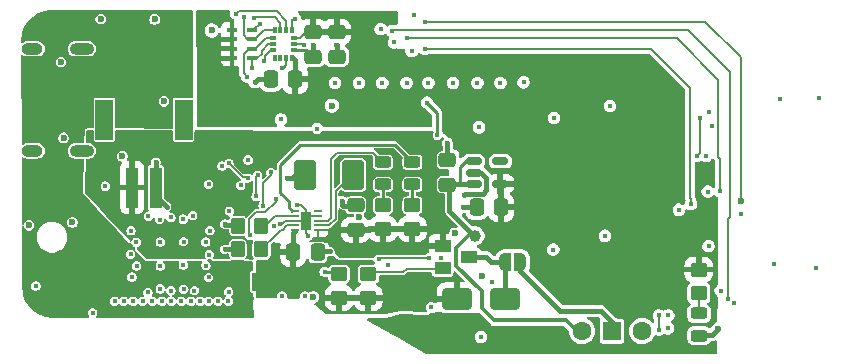
<source format=gbr>
%TF.GenerationSoftware,KiCad,Pcbnew,9.0.6-9.0.6~ubuntu24.04.1*%
%TF.CreationDate,2025-12-05T16:25:40-03:00*%
%TF.ProjectId,Smart_insoles_2025_v1,536d6172-745f-4696-9e73-6f6c65735f32,rev?*%
%TF.SameCoordinates,Original*%
%TF.FileFunction,Copper,L4,Bot*%
%TF.FilePolarity,Positive*%
%FSLAX46Y46*%
G04 Gerber Fmt 4.6, Leading zero omitted, Abs format (unit mm)*
G04 Created by KiCad (PCBNEW 9.0.6-9.0.6~ubuntu24.04.1) date 2025-12-05 16:25:40*
%MOMM*%
%LPD*%
G01*
G04 APERTURE LIST*
G04 Aperture macros list*
%AMRoundRect*
0 Rectangle with rounded corners*
0 $1 Rounding radius*
0 $2 $3 $4 $5 $6 $7 $8 $9 X,Y pos of 4 corners*
0 Add a 4 corners polygon primitive as box body*
4,1,4,$2,$3,$4,$5,$6,$7,$8,$9,$2,$3,0*
0 Add four circle primitives for the rounded corners*
1,1,$1+$1,$2,$3*
1,1,$1+$1,$4,$5*
1,1,$1+$1,$6,$7*
1,1,$1+$1,$8,$9*
0 Add four rect primitives between the rounded corners*
20,1,$1+$1,$2,$3,$4,$5,0*
20,1,$1+$1,$4,$5,$6,$7,0*
20,1,$1+$1,$6,$7,$8,$9,0*
20,1,$1+$1,$8,$9,$2,$3,0*%
%AMFreePoly0*
4,1,23,0.500000,-0.750000,0.000000,-0.750000,0.000000,-0.745722,-0.065263,-0.745722,-0.191342,-0.711940,-0.304381,-0.646677,-0.396677,-0.554381,-0.461940,-0.441342,-0.495722,-0.315263,-0.495722,-0.250000,-0.500000,-0.250000,-0.500000,0.250000,-0.495722,0.250000,-0.495722,0.315263,-0.461940,0.441342,-0.396677,0.554381,-0.304381,0.646677,-0.191342,0.711940,-0.065263,0.745722,0.000000,0.745722,
0.000000,0.750000,0.500000,0.750000,0.500000,-0.750000,0.500000,-0.750000,$1*%
%AMFreePoly1*
4,1,23,0.000000,0.745722,0.065263,0.745722,0.191342,0.711940,0.304381,0.646677,0.396677,0.554381,0.461940,0.441342,0.495722,0.315263,0.495722,0.250000,0.500000,0.250000,0.500000,-0.250000,0.495722,-0.250000,0.495722,-0.315263,0.461940,-0.441342,0.396677,-0.554381,0.304381,-0.646677,0.191342,-0.711940,0.065263,-0.745722,0.000000,-0.745722,0.000000,-0.750000,-0.500000,-0.750000,
-0.500000,0.750000,0.000000,0.750000,0.000000,0.745722,0.000000,0.745722,$1*%
G04 Aperture macros list end*
%TA.AperFunction,SMDPad,CuDef*%
%ADD10RoundRect,0.243750X0.456250X-0.243750X0.456250X0.243750X-0.456250X0.243750X-0.456250X-0.243750X0*%
%TD*%
%TA.AperFunction,ComponentPad*%
%ADD11C,1.600000*%
%TD*%
%TA.AperFunction,ComponentPad*%
%ADD12R,1.500000X1.500000*%
%TD*%
%TA.AperFunction,SMDPad,CuDef*%
%ADD13RoundRect,0.250000X0.337500X0.475000X-0.337500X0.475000X-0.337500X-0.475000X0.337500X-0.475000X0*%
%TD*%
%TA.AperFunction,SMDPad,CuDef*%
%ADD14RoundRect,0.250000X0.450000X-0.350000X0.450000X0.350000X-0.450000X0.350000X-0.450000X-0.350000X0*%
%TD*%
%TA.AperFunction,SMDPad,CuDef*%
%ADD15RoundRect,0.250000X0.350000X0.450000X-0.350000X0.450000X-0.350000X-0.450000X0.350000X-0.450000X0*%
%TD*%
%TA.AperFunction,SMDPad,CuDef*%
%ADD16RoundRect,0.250000X-0.475000X0.337500X-0.475000X-0.337500X0.475000X-0.337500X0.475000X0.337500X0*%
%TD*%
%TA.AperFunction,SMDPad,CuDef*%
%ADD17FreePoly0,0.000000*%
%TD*%
%TA.AperFunction,SMDPad,CuDef*%
%ADD18FreePoly1,0.000000*%
%TD*%
%TA.AperFunction,SMDPad,CuDef*%
%ADD19RoundRect,0.285750X0.666750X0.984250X-0.666750X0.984250X-0.666750X-0.984250X0.666750X-0.984250X0*%
%TD*%
%TA.AperFunction,SMDPad,CuDef*%
%ADD20RoundRect,0.250000X-0.450000X0.350000X-0.450000X-0.350000X0.450000X-0.350000X0.450000X0.350000X0*%
%TD*%
%TA.AperFunction,SMDPad,CuDef*%
%ADD21RoundRect,0.250000X1.000000X0.650000X-1.000000X0.650000X-1.000000X-0.650000X1.000000X-0.650000X0*%
%TD*%
%TA.AperFunction,SMDPad,CuDef*%
%ADD22R,0.760000X0.220000*%
%TD*%
%TA.AperFunction,SMDPad,CuDef*%
%ADD23R,0.900000X1.500000*%
%TD*%
%TA.AperFunction,SMDPad,CuDef*%
%ADD24C,1.000000*%
%TD*%
%TA.AperFunction,SMDPad,CuDef*%
%ADD25RoundRect,0.250000X-0.337500X-0.475000X0.337500X-0.475000X0.337500X0.475000X-0.337500X0.475000X0*%
%TD*%
%TA.AperFunction,SMDPad,CuDef*%
%ADD26R,0.900000X0.400000*%
%TD*%
%TA.AperFunction,SMDPad,CuDef*%
%ADD27RoundRect,0.150000X-0.512500X-0.150000X0.512500X-0.150000X0.512500X0.150000X-0.512500X0.150000X0*%
%TD*%
%TA.AperFunction,SMDPad,CuDef*%
%ADD28RoundRect,0.243750X-0.456250X0.243750X-0.456250X-0.243750X0.456250X-0.243750X0.456250X0.243750X0*%
%TD*%
%TA.AperFunction,SMDPad,CuDef*%
%ADD29R,1.400000X1.000000*%
%TD*%
%TA.AperFunction,SMDPad,CuDef*%
%ADD30R,0.350000X0.575000*%
%TD*%
%TA.AperFunction,SMDPad,CuDef*%
%ADD31R,0.575000X0.350000*%
%TD*%
%TA.AperFunction,SMDPad,CuDef*%
%ADD32R,1.500000X3.400000*%
%TD*%
%TA.AperFunction,SMDPad,CuDef*%
%ADD33R,1.000000X3.500000*%
%TD*%
%TA.AperFunction,HeatsinkPad*%
%ADD34O,1.800000X1.000000*%
%TD*%
%TA.AperFunction,HeatsinkPad*%
%ADD35O,2.100000X1.000000*%
%TD*%
%TA.AperFunction,ViaPad*%
%ADD36C,0.600000*%
%TD*%
%TA.AperFunction,ViaPad*%
%ADD37C,0.450000*%
%TD*%
%TA.AperFunction,Conductor*%
%ADD38C,0.381000*%
%TD*%
%TA.AperFunction,Conductor*%
%ADD39C,0.304800*%
%TD*%
%TA.AperFunction,Conductor*%
%ADD40C,0.152400*%
%TD*%
%TA.AperFunction,Conductor*%
%ADD41C,0.200000*%
%TD*%
%TA.AperFunction,Conductor*%
%ADD42C,0.254000*%
%TD*%
%TA.AperFunction,Conductor*%
%ADD43C,0.508000*%
%TD*%
%TA.AperFunction,Conductor*%
%ADD44C,0.203200*%
%TD*%
G04 APERTURE END LIST*
D10*
%TO.P,D2,2,A*%
%TO.N,Net-(D2-A)*%
X162525000Y-95132500D03*
%TO.P,D2,1,K*%
%TO.N,GND*%
X162525000Y-97007500D03*
%TD*%
D11*
%TO.P,SW3,1,C*%
%TO.N,unconnected-(SW3-C-Pad1)*%
X157690000Y-96620000D03*
D12*
%TO.P,SW3,2,B*%
%TO.N,/Battery Circuit Options/VBUS_OUT_B*%
X155150000Y-96620000D03*
D11*
%TO.P,SW3,3,A*%
%TO.N,Vsel*%
X152610000Y-96620000D03*
%TD*%
D13*
%TO.P,C16,1*%
%TO.N,GND*%
X130237500Y-89950000D03*
%TO.P,C16,2*%
%TO.N,/Battery Circuit Options/VBUS_IN*%
X128162500Y-89950000D03*
%TD*%
D14*
%TO.P,R25,1*%
%TO.N,/Battery Circuit Options/VBUS_IN*%
X134525000Y-93800000D03*
%TO.P,R25,2*%
%TO.N,Net-(Q2-Pad1)*%
X134525000Y-91800000D03*
%TD*%
D15*
%TO.P,R13,1*%
%TO.N,/Battery Circuit Options/ISET*%
X125450000Y-89700000D03*
%TO.P,R13,2*%
%TO.N,GND*%
X123450000Y-89700000D03*
%TD*%
D16*
%TO.P,C15,1*%
%TO.N,+3V3*%
X129830000Y-71317500D03*
%TO.P,C15,2*%
%TO.N,GND*%
X129830000Y-73392500D03*
%TD*%
D17*
%TO.P,JP2,1,A*%
%TO.N,VBUS*%
X123850000Y-92450000D03*
D18*
%TO.P,JP2,2,B*%
%TO.N,/Battery Circuit Options/VBUS_IN*%
X125150000Y-92450000D03*
%TD*%
D15*
%TO.P,R27,1*%
%TO.N,/Battery Circuit Options/PRETERM*%
X125450000Y-87700000D03*
%TO.P,R27,2*%
%TO.N,GND*%
X123450000Y-87700000D03*
%TD*%
D17*
%TO.P,JP1,1,A*%
%TO.N,/Battery Circuit Options/VBUS_OUT_A*%
X146100000Y-90750000D03*
D18*
%TO.P,JP1,2,B*%
%TO.N,/Battery Circuit Options/VBUS_OUT_B*%
X147400000Y-90750000D03*
%TD*%
D19*
%TO.P,TH1,1*%
%TO.N,/Battery Circuit Options/TS*%
X133250000Y-83400000D03*
%TO.P,TH1,2*%
%TO.N,GND*%
X129186000Y-83400000D03*
%TD*%
D13*
%TO.P,C24,1*%
%TO.N,+3V3*%
X128330000Y-75317500D03*
%TO.P,C24,2*%
%TO.N,GND*%
X126255000Y-75317500D03*
%TD*%
D14*
%TO.P,R26,1*%
%TO.N,/Battery Circuit Options/VBUS_IN*%
X132025000Y-93800000D03*
%TO.P,R26,2*%
%TO.N,GND*%
X132025000Y-91800000D03*
%TD*%
D20*
%TO.P,R28,1*%
%TO.N,+3V3*%
X162480000Y-91410000D03*
%TO.P,R28,2*%
%TO.N,Net-(D2-A)*%
X162480000Y-93410000D03*
%TD*%
D21*
%TO.P,D5,1,K*%
%TO.N,/Battery Circuit Options/VBUS_OUT_A*%
X146050000Y-93900000D03*
%TO.P,D5,2,A*%
%TO.N,/Battery Circuit Options/VBUS_IN*%
X142050000Y-93900000D03*
%TD*%
D22*
%TO.P,U7,1,IN*%
%TO.N,/Battery Circuit Options/VBUS_IN*%
X128280000Y-88075000D03*
%TO.P,U7,2,ISET*%
%TO.N,/Battery Circuit Options/ISET*%
X128280000Y-87675000D03*
%TO.P,U7,3,VSS*%
%TO.N,GND*%
X128280000Y-87275000D03*
%TO.P,U7,4,PRETERM*%
%TO.N,/Battery Circuit Options/PRETERM*%
X128280000Y-86875000D03*
%TO.P,U7,5,~{PG}*%
%TO.N,/Battery Circuit Options/~{PG}*%
X128280000Y-86475000D03*
%TO.P,U7,6*%
%TO.N,N/C*%
X130250000Y-86475000D03*
%TO.P,U7,7,ISET2*%
%TO.N,GND*%
X130250000Y-86875000D03*
%TO.P,U7,8,~{CHG}*%
%TO.N,/Battery Circuit Options/~{CHG}*%
X130250000Y-87275000D03*
%TO.P,U7,9,TS*%
%TO.N,/Battery Circuit Options/TS*%
X130250000Y-87675000D03*
%TO.P,U7,10,OUT*%
%TO.N,/Battery Circuit Options/VBat*%
X130250000Y-88075000D03*
D23*
%TO.P,U7,11,EXP*%
%TO.N,GND*%
X129265000Y-87275000D03*
%TD*%
D24*
%TO.P,TP4,1,1*%
%TO.N,Vsel*%
X143550000Y-88550000D03*
%TD*%
D25*
%TO.P,C23,1*%
%TO.N,GND*%
X143700000Y-86150000D03*
%TO.P,C23,2*%
%TO.N,+3V3*%
X145775000Y-86150000D03*
%TD*%
D26*
%TO.P,RN1,1,R1.1*%
%TO.N,CS*%
X124680000Y-71117500D03*
%TO.P,RN1,2,R2.1*%
%TO.N,SDO{slash}SA0*%
X124680000Y-71917500D03*
%TO.P,RN1,3,R3.1*%
%TO.N,SDA*%
X124680000Y-72717500D03*
%TO.P,RN1,4,R4.1*%
%TO.N,SCL*%
X124680000Y-73517500D03*
%TO.P,RN1,5,R4.2*%
%TO.N,+3V3*%
X122980000Y-73517500D03*
%TO.P,RN1,6,R3.2*%
X122980000Y-72717500D03*
%TO.P,RN1,7,R2.2*%
X122980000Y-71917500D03*
%TO.P,RN1,8,R1.2*%
X122980000Y-71117500D03*
%TD*%
D27*
%TO.P,U1,1,V_{IN}*%
%TO.N,Vsel*%
X143425000Y-84150000D03*
%TO.P,U1,2,V_{SS}*%
%TO.N,GND*%
X143425000Y-83200000D03*
%TO.P,U1,3,CE*%
%TO.N,Vsel*%
X143425000Y-82250000D03*
%TO.P,U1,4,NC*%
%TO.N,unconnected-(U1-NC-Pad4)*%
X145700000Y-82250000D03*
%TO.P,U1,5,V_{OUT}*%
%TO.N,+3V3*%
X145700000Y-84150000D03*
%TD*%
D28*
%TO.P,D1,1,K*%
%TO.N,/Battery Circuit Options/~{CHG}*%
X135750000Y-82325000D03*
%TO.P,D1,2,A*%
%TO.N,/Battery Circuit Options/OUT_~{CHG}*%
X135750000Y-84200000D03*
%TD*%
D14*
%TO.P,R20,1*%
%TO.N,/Battery Circuit Options/VBat*%
X138250000Y-87975000D03*
%TO.P,R20,2*%
%TO.N,/Battery Circuit Options/OUT_~{PG}*%
X138250000Y-85975000D03*
%TD*%
D16*
%TO.P,C14,1*%
%TO.N,+3V3*%
X131830000Y-71317500D03*
%TO.P,C14,2*%
%TO.N,GND*%
X131830000Y-73392500D03*
%TD*%
D29*
%TO.P,Q2,1*%
%TO.N,Net-(Q2-Pad1)*%
X140825000Y-91300000D03*
%TO.P,Q2,2*%
%TO.N,/Battery Circuit Options/VBat*%
X140825000Y-89400000D03*
%TO.P,Q2,3*%
%TO.N,/Battery Circuit Options/VBUS_OUT_A*%
X143025000Y-90350000D03*
%TD*%
D16*
%TO.P,C19,1*%
%TO.N,GND*%
X133450000Y-85967500D03*
%TO.P,C19,2*%
%TO.N,/Battery Circuit Options/VBat*%
X133450000Y-88042500D03*
%TD*%
D28*
%TO.P,D3,1,K*%
%TO.N,/Battery Circuit Options/~{PG}*%
X138250000Y-82325000D03*
%TO.P,D3,2,A*%
%TO.N,/Battery Circuit Options/OUT_~{PG}*%
X138250000Y-84200000D03*
%TD*%
D30*
%TO.P,U3,1,SDO/SA0*%
%TO.N,SDO{slash}SA0*%
X126580000Y-71155000D03*
%TO.P,U3,2,SDX*%
%TO.N,SDX*%
X127080000Y-71155000D03*
%TO.P,U3,3,SCX*%
%TO.N,SCX*%
X127580000Y-71155000D03*
%TO.P,U3,4,INT1*%
%TO.N,INT*%
X128080000Y-71155000D03*
D31*
%TO.P,U3,5,VDDIO*%
%TO.N,+3V3*%
X128242500Y-71817500D03*
%TO.P,U3,6,GND*%
%TO.N,GND*%
X128242500Y-72317500D03*
%TO.P,U3,7,GND__1*%
X128242500Y-72817500D03*
D30*
%TO.P,U3,8,VDD*%
%TO.N,+3V3*%
X128080000Y-73480000D03*
%TO.P,U3,9,INT2*%
%TO.N,INT2*%
X127580000Y-73480000D03*
%TO.P,U3,10,NC*%
%TO.N,unconnected-(U3-NC-Pad10)*%
X127080000Y-73480000D03*
%TO.P,U3,11,NC__1*%
%TO.N,unconnected-(U3-NC__1-Pad11)*%
X126580000Y-73480000D03*
D31*
%TO.P,U3,12,CS*%
%TO.N,CS*%
X126417500Y-72817500D03*
%TO.P,U3,13,SCL*%
%TO.N,SCL*%
X126417500Y-72317500D03*
%TO.P,U3,14,SDA*%
%TO.N,SDA*%
X126417500Y-71817500D03*
%TD*%
D16*
%TO.P,C22,1*%
%TO.N,GND*%
X141200000Y-82150000D03*
%TO.P,C22,2*%
%TO.N,Vsel*%
X141200000Y-84225000D03*
%TD*%
D14*
%TO.P,R21,1*%
%TO.N,/Battery Circuit Options/VBat*%
X135750000Y-87975000D03*
%TO.P,R21,2*%
%TO.N,/Battery Circuit Options/OUT_~{CHG}*%
X135750000Y-85975000D03*
%TD*%
D32*
%TO.P,J4,S2,SHIELD__1*%
%TO.N,unconnected-(J4-SHIELD__1-PadS2)*%
X118880000Y-78720000D03*
%TO.P,J4,S1,SHIELD*%
%TO.N,unconnected-(J4-SHIELD-PadS1)*%
X112180000Y-78720000D03*
D33*
%TO.P,J4,2,2*%
%TO.N,GND*%
X116530000Y-84470000D03*
%TO.P,J4,1,1*%
%TO.N,/Battery Circuit Options/VBat*%
X114530000Y-84470000D03*
%TD*%
D34*
%TO.P,J2,S1,SHIELD*%
%TO.N,GND*%
X106082500Y-81360000D03*
D35*
X110262500Y-81360000D03*
D34*
X106082500Y-72720000D03*
D35*
X110262500Y-72720000D03*
%TD*%
D36*
%TO.N,VBUS*%
X113710000Y-79130000D03*
X113180000Y-73430000D03*
%TO.N,GND*%
X108710000Y-80260000D03*
%TO.N,VBUS*%
X112410000Y-74590000D03*
X115020000Y-75750000D03*
X109780000Y-79440000D03*
X116510000Y-72220000D03*
X109400000Y-74980000D03*
D37*
%TO.N,+3V3*%
X137800000Y-96620000D03*
X139290000Y-96280000D03*
D36*
X121130000Y-72990000D03*
X122700000Y-76040000D03*
%TO.N,GND*%
X109470000Y-87430000D03*
X105800000Y-87660000D03*
X117230000Y-77160000D03*
X121270000Y-71170000D03*
X108490000Y-73840000D03*
X113700000Y-81830000D03*
X111870000Y-70210000D03*
X116420000Y-70240000D03*
X141830000Y-88290000D03*
X164150000Y-96470000D03*
D37*
X122140793Y-82653953D03*
%TO.N,S3*%
X125140000Y-83430000D03*
D36*
%TO.N,GND*%
X131430000Y-77540000D03*
D37*
X118875000Y-89050000D03*
X112250000Y-84350000D03*
X114900000Y-91100000D03*
X118850000Y-87150000D03*
X116900000Y-91100000D03*
X116900000Y-89075000D03*
X121000000Y-84200000D03*
X120750000Y-89075000D03*
X114420000Y-88130000D03*
X118850000Y-91025000D03*
X114875000Y-89100000D03*
X117800000Y-87000000D03*
X116525000Y-82330000D03*
X121050000Y-90150000D03*
X116840000Y-87180000D03*
X117450000Y-86090000D03*
X121100000Y-88110000D03*
X119650000Y-86850000D03*
X114385000Y-90115000D03*
X120775000Y-91075000D03*
X115900000Y-86900000D03*
D36*
X144120000Y-92000000D03*
D37*
%TO.N,/EN*%
X126680000Y-85470000D03*
X124475000Y-88510000D03*
%TO.N,/FSR_AnalogFE/FSR_IN*%
X140360000Y-80050000D03*
X139480000Y-77280000D03*
%TO.N,/FSR_AnalogFE/FSR_OUT_6*%
X164940000Y-93880000D03*
X136550000Y-71210000D03*
D36*
%TO.N,/FSR_AnalogFE/FSR_OUT_7*%
X166040000Y-85610000D03*
D37*
X139330000Y-70450000D03*
%TO.N,/FSR_AnalogFE/FSR_OUT_5*%
X164270000Y-84770000D03*
X137770000Y-71850000D03*
%TO.N,/FSR_AnalogFE/FSR_OUT_4*%
X161820000Y-85880000D03*
X139319000Y-72750000D03*
%TO.N,+3V3*%
X160190000Y-79200000D03*
X141040000Y-98020000D03*
X138330000Y-95720000D03*
X127847558Y-78403912D03*
X161350000Y-94690000D03*
X141725000Y-96665000D03*
X136500000Y-95950000D03*
X160100735Y-83100735D03*
X140110000Y-96810000D03*
X160170000Y-89884363D03*
X139050000Y-97460000D03*
%TO.N,GND*%
X139600000Y-75600000D03*
X163360000Y-78070000D03*
X129400000Y-88550000D03*
X117040000Y-94100000D03*
X126530000Y-87690000D03*
X150241000Y-78576363D03*
X129125000Y-93672885D03*
X138190000Y-72920000D03*
X124340000Y-82130000D03*
X115410000Y-94100000D03*
X169345800Y-76962000D03*
D36*
X133726259Y-86956186D03*
D37*
X140650000Y-90400000D03*
X141150000Y-80730000D03*
X115850000Y-93350000D03*
X119800000Y-93200000D03*
X150180000Y-89720000D03*
X133720778Y-75600000D03*
X130190000Y-79540000D03*
X135701750Y-75600000D03*
X139840000Y-94590000D03*
X144050000Y-97125000D03*
X121790000Y-94100000D03*
X131271323Y-89878677D03*
X116240000Y-94100000D03*
X154550000Y-88550000D03*
X143900000Y-79370000D03*
X117840000Y-94100000D03*
X111165000Y-95065000D03*
X159890000Y-96390000D03*
X138400000Y-69900000D03*
X106370000Y-92800000D03*
X118875000Y-93075000D03*
X122670000Y-94100000D03*
X137750000Y-75600000D03*
X118690000Y-94100000D03*
X165460000Y-94270000D03*
X164350000Y-93200000D03*
X122690000Y-93290000D03*
X145700000Y-75600000D03*
X120990000Y-92080000D03*
X130810000Y-91600000D03*
X142630000Y-85080000D03*
X143750000Y-75600000D03*
X113800000Y-94100000D03*
X119490000Y-94100000D03*
X132294463Y-85582500D03*
X129850000Y-72405000D03*
X127200000Y-93672885D03*
X131700000Y-75600000D03*
X172450000Y-91300000D03*
X163640000Y-79240163D03*
X116900000Y-93050000D03*
X168900000Y-90950000D03*
X160810000Y-86350000D03*
X114590000Y-94100000D03*
X159920003Y-95300000D03*
X127666511Y-83650000D03*
X131800000Y-72405000D03*
X135560000Y-71060000D03*
X127070000Y-87540000D03*
X122365500Y-87565500D03*
X142550000Y-86100000D03*
X114500000Y-92050000D03*
X117800000Y-93200000D03*
X122350000Y-89700000D03*
X147660000Y-75560000D03*
X120290000Y-94100000D03*
X120990000Y-94100000D03*
X136200000Y-91070000D03*
X136690000Y-72180000D03*
X163115031Y-81795963D03*
X163320000Y-89430000D03*
X166070000Y-86720000D03*
X141700000Y-75600000D03*
X113040000Y-94100000D03*
X122750000Y-86450000D03*
X129087028Y-72360554D03*
X163250000Y-84810000D03*
X144960141Y-92504273D03*
X124930000Y-75542500D03*
X172700000Y-76900000D03*
X127107828Y-78708550D03*
X154960000Y-77570000D03*
X123715735Y-84284265D03*
D36*
X129854433Y-93747885D03*
D37*
X128439853Y-85940001D03*
%TO.N,CS*%
X125650000Y-73790000D03*
X125310000Y-70600000D03*
%TO.N,SDO{slash}SA0*%
X124020000Y-70040000D03*
%TO.N,SCL*%
X124700000Y-74320400D03*
%TO.N,SDA*%
X124250000Y-75070000D03*
%TO.N,I3*%
X162610000Y-78620000D03*
X162330000Y-81790000D03*
%TO.N,S3*%
X125000000Y-85217000D03*
%TO.N,I7*%
X159120000Y-96500000D03*
X159120000Y-95300000D03*
%TO.N,S2*%
X126260000Y-83190000D03*
X125600000Y-86000000D03*
%TO.N,SIG*%
X135390000Y-90530000D03*
X139680000Y-90420000D03*
X122720598Y-82420598D03*
X124300000Y-83662660D03*
%TO.N,INT*%
X128320800Y-70160000D03*
%TO.N,SDX*%
X124820000Y-70080000D03*
%TO.N,SCX*%
X123342216Y-69745012D03*
%TO.N,INT2*%
X127240000Y-74310000D03*
%TD*%
D38*
%TO.N,GND*%
X117450000Y-86090000D02*
X116525000Y-85165000D01*
X116525000Y-85165000D02*
X116525000Y-84475000D01*
X116525000Y-84475000D02*
X116530000Y-84470000D01*
D39*
%TO.N,Vsel*%
X152610000Y-96620000D02*
X152145000Y-96620000D01*
X143094000Y-88425000D02*
X143425000Y-88425000D01*
X152145000Y-96620000D02*
X151250000Y-95725000D01*
X151250000Y-95725000D02*
X145195000Y-95725000D01*
X145195000Y-95725000D02*
X144100000Y-94630000D01*
X144100000Y-94630000D02*
X144100000Y-93250000D01*
X141925000Y-91075000D02*
X141925000Y-89594000D01*
X144100000Y-93250000D02*
X141925000Y-91075000D01*
X141925000Y-89594000D02*
X143094000Y-88425000D01*
D40*
%TO.N,SCX*%
X123342216Y-69745012D02*
X123527228Y-69560000D01*
X123527228Y-69560000D02*
X126810000Y-69560000D01*
X126810000Y-69560000D02*
X127580000Y-70330000D01*
X127580000Y-70330000D02*
X127580000Y-71155000D01*
%TO.N,SDO{slash}SA0*%
X124275600Y-71917500D02*
X124680000Y-71917500D01*
X123950000Y-71591900D02*
X124275600Y-71917500D01*
X123950000Y-70650000D02*
X123950000Y-71591900D01*
X123968486Y-70181514D02*
X123968486Y-70631514D01*
X124020000Y-70130000D02*
X123968486Y-70181514D01*
X124020000Y-70040000D02*
X124020000Y-70130000D01*
X123968486Y-70631514D02*
X123950000Y-70650000D01*
D41*
%TO.N,SDX*%
X124820000Y-70080000D02*
X124890000Y-70010000D01*
X124890000Y-70010000D02*
X126590000Y-70010000D01*
X127080000Y-70500000D02*
X127080000Y-71155000D01*
X126590000Y-70010000D02*
X127080000Y-70500000D01*
D40*
%TO.N,CS*%
X125310000Y-70600000D02*
X125150000Y-70760000D01*
X125150000Y-70760000D02*
X125110000Y-70760000D01*
X125110000Y-70760000D02*
X124752500Y-71117500D01*
X124752500Y-71117500D02*
X124680000Y-71117500D01*
%TO.N,SDA*%
X123950000Y-73197500D02*
X124430000Y-72717500D01*
X124430000Y-72717500D02*
X124680000Y-72717500D01*
X124250000Y-75070000D02*
X123950000Y-74770000D01*
X123950000Y-74770000D02*
X123950000Y-73197500D01*
D38*
%TO.N,GND*%
X116525000Y-83875000D02*
X116530000Y-83880000D01*
X116525000Y-82330000D02*
X116525000Y-83875000D01*
D40*
%TO.N,SIG*%
X139680000Y-90420000D02*
X135500000Y-90420000D01*
X135500000Y-90420000D02*
X135390000Y-90530000D01*
D38*
%TO.N,GND*%
X141160000Y-80909870D02*
X141210065Y-80959935D01*
X141210065Y-80959935D02*
X141210065Y-82139935D01*
X141150000Y-80730000D02*
X141160000Y-80740000D01*
X141160000Y-80740000D02*
X141160000Y-80909870D01*
X141210065Y-82139935D02*
X141200000Y-82150000D01*
X144520000Y-84700000D02*
X144520000Y-83660000D01*
X142630000Y-85080000D02*
X142720000Y-84990000D01*
X142720000Y-84990000D02*
X144230000Y-84990000D01*
X144060000Y-83200000D02*
X143425000Y-83200000D01*
X144230000Y-84990000D02*
X144520000Y-84700000D01*
X144520000Y-83660000D02*
X144060000Y-83200000D01*
D40*
%TO.N,Net-(D2-A)*%
X162330000Y-93380000D02*
X162530000Y-93580000D01*
X162530000Y-93580000D02*
X162530000Y-94972500D01*
X162530000Y-94972500D02*
X162660000Y-95102500D01*
D38*
%TO.N,GND*%
X162660000Y-96977500D02*
X163642500Y-96977500D01*
X163642500Y-96977500D02*
X164150000Y-96470000D01*
D41*
%TO.N,/FSR_AnalogFE/FSR_OUT_6*%
X165170000Y-74660000D02*
X161620000Y-71110000D01*
X136650000Y-71110000D02*
X136550000Y-71210000D01*
X164940000Y-87170000D02*
X165170000Y-86940000D01*
X161620000Y-71110000D02*
X136650000Y-71110000D01*
X164940000Y-93880000D02*
X164940000Y-87170000D01*
X165170000Y-86940000D02*
X165170000Y-74660000D01*
D40*
%TO.N,S2*%
X126260000Y-83190000D02*
X126260000Y-83450000D01*
X126260000Y-83450000D02*
X126200000Y-83510000D01*
X126200000Y-83510000D02*
X126190000Y-83510000D01*
X126190000Y-83510000D02*
X125600000Y-84100000D01*
X125600000Y-84100000D02*
X125600000Y-86000000D01*
%TO.N,S3*%
X125140000Y-83430000D02*
X125000000Y-83570000D01*
X125000000Y-83570000D02*
X125000000Y-85217000D01*
D42*
%TO.N,/Battery Circuit Options/~{PG}*%
X138250000Y-82325000D02*
X136755000Y-80830000D01*
X136755000Y-80830000D02*
X128760000Y-80830000D01*
X128760000Y-80830000D02*
X127050000Y-82540000D01*
X127050000Y-84900000D02*
X127772000Y-85622000D01*
X127050000Y-82540000D02*
X127050000Y-84900000D01*
X127772000Y-85622000D02*
X127772000Y-86125125D01*
X127772000Y-86125125D02*
X128083875Y-86437000D01*
D40*
%TO.N,/Battery Circuit Options/~{CHG}*%
X130250000Y-87275000D02*
X131075000Y-87275000D01*
X131075000Y-87275000D02*
X131340000Y-87010000D01*
X131340000Y-87010000D02*
X131340000Y-82060000D01*
X131340000Y-82060000D02*
X131890000Y-81510000D01*
X134935000Y-81510000D02*
X135750000Y-82325000D01*
X131890000Y-81510000D02*
X134935000Y-81510000D01*
D42*
%TO.N,/FSR_AnalogFE/FSR_IN*%
X140360000Y-80050000D02*
X140360000Y-78160000D01*
X140360000Y-78160000D02*
X139480000Y-77280000D01*
D43*
%TO.N,/Battery Circuit Options/VBat*%
X114530000Y-83880000D02*
X114525000Y-83875000D01*
D38*
%TO.N,GND*%
X116530000Y-83880000D02*
X116362500Y-83712500D01*
X116530000Y-84470000D02*
X116530000Y-83880000D01*
D40*
%TO.N,/EN*%
X125014840Y-86549000D02*
X125794877Y-86549000D01*
X124400000Y-87163840D02*
X125014840Y-86549000D01*
X124400000Y-88435000D02*
X124400000Y-87163840D01*
X124475000Y-88510000D02*
X124400000Y-88435000D01*
X126680000Y-85663877D02*
X126680000Y-85470000D01*
X125794877Y-86549000D02*
X126680000Y-85663877D01*
D41*
%TO.N,/FSR_AnalogFE/FSR_OUT_7*%
X166040000Y-73450000D02*
X166040000Y-85610000D01*
X139300000Y-70440000D02*
X163030000Y-70440000D01*
X163030000Y-70440000D02*
X166040000Y-73450000D01*
%TO.N,/FSR_AnalogFE/FSR_OUT_5*%
X164150000Y-75370000D02*
X164150000Y-81898530D01*
X164150000Y-81898530D02*
X164270000Y-82018530D01*
X160630000Y-71850000D02*
X164150000Y-75370000D01*
X137770000Y-71850000D02*
X160630000Y-71850000D01*
X164270000Y-82018530D02*
X164270000Y-84770000D01*
%TO.N,/FSR_AnalogFE/FSR_OUT_4*%
X161820000Y-85880000D02*
X161820000Y-85420000D01*
X161730000Y-85330000D02*
X161730000Y-76030000D01*
X161730000Y-76030000D02*
X158450000Y-72750000D01*
X161820000Y-85420000D02*
X161730000Y-85330000D01*
X158450000Y-72750000D02*
X139319000Y-72750000D01*
D38*
%TO.N,/Battery Circuit Options/VBUS_IN*%
X128162500Y-89775000D02*
X128175000Y-89762500D01*
X128175000Y-88281500D02*
X128280000Y-88176500D01*
X141650000Y-94300000D02*
X142050000Y-93900000D01*
X128162500Y-89950000D02*
X128162500Y-89775000D01*
X128175000Y-89762500D02*
X128175000Y-88281500D01*
D44*
%TO.N,+3V3*%
X128242500Y-71817500D02*
X128732500Y-71817500D01*
D38*
X128330000Y-75317500D02*
X128330000Y-73663500D01*
X128330000Y-75317500D02*
X128596500Y-75584000D01*
X128330000Y-73663500D02*
X128146500Y-73480000D01*
X145775000Y-84225000D02*
X145700000Y-84150000D01*
D44*
X129232500Y-71317500D02*
X129830000Y-71317500D01*
X128732500Y-71817500D02*
X129232500Y-71317500D01*
D38*
X145775000Y-86150000D02*
X145775000Y-84225000D01*
X128330000Y-75317500D02*
X128537500Y-75317500D01*
D42*
%TO.N,/Battery Circuit Options/VBat*%
X133450000Y-88075000D02*
X133425000Y-88050000D01*
D43*
X133550000Y-87975000D02*
X133450000Y-88075000D01*
X138250000Y-87975000D02*
X138250000Y-88450000D01*
D38*
%TO.N,GND*%
X130425000Y-89775000D02*
X130412500Y-89775000D01*
D40*
X128439853Y-85940001D02*
X128439854Y-85940000D01*
D38*
X128100000Y-83650000D02*
X128350000Y-83400000D01*
D40*
X130250000Y-86875000D02*
X129665000Y-86875000D01*
D42*
X129255000Y-72817500D02*
X129830000Y-73392500D01*
D40*
X128842400Y-85950000D02*
X129265000Y-86372600D01*
X129665000Y-86875000D02*
X129265000Y-87275000D01*
D38*
X128350000Y-83400000D02*
X129186000Y-83400000D01*
D42*
X130810000Y-91600000D02*
X131825000Y-91600000D01*
D38*
X142550000Y-86100000D02*
X142600000Y-86150000D01*
X132376200Y-86000000D02*
X133450000Y-86000000D01*
X122350000Y-89700000D02*
X123450000Y-89700000D01*
D40*
X128280000Y-87275000D02*
X129265000Y-87275000D01*
X129400000Y-88550000D02*
X129400000Y-88421044D01*
X129265000Y-86372600D02*
X129265000Y-87275000D01*
D38*
X131800000Y-72405000D02*
X131830000Y-72435000D01*
D40*
X127489870Y-87275000D02*
X128280000Y-87275000D01*
D38*
X130412500Y-89775000D02*
X130237500Y-89950000D01*
X130528677Y-89878677D02*
X130425000Y-89775000D01*
D40*
X127070000Y-87540000D02*
X127224870Y-87540000D01*
D38*
X131830000Y-72435000D02*
X131830000Y-73392500D01*
D40*
X129400000Y-88421044D02*
X129265000Y-88286044D01*
D38*
X142600000Y-86150000D02*
X143700000Y-86150000D01*
D40*
X127224870Y-87540000D02*
X127489870Y-87275000D01*
D38*
X129850000Y-72405000D02*
X129850000Y-73372500D01*
D40*
X128485002Y-85950000D02*
X128842400Y-85950000D01*
D44*
X129030000Y-72292500D02*
X129005000Y-72317500D01*
X129087028Y-72360554D02*
X129030000Y-72303526D01*
X129030000Y-72303526D02*
X129030000Y-72292500D01*
D38*
X131271323Y-89878677D02*
X130528677Y-89878677D01*
X132294463Y-85582500D02*
X132294463Y-85918263D01*
X122400000Y-87600000D02*
X123350000Y-87600000D01*
X125155000Y-75317500D02*
X124930000Y-75542500D01*
D40*
X129265000Y-88286044D02*
X129265000Y-87275000D01*
D42*
X131825000Y-91600000D02*
X132025000Y-91800000D01*
D38*
X127666511Y-83650000D02*
X128100000Y-83650000D01*
X122365500Y-87565500D02*
X122400000Y-87600000D01*
D40*
X128475002Y-85940000D02*
X128485002Y-85950000D01*
D38*
X126255000Y-75317500D02*
X125155000Y-75317500D01*
X129850000Y-73372500D02*
X129830000Y-73392500D01*
D42*
X128242500Y-72817500D02*
X129255000Y-72817500D01*
D38*
X123350000Y-87600000D02*
X123450000Y-87700000D01*
D44*
X129005000Y-72317500D02*
X128242500Y-72317500D01*
D40*
X128439854Y-85940000D02*
X128475002Y-85940000D01*
D38*
X132294463Y-85918263D02*
X132376200Y-86000000D01*
D42*
%TO.N,/Battery Circuit Options/OUT_~{PG}*%
X138250000Y-84200000D02*
X138250000Y-85975000D01*
%TO.N,/Battery Circuit Options/OUT_~{CHG}*%
X135750000Y-84200000D02*
X135750000Y-85975000D01*
D38*
%TO.N,/Battery Circuit Options/VBUS_OUT_A*%
X143025000Y-90350000D02*
X144500000Y-90350000D01*
X144900000Y-90750000D02*
X146100000Y-90750000D01*
X146100000Y-93850000D02*
X146050000Y-93900000D01*
X144500000Y-90350000D02*
X144900000Y-90750000D01*
X146100000Y-90750000D02*
X146100000Y-93850000D01*
D40*
%TO.N,Net-(Q2-Pad1)*%
X134725000Y-91600000D02*
X137478115Y-91600000D01*
X137750915Y-91327200D02*
X140797800Y-91327200D01*
X134525000Y-91800000D02*
X134725000Y-91600000D01*
X137478115Y-91600000D02*
X137750915Y-91327200D01*
X140797800Y-91327200D02*
X140825000Y-91300000D01*
%TO.N,/Battery Circuit Options/ISET*%
X127107800Y-88042200D02*
X127032200Y-88117800D01*
X127635600Y-87675000D02*
X127572200Y-87738400D01*
X127032200Y-88117800D02*
X127032200Y-88178019D01*
X127278019Y-88042200D02*
X127107800Y-88042200D01*
X126738019Y-88472200D02*
X126677800Y-88472200D01*
X128280000Y-87675000D02*
X127635600Y-87675000D01*
X127572200Y-87748019D02*
X127278019Y-88042200D01*
X126677800Y-88472200D02*
X125450000Y-89700000D01*
X127032200Y-88178019D02*
X126738019Y-88472200D01*
X127572200Y-87738400D02*
X127572200Y-87748019D01*
%TO.N,/Battery Circuit Options/PRETERM*%
X126625000Y-86875000D02*
X128280000Y-86875000D01*
X125600000Y-87550000D02*
X125950000Y-87550000D01*
X125950000Y-87550000D02*
X126625000Y-86875000D01*
X125450000Y-87700000D02*
X125600000Y-87550000D01*
%TO.N,CS*%
X126305000Y-72817500D02*
X126417500Y-72817500D01*
X125650000Y-73790000D02*
X125750000Y-73690000D01*
X125750000Y-73690000D02*
X125750000Y-73372500D01*
X125750000Y-73372500D02*
X126305000Y-72817500D01*
%TO.N,SDO{slash}SA0*%
X124680000Y-71917500D02*
X124955000Y-71917500D01*
X124955000Y-71917500D02*
X125717500Y-71155000D01*
X125717500Y-71155000D02*
X126580000Y-71155000D01*
%TO.N,SCL*%
X124700000Y-73537500D02*
X124680000Y-73517500D01*
X124680000Y-73517500D02*
X125084400Y-73517500D01*
X125480000Y-73121900D02*
X125480000Y-72892500D01*
X125084400Y-73517500D02*
X125480000Y-73121900D01*
X124700000Y-74320400D02*
X124700000Y-73537500D01*
X125480000Y-72892500D02*
X126055000Y-72317500D01*
X126055000Y-72317500D02*
X126417500Y-72317500D01*
%TO.N,SDA*%
X125855000Y-71817500D02*
X126417500Y-71817500D01*
X124680000Y-72717500D02*
X124955000Y-72717500D01*
X124955000Y-72717500D02*
X125855000Y-71817500D01*
%TO.N,/Battery Circuit Options/TS*%
X131750000Y-84800000D02*
X133150000Y-83400000D01*
X130250000Y-87675000D02*
X131175000Y-87675000D01*
X131750000Y-87100000D02*
X131750000Y-84800000D01*
X133150000Y-83400000D02*
X133250000Y-83400000D01*
X131175000Y-87675000D02*
X131750000Y-87100000D01*
D41*
%TO.N,I3*%
X162610000Y-79550000D02*
X162600000Y-79560000D01*
X162600000Y-81520000D02*
X162330000Y-81790000D01*
X162610000Y-78620000D02*
X162610000Y-79550000D01*
X162600000Y-79560000D02*
X162600000Y-81520000D01*
D40*
%TO.N,I7*%
X159120000Y-96500000D02*
X159120000Y-95300000D01*
%TO.N,SIG*%
X123900000Y-83600000D02*
X124237340Y-83600000D01*
X124237340Y-83600000D02*
X124300000Y-83662660D01*
X122720598Y-82420598D02*
X123900000Y-83600000D01*
D41*
%TO.N,INT*%
X128320800Y-70160000D02*
X128180000Y-70160000D01*
X128080000Y-70260000D02*
X128080000Y-71155000D01*
X128180000Y-70160000D02*
X128080000Y-70260000D01*
D38*
%TO.N,/Battery Circuit Options/VBUS_OUT_B*%
X150750000Y-94900000D02*
X147400000Y-91550000D01*
X155150000Y-96620000D02*
X155185000Y-96585000D01*
X155185000Y-95885000D02*
X154200000Y-94900000D01*
X155185000Y-96585000D02*
X155185000Y-95885000D01*
X154200000Y-94900000D02*
X150750000Y-94900000D01*
X147400000Y-91550000D02*
X147400000Y-90750000D01*
%TO.N,Vsel*%
X141275000Y-84150000D02*
X141200000Y-84225000D01*
X141380000Y-84405000D02*
X141380000Y-86490000D01*
X143425000Y-84150000D02*
X142113000Y-84150000D01*
X143315000Y-88425000D02*
X143425000Y-88425000D01*
D39*
X143425000Y-88425000D02*
X143550000Y-88550000D01*
D42*
X142300000Y-84150000D02*
X142113000Y-84150000D01*
D38*
X142113000Y-84150000D02*
X141275000Y-84150000D01*
D39*
X152610000Y-96620000D02*
X152610000Y-96950000D01*
D42*
X152310000Y-96560000D02*
X152310000Y-97000000D01*
X142760430Y-82250000D02*
X142300000Y-82710430D01*
D39*
X152610000Y-96950000D02*
X152510000Y-97050000D01*
D42*
X143425000Y-82250000D02*
X142760430Y-82250000D01*
X142300000Y-82710430D02*
X142300000Y-84150000D01*
D38*
X141380000Y-86490000D02*
X143315000Y-88425000D01*
X141200000Y-84225000D02*
X141380000Y-84405000D01*
D40*
%TO.N,SCX*%
X123342216Y-69745012D02*
X123341921Y-69744717D01*
D41*
%TO.N,INT2*%
X127340000Y-74310000D02*
X127580000Y-74070000D01*
X127240000Y-74310000D02*
X127340000Y-74310000D01*
X127580000Y-74070000D02*
X127580000Y-73480000D01*
%TD*%
%TA.AperFunction,Conductor*%
%TO.N,/Battery Circuit Options/VBat*%
G36*
X111176633Y-79621754D02*
G01*
X111235736Y-79641042D01*
X111272216Y-79691389D01*
X111277100Y-79722353D01*
X111277100Y-80435055D01*
X111285971Y-80479657D01*
X111285973Y-80479661D01*
X111319764Y-80530232D01*
X111319765Y-80530233D01*
X111319766Y-80530234D01*
X111370342Y-80564028D01*
X111414943Y-80572900D01*
X112945056Y-80572899D01*
X112989658Y-80564028D01*
X113040234Y-80530234D01*
X113074028Y-80479658D01*
X113082900Y-80435057D01*
X113082899Y-79724943D01*
X113102112Y-79665815D01*
X113152412Y-79629270D01*
X113183628Y-79624346D01*
X117876633Y-79630407D01*
X117935736Y-79649695D01*
X117972216Y-79700042D01*
X117977100Y-79731006D01*
X117977100Y-80435055D01*
X117985971Y-80479657D01*
X117985973Y-80479661D01*
X118019764Y-80530232D01*
X118019765Y-80530233D01*
X118019766Y-80530234D01*
X118070342Y-80564028D01*
X118114943Y-80572900D01*
X119645056Y-80572899D01*
X119689658Y-80564028D01*
X119740234Y-80530234D01*
X119774028Y-80479658D01*
X119782900Y-80435057D01*
X119782899Y-79733596D01*
X119802112Y-79674468D01*
X119852412Y-79637923D01*
X119883627Y-79632999D01*
X129730628Y-79645716D01*
X129789732Y-79665005D01*
X129817618Y-79696016D01*
X129839316Y-79733599D01*
X129869520Y-79785913D01*
X129944087Y-79860480D01*
X130035413Y-79913207D01*
X130035414Y-79913207D01*
X130035416Y-79913208D01*
X130137267Y-79940499D01*
X130137271Y-79940499D01*
X130137273Y-79940500D01*
X130137275Y-79940500D01*
X130242725Y-79940500D01*
X130242727Y-79940500D01*
X130242729Y-79940499D01*
X130242732Y-79940499D01*
X130344583Y-79913208D01*
X130344582Y-79913208D01*
X130344587Y-79913207D01*
X130435913Y-79860480D01*
X130510480Y-79785913D01*
X130561697Y-79697201D01*
X130607901Y-79655599D01*
X130648945Y-79646902D01*
X139949224Y-79658914D01*
X140008327Y-79678202D01*
X140044807Y-79728549D01*
X140044727Y-79790724D01*
X140036214Y-79809812D01*
X139986792Y-79895413D01*
X139986791Y-79895416D01*
X139959500Y-79997267D01*
X139959500Y-80102732D01*
X139986791Y-80204583D01*
X139986793Y-80204588D01*
X140035138Y-80288323D01*
X140039520Y-80295913D01*
X140114087Y-80370480D01*
X140114089Y-80370481D01*
X140190437Y-80414561D01*
X140205413Y-80423207D01*
X140205414Y-80423207D01*
X140205416Y-80423208D01*
X140307267Y-80450499D01*
X140307271Y-80450499D01*
X140307273Y-80450500D01*
X140307275Y-80450500D01*
X140412725Y-80450500D01*
X140412727Y-80450500D01*
X140412729Y-80450499D01*
X140412732Y-80450499D01*
X140514583Y-80423208D01*
X140514582Y-80423208D01*
X140514587Y-80423207D01*
X140605913Y-80370480D01*
X140680480Y-80295913D01*
X140704674Y-80254006D01*
X140725825Y-80234961D01*
X140745902Y-80214785D01*
X140748741Y-80214328D01*
X140750878Y-80212404D01*
X140779190Y-80209428D01*
X140807287Y-80204907D01*
X140809851Y-80206205D01*
X140812712Y-80205905D01*
X140837369Y-80220140D01*
X140862754Y-80232996D01*
X140864065Y-80235554D01*
X140866556Y-80236992D01*
X140891118Y-80288323D01*
X140901547Y-80353128D01*
X140891973Y-80414561D01*
X140873361Y-80440246D01*
X140829518Y-80484089D01*
X140776793Y-80575411D01*
X140776791Y-80575416D01*
X140749500Y-80677267D01*
X140749500Y-80782732D01*
X140776791Y-80884583D01*
X140776793Y-80884588D01*
X140809204Y-80940725D01*
X140819254Y-80964986D01*
X140824675Y-80985217D01*
X140830015Y-81005145D01*
X140830016Y-81005147D01*
X140840001Y-81042417D01*
X140853187Y-81065254D01*
X140866665Y-81115555D01*
X140866665Y-81309000D01*
X140847452Y-81368131D01*
X140797152Y-81404676D01*
X140766065Y-81409600D01*
X140693285Y-81409600D01*
X140598947Y-81424542D01*
X140598941Y-81424544D01*
X140485232Y-81482481D01*
X140394981Y-81572732D01*
X140337044Y-81686441D01*
X140337042Y-81686447D01*
X140322100Y-81780785D01*
X140322100Y-82519214D01*
X140337042Y-82613552D01*
X140337044Y-82613558D01*
X140394981Y-82727267D01*
X140394982Y-82727268D01*
X140394984Y-82727271D01*
X140485229Y-82817516D01*
X140485231Y-82817517D01*
X140485232Y-82817518D01*
X140587289Y-82869518D01*
X140598945Y-82875457D01*
X140669185Y-82886581D01*
X140693285Y-82890399D01*
X140693290Y-82890400D01*
X141224176Y-82890400D01*
X141283307Y-82909613D01*
X141319852Y-82959913D01*
X141323496Y-82975011D01*
X141382973Y-83344583D01*
X141386745Y-83368016D01*
X141377172Y-83429448D01*
X141333317Y-83473521D01*
X141287423Y-83484600D01*
X140693285Y-83484600D01*
X140598947Y-83499542D01*
X140598941Y-83499544D01*
X140485232Y-83557481D01*
X140394981Y-83647732D01*
X140337044Y-83761441D01*
X140337042Y-83761447D01*
X140322100Y-83855785D01*
X140322100Y-84594214D01*
X140337042Y-84688552D01*
X140337044Y-84688558D01*
X140394981Y-84802267D01*
X140394982Y-84802268D01*
X140394984Y-84802271D01*
X140485229Y-84892516D01*
X140485231Y-84892517D01*
X140485232Y-84892518D01*
X140584033Y-84942859D01*
X140598945Y-84950457D01*
X140669185Y-84961581D01*
X140693285Y-84965399D01*
X140693290Y-84965400D01*
X140693292Y-84965400D01*
X140936000Y-84965400D01*
X140995131Y-84984613D01*
X141031676Y-85034913D01*
X141036600Y-85066000D01*
X141036600Y-86535209D01*
X141039674Y-86546683D01*
X141042087Y-86555686D01*
X141053976Y-86600057D01*
X141060002Y-86622549D01*
X141105210Y-86700851D01*
X142056967Y-87652608D01*
X142085154Y-87707757D01*
X142091039Y-87744320D01*
X142081466Y-87805753D01*
X142037613Y-87849826D01*
X141976229Y-87859707D01*
X141965680Y-87857478D01*
X141889630Y-87837100D01*
X141889625Y-87837100D01*
X141770375Y-87837100D01*
X141770369Y-87837100D01*
X141655190Y-87867962D01*
X141655185Y-87867964D01*
X141551914Y-87927588D01*
X141551913Y-87927590D01*
X141467590Y-88011913D01*
X141467588Y-88011914D01*
X141407964Y-88115185D01*
X141407962Y-88115190D01*
X141377100Y-88230369D01*
X141377100Y-88299400D01*
X141357887Y-88358531D01*
X141307587Y-88395076D01*
X141276500Y-88400000D01*
X141075000Y-88400000D01*
X141075000Y-89299400D01*
X141055787Y-89358531D01*
X141005487Y-89395076D01*
X140974400Y-89400000D01*
X140825000Y-89400000D01*
X140825000Y-89549400D01*
X140805787Y-89608531D01*
X140755487Y-89645076D01*
X140724400Y-89650000D01*
X139625000Y-89650000D01*
X139625000Y-89942915D01*
X139605787Y-90002046D01*
X139555487Y-90038591D01*
X139550438Y-90040087D01*
X139525414Y-90046792D01*
X139525411Y-90046793D01*
X139434089Y-90099518D01*
X139434083Y-90099523D01*
X139372171Y-90161435D01*
X139316774Y-90189662D01*
X139301037Y-90190900D01*
X135630618Y-90190900D01*
X135580318Y-90177422D01*
X135544588Y-90156793D01*
X135544583Y-90156791D01*
X135442732Y-90129500D01*
X135442727Y-90129500D01*
X135337273Y-90129500D01*
X135337267Y-90129500D01*
X135235416Y-90156791D01*
X135235411Y-90156793D01*
X135144089Y-90209518D01*
X135144088Y-90209519D01*
X135144087Y-90209520D01*
X135101723Y-90251884D01*
X135069520Y-90284087D01*
X135031882Y-90349278D01*
X134985677Y-90390880D01*
X134945475Y-90399574D01*
X132113748Y-90419689D01*
X132054481Y-90400897D01*
X132039947Y-90388220D01*
X131696351Y-90024876D01*
X131669684Y-89968715D01*
X131671722Y-89938045D01*
X131670962Y-89937945D01*
X131671823Y-89931403D01*
X131671823Y-89825951D01*
X131671822Y-89825944D01*
X131644531Y-89724093D01*
X131644529Y-89724088D01*
X131591804Y-89632766D01*
X131591803Y-89632764D01*
X131517236Y-89558197D01*
X131517233Y-89558195D01*
X131425911Y-89505470D01*
X131425906Y-89505468D01*
X131324055Y-89478177D01*
X131324050Y-89478177D01*
X131260699Y-89478177D01*
X131201568Y-89458964D01*
X131166804Y-89413690D01*
X131075000Y-89175000D01*
X130868251Y-89163874D01*
X130822336Y-89147576D01*
X130821826Y-89148578D01*
X130701058Y-89087044D01*
X130701052Y-89087042D01*
X130606714Y-89072100D01*
X130606708Y-89072100D01*
X129868292Y-89072100D01*
X129868285Y-89072100D01*
X129773943Y-89087042D01*
X129773942Y-89087043D01*
X129766167Y-89091004D01*
X129715098Y-89101820D01*
X129623539Y-89096893D01*
X129565526Y-89074530D01*
X129531736Y-89022339D01*
X129535077Y-88960255D01*
X129574273Y-88911991D01*
X129578601Y-88909342D01*
X129645913Y-88870480D01*
X129720480Y-88795913D01*
X129755475Y-88735300D01*
X129801680Y-88693697D01*
X129842597Y-88685000D01*
X130140000Y-88685000D01*
X130360000Y-88685000D01*
X130677828Y-88685000D01*
X130737375Y-88678597D01*
X130737380Y-88678596D01*
X130872085Y-88628355D01*
X130872087Y-88628354D01*
X130987188Y-88542188D01*
X131071191Y-88429976D01*
X132225001Y-88429976D01*
X132235493Y-88532693D01*
X132290641Y-88699121D01*
X132382684Y-88848344D01*
X132382685Y-88848346D01*
X132506653Y-88972314D01*
X132506655Y-88972315D01*
X132655878Y-89064358D01*
X132822306Y-89119506D01*
X132925022Y-89129999D01*
X133200000Y-89129999D01*
X133200000Y-88292500D01*
X133700000Y-88292500D01*
X133700000Y-89129999D01*
X133974976Y-89129999D01*
X134077693Y-89119506D01*
X134244121Y-89064358D01*
X134393344Y-88972315D01*
X134393346Y-88972314D01*
X134517314Y-88848346D01*
X134544373Y-88804477D01*
X134591768Y-88764235D01*
X134653764Y-88759537D01*
X134702897Y-88789843D01*
X134703540Y-88789201D01*
X134706248Y-88791909D01*
X134706682Y-88792177D01*
X134707435Y-88793096D01*
X134831653Y-88917314D01*
X134831655Y-88917315D01*
X134980878Y-89009358D01*
X135147306Y-89064506D01*
X135250022Y-89074999D01*
X135500000Y-89074999D01*
X136000000Y-89074999D01*
X136249976Y-89074999D01*
X136352693Y-89064506D01*
X136519121Y-89009358D01*
X136668344Y-88917315D01*
X136668346Y-88917314D01*
X136792314Y-88793346D01*
X136792315Y-88793344D01*
X136884358Y-88644121D01*
X136904506Y-88583318D01*
X136941343Y-88533231D01*
X137000585Y-88514363D01*
X137059603Y-88533919D01*
X137095494Y-88583318D01*
X137115641Y-88644121D01*
X137207684Y-88793344D01*
X137207685Y-88793346D01*
X137331653Y-88917314D01*
X137331655Y-88917315D01*
X137480878Y-89009358D01*
X137647306Y-89064506D01*
X137750022Y-89074999D01*
X138000000Y-89074999D01*
X138500000Y-89074999D01*
X138749976Y-89074999D01*
X138852693Y-89064506D01*
X139019121Y-89009358D01*
X139168344Y-88917315D01*
X139168346Y-88917314D01*
X139233488Y-88852172D01*
X139625000Y-88852172D01*
X139625000Y-89150000D01*
X140575000Y-89150000D01*
X140575000Y-88400000D01*
X140077172Y-88400000D01*
X140017624Y-88406402D01*
X140017619Y-88406403D01*
X139882914Y-88456644D01*
X139882912Y-88456645D01*
X139767811Y-88542811D01*
X139681645Y-88657912D01*
X139681644Y-88657914D01*
X139631403Y-88792619D01*
X139631402Y-88792624D01*
X139625000Y-88852172D01*
X139233488Y-88852172D01*
X139292314Y-88793346D01*
X139292315Y-88793344D01*
X139384358Y-88644121D01*
X139439506Y-88477693D01*
X139450000Y-88374977D01*
X139450000Y-88225000D01*
X138500000Y-88225000D01*
X138500000Y-89074999D01*
X138000000Y-89074999D01*
X138000000Y-88225000D01*
X137029652Y-88225000D01*
X137015731Y-88232092D01*
X136970967Y-88225000D01*
X136000000Y-88225000D01*
X136000000Y-89074999D01*
X135500000Y-89074999D01*
X135500000Y-88225000D01*
X134781600Y-88225000D01*
X134765668Y-88240931D01*
X134762387Y-88251031D01*
X134712087Y-88287576D01*
X134681000Y-88292500D01*
X133700000Y-88292500D01*
X133200000Y-88292500D01*
X132225001Y-88292500D01*
X132225001Y-88429976D01*
X131071191Y-88429976D01*
X131073354Y-88427087D01*
X131073355Y-88427085D01*
X131123596Y-88292380D01*
X131123597Y-88292375D01*
X131129221Y-88240076D01*
X131129221Y-88240075D01*
X131130000Y-88232831D01*
X131130000Y-88185000D01*
X130360000Y-88185000D01*
X130360000Y-88685000D01*
X130140000Y-88685000D01*
X130140000Y-88175600D01*
X130144924Y-88160445D01*
X130144924Y-88144513D01*
X130154289Y-88131622D01*
X130159213Y-88116469D01*
X130172103Y-88107103D01*
X130181469Y-88094213D01*
X130196622Y-88089289D01*
X130209513Y-88079924D01*
X130240600Y-88075000D01*
X130250000Y-88075000D01*
X130250000Y-88065600D01*
X130269213Y-88006469D01*
X130319513Y-87969924D01*
X130350600Y-87965000D01*
X131130000Y-87965000D01*
X131149096Y-87945903D01*
X131149213Y-87945544D01*
X131150159Y-87944840D01*
X131159465Y-87935535D01*
X131160836Y-87936906D01*
X131197456Y-87909692D01*
X131213480Y-87904100D01*
X131220570Y-87904100D01*
X131220571Y-87904100D01*
X131255818Y-87889500D01*
X131304775Y-87869222D01*
X131944222Y-87229774D01*
X131976273Y-87152395D01*
X131979100Y-87145571D01*
X131979100Y-86331411D01*
X131998313Y-86272280D01*
X132048613Y-86235735D01*
X132110787Y-86235735D01*
X132150835Y-86260276D01*
X132165348Y-86274789D01*
X132239675Y-86317702D01*
X132243652Y-86319998D01*
X132243653Y-86319998D01*
X132243655Y-86319999D01*
X132330985Y-86343399D01*
X132330989Y-86343399D01*
X132330991Y-86343400D01*
X132421410Y-86343400D01*
X132487239Y-86343400D01*
X132546370Y-86362613D01*
X132582915Y-86412913D01*
X132586600Y-86428261D01*
X132587042Y-86431053D01*
X132587044Y-86431058D01*
X132644981Y-86544767D01*
X132644982Y-86544768D01*
X132644984Y-86544771D01*
X132735229Y-86635016D01*
X132735231Y-86635017D01*
X132735232Y-86635018D01*
X132808770Y-86672487D01*
X132848945Y-86692957D01*
X132898799Y-86700853D01*
X132943285Y-86707899D01*
X132943290Y-86707900D01*
X132943292Y-86707900D01*
X133192805Y-86707900D01*
X133219989Y-86716732D01*
X133247596Y-86724130D01*
X133249324Y-86726264D01*
X133251936Y-86727113D01*
X133268732Y-86750231D01*
X133286723Y-86772448D01*
X133286866Y-86775191D01*
X133288481Y-86777413D01*
X133289977Y-86834537D01*
X133277678Y-86880437D01*
X133243815Y-86932581D01*
X133185771Y-86954862D01*
X133180506Y-86955000D01*
X132925023Y-86955000D01*
X132822306Y-86965493D01*
X132655878Y-87020641D01*
X132506655Y-87112684D01*
X132506653Y-87112685D01*
X132382685Y-87236653D01*
X132382684Y-87236655D01*
X132290641Y-87385878D01*
X132235493Y-87552306D01*
X132225000Y-87655022D01*
X132225000Y-87792500D01*
X134443400Y-87792500D01*
X134459331Y-87776568D01*
X134462613Y-87766469D01*
X134512913Y-87729924D01*
X134544000Y-87725000D01*
X136970339Y-87725000D01*
X136984256Y-87717908D01*
X137029048Y-87725000D01*
X139449999Y-87725000D01*
X139449999Y-87575023D01*
X139439506Y-87472306D01*
X139384358Y-87305878D01*
X139292315Y-87156655D01*
X139292314Y-87156653D01*
X139168346Y-87032685D01*
X139168344Y-87032684D01*
X139019121Y-86940641D01*
X138860028Y-86887924D01*
X138809941Y-86851087D01*
X138791073Y-86791845D01*
X138810629Y-86732826D01*
X138846000Y-86702795D01*
X138939767Y-86655018D01*
X138939766Y-86655018D01*
X138939771Y-86655016D01*
X139030016Y-86564771D01*
X139087957Y-86451055D01*
X139102900Y-86356708D01*
X139102900Y-85593292D01*
X139101610Y-85585150D01*
X139091724Y-85522732D01*
X139087957Y-85498945D01*
X139068991Y-85461722D01*
X139030018Y-85385232D01*
X139030017Y-85385231D01*
X139030016Y-85385229D01*
X138939771Y-85294984D01*
X138939768Y-85294982D01*
X138939767Y-85294981D01*
X138939768Y-85294981D01*
X138826058Y-85237044D01*
X138826052Y-85237042D01*
X138731714Y-85222100D01*
X138731708Y-85222100D01*
X138630500Y-85222100D01*
X138615346Y-85217176D01*
X138599413Y-85217176D01*
X138586522Y-85207810D01*
X138571369Y-85202887D01*
X138562003Y-85189996D01*
X138549113Y-85180631D01*
X138544189Y-85165477D01*
X138534824Y-85152587D01*
X138529900Y-85121500D01*
X138529900Y-84941000D01*
X138549113Y-84881869D01*
X138599413Y-84845324D01*
X138630500Y-84840400D01*
X138737468Y-84840400D01*
X138737472Y-84840399D01*
X138830349Y-84825689D01*
X138942301Y-84768646D01*
X139031146Y-84679801D01*
X139088189Y-84567849D01*
X139102900Y-84474966D01*
X139102900Y-83925034D01*
X139088189Y-83832151D01*
X139031146Y-83720199D01*
X138942301Y-83631354D01*
X138942300Y-83631353D01*
X138830349Y-83574311D01*
X138830346Y-83574310D01*
X138737472Y-83559600D01*
X138737466Y-83559600D01*
X137762534Y-83559600D01*
X137762527Y-83559600D01*
X137669653Y-83574310D01*
X137669650Y-83574311D01*
X137557699Y-83631353D01*
X137468853Y-83720199D01*
X137411811Y-83832150D01*
X137411810Y-83832153D01*
X137397100Y-83925027D01*
X137397100Y-84474972D01*
X137411810Y-84567846D01*
X137411811Y-84567849D01*
X137464104Y-84670480D01*
X137468854Y-84679801D01*
X137557699Y-84768646D01*
X137669651Y-84825689D01*
X137722675Y-84834087D01*
X137762527Y-84840399D01*
X137762532Y-84840400D01*
X137762534Y-84840400D01*
X137869500Y-84840400D01*
X137884654Y-84845324D01*
X137900587Y-84845324D01*
X137913477Y-84854689D01*
X137928631Y-84859613D01*
X137937996Y-84872503D01*
X137950887Y-84881869D01*
X137955810Y-84897022D01*
X137965176Y-84909913D01*
X137970100Y-84941000D01*
X137970100Y-85121500D01*
X137950887Y-85180631D01*
X137900587Y-85217176D01*
X137869500Y-85222100D01*
X137768285Y-85222100D01*
X137673947Y-85237042D01*
X137673941Y-85237044D01*
X137560232Y-85294981D01*
X137469981Y-85385232D01*
X137412044Y-85498941D01*
X137412042Y-85498947D01*
X137397100Y-85593285D01*
X137397100Y-86356714D01*
X137412042Y-86451052D01*
X137412044Y-86451058D01*
X137469981Y-86564767D01*
X137469982Y-86564768D01*
X137469984Y-86564771D01*
X137560229Y-86655016D01*
X137560231Y-86655017D01*
X137654000Y-86702795D01*
X137697963Y-86746759D01*
X137707689Y-86808167D01*
X137679463Y-86863565D01*
X137639971Y-86887924D01*
X137480878Y-86940641D01*
X137331655Y-87032684D01*
X137331653Y-87032685D01*
X137207685Y-87156653D01*
X137207684Y-87156655D01*
X137115641Y-87305878D01*
X137095494Y-87366681D01*
X137058657Y-87416768D01*
X136999415Y-87435636D01*
X136940396Y-87416080D01*
X136904506Y-87366681D01*
X136884358Y-87305878D01*
X136792315Y-87156655D01*
X136792314Y-87156653D01*
X136668346Y-87032685D01*
X136668344Y-87032684D01*
X136519121Y-86940641D01*
X136360028Y-86887924D01*
X136309941Y-86851087D01*
X136291073Y-86791845D01*
X136310629Y-86732826D01*
X136346000Y-86702795D01*
X136439767Y-86655018D01*
X136439766Y-86655018D01*
X136439771Y-86655016D01*
X136530016Y-86564771D01*
X136587957Y-86451055D01*
X136602900Y-86356708D01*
X136602900Y-85593292D01*
X136601610Y-85585150D01*
X136591724Y-85522732D01*
X136587957Y-85498945D01*
X136568991Y-85461722D01*
X136530018Y-85385232D01*
X136530017Y-85385231D01*
X136530016Y-85385229D01*
X136439771Y-85294984D01*
X136439768Y-85294982D01*
X136439767Y-85294981D01*
X136439768Y-85294981D01*
X136326058Y-85237044D01*
X136326052Y-85237042D01*
X136231714Y-85222100D01*
X136231708Y-85222100D01*
X136130500Y-85222100D01*
X136115346Y-85217176D01*
X136099413Y-85217176D01*
X136086522Y-85207810D01*
X136071369Y-85202887D01*
X136062003Y-85189996D01*
X136049113Y-85180631D01*
X136044189Y-85165477D01*
X136034824Y-85152587D01*
X136029900Y-85121500D01*
X136029900Y-84941000D01*
X136049113Y-84881869D01*
X136099413Y-84845324D01*
X136130500Y-84840400D01*
X136237468Y-84840400D01*
X136237472Y-84840399D01*
X136330349Y-84825689D01*
X136442301Y-84768646D01*
X136531146Y-84679801D01*
X136588189Y-84567849D01*
X136602900Y-84474966D01*
X136602900Y-83925034D01*
X136588189Y-83832151D01*
X136531146Y-83720199D01*
X136442301Y-83631354D01*
X136442300Y-83631353D01*
X136330349Y-83574311D01*
X136330346Y-83574310D01*
X136237472Y-83559600D01*
X136237466Y-83559600D01*
X135262534Y-83559600D01*
X135262527Y-83559600D01*
X135169653Y-83574310D01*
X135169650Y-83574311D01*
X135057699Y-83631353D01*
X134968853Y-83720199D01*
X134911811Y-83832150D01*
X134911810Y-83832153D01*
X134897100Y-83925027D01*
X134897100Y-84474972D01*
X134911810Y-84567846D01*
X134911811Y-84567849D01*
X134964104Y-84670480D01*
X134968854Y-84679801D01*
X135057699Y-84768646D01*
X135169651Y-84825689D01*
X135222675Y-84834087D01*
X135262527Y-84840399D01*
X135262532Y-84840400D01*
X135262534Y-84840400D01*
X135369500Y-84840400D01*
X135384654Y-84845324D01*
X135400587Y-84845324D01*
X135413477Y-84854689D01*
X135428631Y-84859613D01*
X135437996Y-84872503D01*
X135450887Y-84881869D01*
X135455810Y-84897022D01*
X135465176Y-84909913D01*
X135470100Y-84941000D01*
X135470100Y-85121500D01*
X135450887Y-85180631D01*
X135400587Y-85217176D01*
X135369500Y-85222100D01*
X135268285Y-85222100D01*
X135173947Y-85237042D01*
X135173941Y-85237044D01*
X135060232Y-85294981D01*
X134969981Y-85385232D01*
X134912044Y-85498941D01*
X134912042Y-85498947D01*
X134897100Y-85593285D01*
X134897100Y-86356714D01*
X134912042Y-86451052D01*
X134912044Y-86451058D01*
X134969981Y-86564767D01*
X134969982Y-86564768D01*
X134969984Y-86564771D01*
X135060229Y-86655016D01*
X135060231Y-86655017D01*
X135154000Y-86702795D01*
X135197963Y-86746759D01*
X135207689Y-86808167D01*
X135179463Y-86863565D01*
X135139971Y-86887924D01*
X134980878Y-86940641D01*
X134831655Y-87032684D01*
X134831653Y-87032685D01*
X134707685Y-87156653D01*
X134671331Y-87215592D01*
X134623935Y-87255832D01*
X134561939Y-87260529D01*
X134514574Y-87233913D01*
X134393346Y-87112685D01*
X134393344Y-87112684D01*
X134244120Y-87020641D01*
X134238807Y-87018163D01*
X134239863Y-87015896D01*
X134198026Y-86985123D01*
X134179159Y-86926471D01*
X134179159Y-86896562D01*
X134179158Y-86896555D01*
X134148296Y-86781376D01*
X134148295Y-86781373D01*
X134145651Y-86776793D01*
X134138925Y-86765145D01*
X134125998Y-86704330D01*
X134151285Y-86647531D01*
X134161022Y-86638764D01*
X134164768Y-86635017D01*
X134164771Y-86635016D01*
X134255016Y-86544771D01*
X134312957Y-86431055D01*
X134327900Y-86336708D01*
X134327900Y-85598292D01*
X134326619Y-85590207D01*
X134318588Y-85539501D01*
X134312957Y-85503945D01*
X134292049Y-85462910D01*
X134255018Y-85390232D01*
X134255017Y-85390231D01*
X134255016Y-85390229D01*
X134164771Y-85299984D01*
X134164768Y-85299982D01*
X134164767Y-85299981D01*
X134164768Y-85299981D01*
X134051058Y-85242044D01*
X134051052Y-85242042D01*
X133956714Y-85227100D01*
X133956708Y-85227100D01*
X132943292Y-85227100D01*
X132943285Y-85227100D01*
X132848947Y-85242042D01*
X132848941Y-85242044D01*
X132735229Y-85299982D01*
X132735229Y-85299983D01*
X132727916Y-85307296D01*
X132672517Y-85335520D01*
X132611109Y-85325791D01*
X132585650Y-85307294D01*
X132573337Y-85294981D01*
X132540376Y-85262020D01*
X132540373Y-85262018D01*
X132449051Y-85209293D01*
X132449046Y-85209291D01*
X132347195Y-85182000D01*
X132347190Y-85182000D01*
X132241736Y-85182000D01*
X132241730Y-85182000D01*
X132139879Y-85209291D01*
X132139878Y-85209291D01*
X132129998Y-85214996D01*
X132119481Y-85217231D01*
X132110787Y-85223548D01*
X132089758Y-85223548D01*
X132069182Y-85227921D01*
X132059361Y-85223548D01*
X132048613Y-85223548D01*
X132031597Y-85211185D01*
X132012383Y-85202630D01*
X132007008Y-85193320D01*
X131998313Y-85187003D01*
X131991813Y-85166999D01*
X131981298Y-85148785D01*
X131979100Y-85127872D01*
X131979100Y-84936566D01*
X131998313Y-84877435D01*
X132008559Y-84865437D01*
X132154560Y-84719435D01*
X132209955Y-84691211D01*
X132271364Y-84700937D01*
X132285431Y-84709630D01*
X132375964Y-84776446D01*
X132375965Y-84776447D01*
X132375966Y-84776447D01*
X132375967Y-84776448D01*
X132500776Y-84820120D01*
X132500779Y-84820121D01*
X132530413Y-84822900D01*
X133969586Y-84822899D01*
X133999221Y-84820121D01*
X134124033Y-84776448D01*
X134230426Y-84697926D01*
X134308948Y-84591533D01*
X134352621Y-84466721D01*
X134355400Y-84437087D01*
X134355399Y-82362914D01*
X134352621Y-82333279D01*
X134308948Y-82208467D01*
X134297098Y-82192411D01*
X134230429Y-82102077D01*
X134230422Y-82102070D01*
X134124035Y-82023553D01*
X134124034Y-82023552D01*
X133999222Y-81979879D01*
X133999225Y-81979879D01*
X133988445Y-81978868D01*
X133969587Y-81977100D01*
X133969580Y-81977100D01*
X132530421Y-81977100D01*
X132530416Y-81977100D01*
X132530414Y-81977101D01*
X132515596Y-81978490D01*
X132500777Y-81979879D01*
X132375965Y-82023552D01*
X132375964Y-82023553D01*
X132269577Y-82102070D01*
X132269570Y-82102077D01*
X132191053Y-82208464D01*
X132191052Y-82208465D01*
X132147379Y-82333276D01*
X132147379Y-82333279D01*
X132144600Y-82362913D01*
X132144600Y-82362914D01*
X132144600Y-82362919D01*
X132144600Y-84039732D01*
X132125387Y-84098863D01*
X132115135Y-84110867D01*
X131740835Y-84485167D01*
X131685437Y-84513393D01*
X131624029Y-84503667D01*
X131580065Y-84459703D01*
X131569100Y-84414032D01*
X131569100Y-82196566D01*
X131588313Y-82137435D01*
X131598565Y-82125431D01*
X131955431Y-81768565D01*
X132010829Y-81740339D01*
X132026566Y-81739100D01*
X134798433Y-81739100D01*
X134806153Y-81741608D01*
X134814170Y-81740339D01*
X134835158Y-81751033D01*
X134857564Y-81758313D01*
X134869568Y-81768565D01*
X134909524Y-81808521D01*
X134937750Y-81863919D01*
X134928026Y-81925324D01*
X134911810Y-81957151D01*
X134911810Y-81957152D01*
X134897100Y-82050027D01*
X134897100Y-82599972D01*
X134911810Y-82692846D01*
X134911811Y-82692849D01*
X134961057Y-82789500D01*
X134968854Y-82804801D01*
X135057699Y-82893646D01*
X135169651Y-82950689D01*
X135227890Y-82959913D01*
X135262527Y-82965399D01*
X135262532Y-82965400D01*
X135262534Y-82965400D01*
X136237468Y-82965400D01*
X136237472Y-82965399D01*
X136330349Y-82950689D01*
X136442301Y-82893646D01*
X136531146Y-82804801D01*
X136588189Y-82692849D01*
X136602900Y-82599966D01*
X136602900Y-82050034D01*
X136588189Y-81957151D01*
X136531146Y-81845199D01*
X136442301Y-81756354D01*
X136442300Y-81756353D01*
X136330349Y-81699311D01*
X136330346Y-81699310D01*
X136237472Y-81684600D01*
X136237466Y-81684600D01*
X135475267Y-81684600D01*
X135416136Y-81665387D01*
X135404132Y-81655135D01*
X135064774Y-81315777D01*
X135034995Y-81303443D01*
X134987717Y-81263064D01*
X134973202Y-81202608D01*
X134996995Y-81145166D01*
X135050007Y-81112680D01*
X135073492Y-81109900D01*
X136597392Y-81109900D01*
X136656523Y-81129113D01*
X136668527Y-81139365D01*
X137386490Y-81857328D01*
X137414716Y-81912726D01*
X137411850Y-81949141D01*
X137413049Y-81949331D01*
X137397100Y-82050027D01*
X137397100Y-82599972D01*
X137411810Y-82692846D01*
X137411811Y-82692849D01*
X137461057Y-82789500D01*
X137468854Y-82804801D01*
X137557699Y-82893646D01*
X137669651Y-82950689D01*
X137727890Y-82959913D01*
X137762527Y-82965399D01*
X137762532Y-82965400D01*
X137762534Y-82965400D01*
X138737468Y-82965400D01*
X138737472Y-82965399D01*
X138830349Y-82950689D01*
X138942301Y-82893646D01*
X139031146Y-82804801D01*
X139088189Y-82692849D01*
X139102900Y-82599966D01*
X139102900Y-82050034D01*
X139088189Y-81957151D01*
X139031146Y-81845199D01*
X138942301Y-81756354D01*
X138942300Y-81756353D01*
X138830349Y-81699311D01*
X138830346Y-81699310D01*
X138737472Y-81684600D01*
X138737466Y-81684600D01*
X138047108Y-81684600D01*
X137987977Y-81665387D01*
X137975973Y-81655135D01*
X137460203Y-81139365D01*
X136926862Y-80606024D01*
X136922606Y-80603567D01*
X136902095Y-80591725D01*
X136863037Y-80569175D01*
X136791850Y-80550100D01*
X128796850Y-80550100D01*
X128723150Y-80550100D01*
X128723147Y-80550100D01*
X128651961Y-80569175D01*
X128588136Y-80606025D01*
X126878138Y-82316024D01*
X126826022Y-82368140D01*
X126789176Y-82431961D01*
X126789175Y-82431963D01*
X126784213Y-82450481D01*
X126770100Y-82503149D01*
X126770100Y-82897074D01*
X126750887Y-82956205D01*
X126700587Y-82992750D01*
X126638413Y-82992750D01*
X126588113Y-82956205D01*
X126582380Y-82947378D01*
X126580481Y-82944089D01*
X126580480Y-82944087D01*
X126505913Y-82869520D01*
X126505910Y-82869518D01*
X126414588Y-82816793D01*
X126414583Y-82816791D01*
X126312732Y-82789500D01*
X126312727Y-82789500D01*
X126207273Y-82789500D01*
X126207267Y-82789500D01*
X126105416Y-82816791D01*
X126105411Y-82816793D01*
X126014089Y-82869518D01*
X126014088Y-82869519D01*
X126014087Y-82869520D01*
X125939520Y-82944087D01*
X125939519Y-82944088D01*
X125939518Y-82944089D01*
X125886793Y-83035411D01*
X125886791Y-83035416D01*
X125859500Y-83137267D01*
X125859500Y-83242732D01*
X125886791Y-83344583D01*
X125886794Y-83344590D01*
X125901132Y-83369425D01*
X125914058Y-83430240D01*
X125888768Y-83487039D01*
X125885144Y-83490858D01*
X125673490Y-83702512D01*
X125618092Y-83730738D01*
X125556684Y-83721012D01*
X125512720Y-83677048D01*
X125502994Y-83615640D01*
X125511689Y-83591094D01*
X125510684Y-83590678D01*
X125513204Y-83584591D01*
X125513207Y-83584587D01*
X125535994Y-83499543D01*
X125540499Y-83482732D01*
X125540500Y-83482725D01*
X125540500Y-83377274D01*
X125540499Y-83377267D01*
X125513208Y-83275416D01*
X125513206Y-83275411D01*
X125460481Y-83184089D01*
X125460480Y-83184087D01*
X125385913Y-83109520D01*
X125385910Y-83109518D01*
X125294588Y-83056793D01*
X125294583Y-83056791D01*
X125192732Y-83029500D01*
X125192727Y-83029500D01*
X125087273Y-83029500D01*
X125087267Y-83029500D01*
X124985416Y-83056791D01*
X124985411Y-83056793D01*
X124894089Y-83109518D01*
X124894088Y-83109519D01*
X124894087Y-83109520D01*
X124819520Y-83184087D01*
X124819519Y-83184088D01*
X124819518Y-83184089D01*
X124766793Y-83275411D01*
X124766791Y-83275416D01*
X124751103Y-83333966D01*
X124717240Y-83386110D01*
X124659196Y-83408391D01*
X124599140Y-83392299D01*
X124582801Y-83379068D01*
X124545913Y-83342180D01*
X124545910Y-83342178D01*
X124454588Y-83289453D01*
X124454583Y-83289451D01*
X124352732Y-83262160D01*
X124352727Y-83262160D01*
X124247273Y-83262160D01*
X124247267Y-83262160D01*
X124145416Y-83289451D01*
X124145407Y-83289455D01*
X124065204Y-83335760D01*
X124004389Y-83348687D01*
X123947590Y-83323398D01*
X123943770Y-83319773D01*
X123150563Y-82526566D01*
X123122337Y-82471168D01*
X123121098Y-82455431D01*
X123121098Y-82367872D01*
X123121097Y-82367865D01*
X123093806Y-82266014D01*
X123093804Y-82266009D01*
X123051312Y-82192411D01*
X123041078Y-82174685D01*
X122966511Y-82100118D01*
X122966508Y-82100116D01*
X122926933Y-82077267D01*
X123939500Y-82077267D01*
X123939500Y-82182732D01*
X123966791Y-82284583D01*
X123966793Y-82284588D01*
X124015031Y-82368138D01*
X124019520Y-82375913D01*
X124094087Y-82450480D01*
X124129920Y-82471168D01*
X124185312Y-82503149D01*
X124185413Y-82503207D01*
X124185414Y-82503207D01*
X124185416Y-82503208D01*
X124287267Y-82530499D01*
X124287271Y-82530499D01*
X124287273Y-82530500D01*
X124287275Y-82530500D01*
X124392725Y-82530500D01*
X124392727Y-82530500D01*
X124392729Y-82530499D01*
X124392732Y-82530499D01*
X124494583Y-82503208D01*
X124494582Y-82503208D01*
X124494587Y-82503207D01*
X124585913Y-82450480D01*
X124660480Y-82375913D01*
X124713207Y-82284587D01*
X124728797Y-82226403D01*
X124740499Y-82182732D01*
X124740500Y-82182725D01*
X124740500Y-82077274D01*
X124740499Y-82077267D01*
X124713208Y-81975416D01*
X124713206Y-81975411D01*
X124660481Y-81884089D01*
X124660480Y-81884087D01*
X124585913Y-81809520D01*
X124536155Y-81780792D01*
X124494588Y-81756793D01*
X124494583Y-81756791D01*
X124392732Y-81729500D01*
X124392727Y-81729500D01*
X124287273Y-81729500D01*
X124287267Y-81729500D01*
X124185416Y-81756791D01*
X124185411Y-81756793D01*
X124094089Y-81809518D01*
X124094088Y-81809519D01*
X124094087Y-81809520D01*
X124019520Y-81884087D01*
X124019519Y-81884088D01*
X124019518Y-81884089D01*
X123966793Y-81975411D01*
X123966791Y-81975416D01*
X123939500Y-82077267D01*
X122926933Y-82077267D01*
X122875186Y-82047391D01*
X122875181Y-82047389D01*
X122773330Y-82020098D01*
X122773325Y-82020098D01*
X122667871Y-82020098D01*
X122667865Y-82020098D01*
X122566014Y-82047389D01*
X122566009Y-82047391D01*
X122474687Y-82100116D01*
X122474686Y-82100117D01*
X122474685Y-82100118D01*
X122400118Y-82174685D01*
X122400117Y-82174686D01*
X122400116Y-82174687D01*
X122371650Y-82223991D01*
X122325445Y-82265593D01*
X122263611Y-82272090D01*
X122258493Y-82270861D01*
X122193527Y-82253454D01*
X122193521Y-82253453D01*
X122193520Y-82253453D01*
X122088066Y-82253453D01*
X122088060Y-82253453D01*
X121986209Y-82280744D01*
X121986204Y-82280746D01*
X121894882Y-82333471D01*
X121894881Y-82333472D01*
X121894880Y-82333473D01*
X121820313Y-82408040D01*
X121820312Y-82408041D01*
X121820311Y-82408042D01*
X121767586Y-82499364D01*
X121767584Y-82499369D01*
X121740293Y-82601220D01*
X121740293Y-82706685D01*
X121767584Y-82808536D01*
X121767586Y-82808541D01*
X121806219Y-82875455D01*
X121820313Y-82899866D01*
X121894880Y-82974433D01*
X121986206Y-83027160D01*
X121986207Y-83027160D01*
X121986209Y-83027161D01*
X122088060Y-83054452D01*
X122088064Y-83054452D01*
X122088066Y-83054453D01*
X122088068Y-83054453D01*
X122193518Y-83054453D01*
X122193520Y-83054453D01*
X122193522Y-83054452D01*
X122193525Y-83054452D01*
X122295376Y-83027161D01*
X122295375Y-83027161D01*
X122295380Y-83027160D01*
X122386706Y-82974433D01*
X122461273Y-82899866D01*
X122489740Y-82850558D01*
X122535941Y-82808959D01*
X122588520Y-82800939D01*
X122595810Y-82801789D01*
X122667871Y-82821098D01*
X122761281Y-82821098D01*
X122767091Y-82821776D01*
X122790288Y-82832424D01*
X122814562Y-82840311D01*
X122822801Y-82847347D01*
X122823597Y-82847713D01*
X122823936Y-82848317D01*
X122826566Y-82850563D01*
X123694978Y-83718975D01*
X123723204Y-83774373D01*
X123713478Y-83835781D01*
X123669514Y-83879745D01*
X123649880Y-83887282D01*
X123561151Y-83911056D01*
X123561146Y-83911058D01*
X123469824Y-83963783D01*
X123469823Y-83963784D01*
X123469822Y-83963785D01*
X123395255Y-84038352D01*
X123395254Y-84038353D01*
X123395253Y-84038354D01*
X123342528Y-84129676D01*
X123342526Y-84129681D01*
X123315235Y-84231532D01*
X123315235Y-84336997D01*
X123342526Y-84438848D01*
X123342528Y-84438853D01*
X123385564Y-84513393D01*
X123395255Y-84530178D01*
X123469822Y-84604745D01*
X123561148Y-84657472D01*
X123561149Y-84657472D01*
X123561151Y-84657473D01*
X123663002Y-84684764D01*
X123663006Y-84684764D01*
X123663008Y-84684765D01*
X123663010Y-84684765D01*
X123768460Y-84684765D01*
X123768462Y-84684765D01*
X123768464Y-84684764D01*
X123768467Y-84684764D01*
X123870318Y-84657473D01*
X123870317Y-84657473D01*
X123870322Y-84657472D01*
X123961648Y-84604745D01*
X124036215Y-84530178D01*
X124088942Y-84438852D01*
X124111520Y-84354588D01*
X124116234Y-84336997D01*
X124116235Y-84336990D01*
X124116235Y-84231539D01*
X124116234Y-84231532D01*
X124102591Y-84180615D01*
X124105845Y-84118526D01*
X124144973Y-84070207D01*
X124205029Y-84054116D01*
X124225801Y-84057406D01*
X124231018Y-84058804D01*
X124247267Y-84063159D01*
X124247271Y-84063159D01*
X124247273Y-84063160D01*
X124247275Y-84063160D01*
X124352725Y-84063160D01*
X124352727Y-84063160D01*
X124352729Y-84063159D01*
X124352732Y-84063159D01*
X124454583Y-84035868D01*
X124454582Y-84035868D01*
X124454587Y-84035867D01*
X124545913Y-83983140D01*
X124599167Y-83929885D01*
X124654563Y-83901661D01*
X124715971Y-83911387D01*
X124759935Y-83955351D01*
X124770900Y-84001022D01*
X124770900Y-84838037D01*
X124751687Y-84897168D01*
X124741435Y-84909171D01*
X124679523Y-84971083D01*
X124679518Y-84971089D01*
X124626793Y-85062411D01*
X124626791Y-85062416D01*
X124599500Y-85164267D01*
X124599500Y-85269732D01*
X124626791Y-85371583D01*
X124626793Y-85371588D01*
X124672143Y-85450136D01*
X124679520Y-85462913D01*
X124754087Y-85537480D01*
X124845413Y-85590207D01*
X124845414Y-85590207D01*
X124845416Y-85590208D01*
X124947267Y-85617499D01*
X124947271Y-85617499D01*
X124947273Y-85617500D01*
X124947275Y-85617500D01*
X125052725Y-85617500D01*
X125052727Y-85617500D01*
X125052729Y-85617499D01*
X125052732Y-85617499D01*
X125154583Y-85590208D01*
X125154584Y-85590208D01*
X125154584Y-85590207D01*
X125154587Y-85590207D01*
X125176168Y-85577747D01*
X125236979Y-85564819D01*
X125293779Y-85590105D01*
X125324869Y-85643948D01*
X125318372Y-85705782D01*
X125297606Y-85736000D01*
X125279521Y-85754086D01*
X125279518Y-85754089D01*
X125226793Y-85845411D01*
X125226791Y-85845416D01*
X125199500Y-85947267D01*
X125199500Y-86052732D01*
X125226791Y-86154583D01*
X125226793Y-86154588D01*
X125235114Y-86169000D01*
X125248041Y-86229816D01*
X125222752Y-86286615D01*
X125168908Y-86317702D01*
X125147992Y-86319900D01*
X124969265Y-86319900D01*
X124952056Y-86327028D01*
X124952057Y-86327029D01*
X124885065Y-86354777D01*
X124250949Y-86988893D01*
X124195551Y-87017119D01*
X124134142Y-87007393D01*
X124108682Y-86988895D01*
X124039771Y-86919984D01*
X124039768Y-86919982D01*
X124039767Y-86919981D01*
X124039768Y-86919981D01*
X123926058Y-86862044D01*
X123926052Y-86862042D01*
X123831714Y-86847100D01*
X123831708Y-86847100D01*
X123157436Y-86847100D01*
X123098305Y-86827887D01*
X123061760Y-86777587D01*
X123061760Y-86715413D01*
X123070314Y-86696200D01*
X123070480Y-86695913D01*
X123123207Y-86604587D01*
X123134988Y-86560620D01*
X123150499Y-86502732D01*
X123150500Y-86502725D01*
X123150500Y-86397274D01*
X123150499Y-86397267D01*
X123123208Y-86295416D01*
X123123206Y-86295411D01*
X123093860Y-86244583D01*
X123070480Y-86204087D01*
X122995913Y-86129520D01*
X122995910Y-86129518D01*
X122904588Y-86076793D01*
X122904583Y-86076791D01*
X122802732Y-86049500D01*
X122802727Y-86049500D01*
X122697273Y-86049500D01*
X122697267Y-86049500D01*
X122595416Y-86076791D01*
X122595411Y-86076793D01*
X122504089Y-86129518D01*
X122504088Y-86129519D01*
X122504087Y-86129520D01*
X122429520Y-86204087D01*
X122429519Y-86204088D01*
X122429518Y-86204089D01*
X122376793Y-86295411D01*
X122376791Y-86295416D01*
X122349500Y-86397267D01*
X122349500Y-86502732D01*
X122376791Y-86604583D01*
X122376793Y-86604588D01*
X122429518Y-86695910D01*
X122429520Y-86695913D01*
X122504087Y-86770480D01*
X122595413Y-86823207D01*
X122595414Y-86823207D01*
X122595416Y-86823208D01*
X122638224Y-86834678D01*
X122697273Y-86850500D01*
X122697278Y-86850500D01*
X122701901Y-86851109D01*
X122758020Y-86877871D01*
X122787691Y-86932509D01*
X122780599Y-86991947D01*
X122774387Y-87005825D01*
X122769984Y-87010229D01*
X122712043Y-87123945D01*
X122706853Y-87156712D01*
X122701400Y-87168896D01*
X122689063Y-87182543D01*
X122680711Y-87198935D01*
X122668726Y-87205040D01*
X122659707Y-87215019D01*
X122641704Y-87218808D01*
X122625313Y-87227160D01*
X122612027Y-87225055D01*
X122598866Y-87227826D01*
X122582074Y-87220310D01*
X122563904Y-87217432D01*
X122559296Y-87214930D01*
X122520087Y-87192293D01*
X122520084Y-87192291D01*
X122418232Y-87165000D01*
X122418227Y-87165000D01*
X122312773Y-87165000D01*
X122312767Y-87165000D01*
X122210916Y-87192291D01*
X122210911Y-87192293D01*
X122119589Y-87245018D01*
X122119588Y-87245019D01*
X122119587Y-87245020D01*
X122045020Y-87319587D01*
X122045019Y-87319588D01*
X122045018Y-87319589D01*
X121992293Y-87410911D01*
X121992291Y-87410916D01*
X121965000Y-87512767D01*
X121965000Y-87618232D01*
X121992291Y-87720083D01*
X121992293Y-87720088D01*
X122041752Y-87805753D01*
X122045020Y-87811413D01*
X122119587Y-87885980D01*
X122125684Y-87889500D01*
X122209513Y-87937899D01*
X122210913Y-87938707D01*
X122210914Y-87938707D01*
X122210916Y-87938708D01*
X122312767Y-87965999D01*
X122312771Y-87965999D01*
X122312773Y-87966000D01*
X122312775Y-87966000D01*
X122418225Y-87966000D01*
X122418227Y-87966000D01*
X122430868Y-87962613D01*
X122489779Y-87946828D01*
X122515816Y-87943400D01*
X122596500Y-87943400D01*
X122655631Y-87962613D01*
X122692176Y-88012913D01*
X122697100Y-88044000D01*
X122697100Y-88181714D01*
X122712042Y-88276052D01*
X122712044Y-88276058D01*
X122769981Y-88389767D01*
X122769982Y-88389768D01*
X122769984Y-88389771D01*
X122860229Y-88480016D01*
X122860231Y-88480017D01*
X122860232Y-88480018D01*
X122920055Y-88510499D01*
X122973945Y-88537957D01*
X123044185Y-88549081D01*
X123068285Y-88552899D01*
X123068290Y-88552900D01*
X123068292Y-88552900D01*
X123831710Y-88552900D01*
X123831714Y-88552899D01*
X123847271Y-88550435D01*
X123926055Y-88537957D01*
X123940135Y-88530782D01*
X124001543Y-88521055D01*
X124056941Y-88549280D01*
X124082980Y-88594379D01*
X124101792Y-88664585D01*
X124101793Y-88664588D01*
X124154518Y-88755910D01*
X124154520Y-88755913D01*
X124229087Y-88830480D01*
X124320413Y-88883207D01*
X124320414Y-88883207D01*
X124320416Y-88883208D01*
X124422267Y-88910499D01*
X124422271Y-88910499D01*
X124422273Y-88910500D01*
X124422275Y-88910500D01*
X124527725Y-88910500D01*
X124527727Y-88910500D01*
X124527729Y-88910499D01*
X124527732Y-88910499D01*
X124611816Y-88887968D01*
X124629587Y-88883207D01*
X124629591Y-88883204D01*
X124635678Y-88880684D01*
X124636634Y-88882993D01*
X124686870Y-88872306D01*
X124743674Y-88897584D01*
X124774772Y-88951422D01*
X124768285Y-89013257D01*
X124766009Y-89018028D01*
X124712044Y-89123941D01*
X124712042Y-89123947D01*
X124697100Y-89218285D01*
X124697100Y-90181714D01*
X124712042Y-90276052D01*
X124712044Y-90276058D01*
X124769981Y-90389767D01*
X124769982Y-90389768D01*
X124769984Y-90389771D01*
X124774844Y-90394631D01*
X124803069Y-90450027D01*
X124793343Y-90511435D01*
X124749379Y-90555399D01*
X124702966Y-90566361D01*
X124199262Y-90562648D01*
X124140274Y-90543000D01*
X124104101Y-90492432D01*
X124104559Y-90430259D01*
X124125543Y-90396301D01*
X124125365Y-90396172D01*
X124127089Y-90393798D01*
X124128870Y-90390916D01*
X124130016Y-90389771D01*
X124187957Y-90276055D01*
X124202900Y-90181708D01*
X124202900Y-89218292D01*
X124187957Y-89123945D01*
X124185695Y-89119506D01*
X124130018Y-89010232D01*
X124130017Y-89010231D01*
X124130016Y-89010229D01*
X124039771Y-88919984D01*
X124029567Y-88914784D01*
X124029564Y-88914782D01*
X123926058Y-88862044D01*
X123926052Y-88862042D01*
X123831714Y-88847100D01*
X123831708Y-88847100D01*
X123068292Y-88847100D01*
X123068285Y-88847100D01*
X122973947Y-88862042D01*
X122973941Y-88862044D01*
X122860232Y-88919981D01*
X122769981Y-89010232D01*
X122712044Y-89123941D01*
X122712042Y-89123947D01*
X122697100Y-89218285D01*
X122697100Y-89256000D01*
X122692176Y-89271154D01*
X122692176Y-89287087D01*
X122682810Y-89299977D01*
X122677887Y-89315131D01*
X122664996Y-89324496D01*
X122655631Y-89337387D01*
X122640477Y-89342310D01*
X122627587Y-89351676D01*
X122596500Y-89356600D01*
X122583170Y-89356600D01*
X122532870Y-89343122D01*
X122504588Y-89326793D01*
X122504583Y-89326791D01*
X122402732Y-89299500D01*
X122402727Y-89299500D01*
X122297273Y-89299500D01*
X122297267Y-89299500D01*
X122195416Y-89326791D01*
X122195411Y-89326793D01*
X122104089Y-89379518D01*
X122104088Y-89379519D01*
X122104087Y-89379520D01*
X122029520Y-89454087D01*
X122029519Y-89454088D01*
X122029518Y-89454089D01*
X121976793Y-89545411D01*
X121976791Y-89545416D01*
X121949500Y-89647267D01*
X121949500Y-89752732D01*
X121976791Y-89854583D01*
X121976793Y-89854588D01*
X122024977Y-89938045D01*
X122029520Y-89945913D01*
X122104087Y-90020480D01*
X122126230Y-90033264D01*
X122177063Y-90062613D01*
X122195413Y-90073207D01*
X122195414Y-90073207D01*
X122195416Y-90073208D01*
X122297267Y-90100499D01*
X122297271Y-90100499D01*
X122297273Y-90100500D01*
X122297275Y-90100500D01*
X122402725Y-90100500D01*
X122402727Y-90100500D01*
X122402729Y-90100499D01*
X122402732Y-90100499D01*
X122504583Y-90073208D01*
X122504582Y-90073208D01*
X122504587Y-90073207D01*
X122532870Y-90056878D01*
X122583170Y-90043400D01*
X122596500Y-90043400D01*
X122655631Y-90062613D01*
X122692176Y-90112913D01*
X122697100Y-90144000D01*
X122697100Y-90181714D01*
X122712042Y-90276052D01*
X122712044Y-90276058D01*
X122769981Y-90389768D01*
X122771448Y-90391786D01*
X122772219Y-90394159D01*
X122773578Y-90396826D01*
X122773155Y-90397041D01*
X122790664Y-90450916D01*
X122771454Y-90510048D01*
X122721156Y-90546596D01*
X122689322Y-90551518D01*
X121459375Y-90542452D01*
X121400388Y-90522804D01*
X121364214Y-90472236D01*
X121364672Y-90410064D01*
X121372989Y-90391567D01*
X121423207Y-90304587D01*
X121437329Y-90251884D01*
X121450499Y-90202732D01*
X121450500Y-90202725D01*
X121450500Y-90097274D01*
X121450499Y-90097267D01*
X121423208Y-89995416D01*
X121423206Y-89995411D01*
X121370481Y-89904089D01*
X121370480Y-89904087D01*
X121295913Y-89829520D01*
X121295910Y-89829518D01*
X121204588Y-89776793D01*
X121204583Y-89776791D01*
X121102732Y-89749500D01*
X121102727Y-89749500D01*
X120997273Y-89749500D01*
X120997267Y-89749500D01*
X120895416Y-89776791D01*
X120895411Y-89776793D01*
X120804089Y-89829518D01*
X120804088Y-89829519D01*
X120804087Y-89829520D01*
X120729520Y-89904087D01*
X120729519Y-89904088D01*
X120729518Y-89904089D01*
X120676793Y-89995411D01*
X120676791Y-89995416D01*
X120649500Y-90097267D01*
X120649500Y-90202732D01*
X120676791Y-90304583D01*
X120676793Y-90304588D01*
X120723498Y-90385483D01*
X120736425Y-90446299D01*
X120711136Y-90503098D01*
X120657292Y-90534185D01*
X120635635Y-90536380D01*
X115743427Y-90500320D01*
X115684439Y-90480672D01*
X115670449Y-90468176D01*
X115625425Y-90419689D01*
X114916594Y-89656332D01*
X114890437Y-89599928D01*
X114902430Y-89538921D01*
X114947990Y-89496615D01*
X114964277Y-89490707D01*
X115029582Y-89473209D01*
X115029584Y-89473207D01*
X115029587Y-89473207D01*
X115120913Y-89420480D01*
X115195480Y-89345913D01*
X115248207Y-89254587D01*
X115261604Y-89204587D01*
X115275499Y-89152732D01*
X115275500Y-89152725D01*
X115275500Y-89047274D01*
X115275499Y-89047270D01*
X115274012Y-89041720D01*
X115274012Y-89041718D01*
X115274011Y-89041715D01*
X115268800Y-89022267D01*
X116499500Y-89022267D01*
X116499500Y-89127732D01*
X116526791Y-89229583D01*
X116526793Y-89229588D01*
X116579518Y-89320910D01*
X116579520Y-89320913D01*
X116654087Y-89395480D01*
X116745413Y-89448207D01*
X116745414Y-89448207D01*
X116745416Y-89448208D01*
X116847267Y-89475499D01*
X116847271Y-89475499D01*
X116847273Y-89475500D01*
X116847275Y-89475500D01*
X116952725Y-89475500D01*
X116952727Y-89475500D01*
X116952729Y-89475499D01*
X116952732Y-89475499D01*
X117054583Y-89448208D01*
X117054582Y-89448208D01*
X117054587Y-89448207D01*
X117145913Y-89395480D01*
X117220480Y-89320913D01*
X117273207Y-89229587D01*
X117279907Y-89204583D01*
X117300499Y-89127732D01*
X117300500Y-89127725D01*
X117300500Y-89022274D01*
X117300499Y-89022270D01*
X117299362Y-89018028D01*
X117297273Y-89010229D01*
X117293800Y-88997267D01*
X118474500Y-88997267D01*
X118474500Y-89102732D01*
X118501791Y-89204583D01*
X118501793Y-89204588D01*
X118516227Y-89229588D01*
X118554520Y-89295913D01*
X118629087Y-89370480D01*
X118629089Y-89370481D01*
X118715689Y-89420480D01*
X118720413Y-89423207D01*
X118720414Y-89423207D01*
X118720416Y-89423208D01*
X118822267Y-89450499D01*
X118822271Y-89450499D01*
X118822273Y-89450500D01*
X118822275Y-89450500D01*
X118927725Y-89450500D01*
X118927727Y-89450500D01*
X118927729Y-89450499D01*
X118927732Y-89450499D01*
X119029583Y-89423208D01*
X119029582Y-89423208D01*
X119029587Y-89423207D01*
X119120913Y-89370480D01*
X119195480Y-89295913D01*
X119248207Y-89204587D01*
X119262103Y-89152725D01*
X119275499Y-89102732D01*
X119275500Y-89102725D01*
X119275500Y-89022267D01*
X120349500Y-89022267D01*
X120349500Y-89127732D01*
X120376791Y-89229583D01*
X120376793Y-89229588D01*
X120429518Y-89320910D01*
X120429520Y-89320913D01*
X120504087Y-89395480D01*
X120595413Y-89448207D01*
X120595414Y-89448207D01*
X120595416Y-89448208D01*
X120697267Y-89475499D01*
X120697271Y-89475499D01*
X120697273Y-89475500D01*
X120697275Y-89475500D01*
X120802725Y-89475500D01*
X120802727Y-89475500D01*
X120802729Y-89475499D01*
X120802732Y-89475499D01*
X120904583Y-89448208D01*
X120904582Y-89448208D01*
X120904587Y-89448207D01*
X120995913Y-89395480D01*
X121070480Y-89320913D01*
X121123207Y-89229587D01*
X121129907Y-89204583D01*
X121150499Y-89127732D01*
X121150500Y-89127725D01*
X121150500Y-89022274D01*
X121150499Y-89022267D01*
X121123208Y-88920416D01*
X121123206Y-88920411D01*
X121070481Y-88829089D01*
X121070480Y-88829087D01*
X120995913Y-88754520D01*
X120995910Y-88754518D01*
X120904588Y-88701793D01*
X120904583Y-88701791D01*
X120802732Y-88674500D01*
X120802727Y-88674500D01*
X120697273Y-88674500D01*
X120697267Y-88674500D01*
X120595416Y-88701791D01*
X120595411Y-88701793D01*
X120504089Y-88754518D01*
X120504088Y-88754519D01*
X120504087Y-88754520D01*
X120429520Y-88829087D01*
X120429519Y-88829088D01*
X120429518Y-88829089D01*
X120376793Y-88920411D01*
X120376791Y-88920416D01*
X120349500Y-89022267D01*
X119275500Y-89022267D01*
X119275500Y-88997274D01*
X119275499Y-88997267D01*
X119248208Y-88895416D01*
X119248206Y-88895411D01*
X119208734Y-88827044D01*
X119195480Y-88804087D01*
X119120913Y-88729520D01*
X119116190Y-88726793D01*
X119029588Y-88676793D01*
X119029583Y-88676791D01*
X118927732Y-88649500D01*
X118927727Y-88649500D01*
X118822273Y-88649500D01*
X118822267Y-88649500D01*
X118720416Y-88676791D01*
X118720411Y-88676793D01*
X118629089Y-88729518D01*
X118629088Y-88729519D01*
X118629087Y-88729520D01*
X118554520Y-88804087D01*
X118554519Y-88804088D01*
X118554518Y-88804089D01*
X118501793Y-88895411D01*
X118501791Y-88895416D01*
X118474500Y-88997267D01*
X117293800Y-88997267D01*
X117273209Y-88920417D01*
X117273206Y-88920411D01*
X117220481Y-88829089D01*
X117220480Y-88829087D01*
X117145913Y-88754520D01*
X117145910Y-88754518D01*
X117054588Y-88701793D01*
X117054583Y-88701791D01*
X116952732Y-88674500D01*
X116952727Y-88674500D01*
X116847273Y-88674500D01*
X116847267Y-88674500D01*
X116745416Y-88701791D01*
X116745411Y-88701793D01*
X116654089Y-88754518D01*
X116654088Y-88754519D01*
X116654087Y-88754520D01*
X116579520Y-88829087D01*
X116579519Y-88829088D01*
X116579518Y-88829089D01*
X116526793Y-88920411D01*
X116526791Y-88920416D01*
X116499500Y-89022267D01*
X115268800Y-89022267D01*
X115248209Y-88945417D01*
X115248206Y-88945411D01*
X115203906Y-88868682D01*
X115195480Y-88854087D01*
X115120913Y-88779520D01*
X115094439Y-88764235D01*
X115029588Y-88726793D01*
X115029583Y-88726791D01*
X114927732Y-88699500D01*
X114927727Y-88699500D01*
X114822273Y-88699500D01*
X114822267Y-88699500D01*
X114720416Y-88726791D01*
X114720411Y-88726793D01*
X114629089Y-88779518D01*
X114629088Y-88779519D01*
X114629087Y-88779520D01*
X114554520Y-88854087D01*
X114554519Y-88854088D01*
X114554518Y-88854089D01*
X114501793Y-88945411D01*
X114501791Y-88945416D01*
X114493941Y-88974715D01*
X114460079Y-89026859D01*
X114402034Y-89049140D01*
X114341978Y-89033048D01*
X114323050Y-89017131D01*
X113450319Y-88077267D01*
X114019500Y-88077267D01*
X114019500Y-88182732D01*
X114046791Y-88284583D01*
X114046793Y-88284588D01*
X114099518Y-88375910D01*
X114099520Y-88375913D01*
X114174087Y-88450480D01*
X114184765Y-88456645D01*
X114255124Y-88497267D01*
X114265413Y-88503207D01*
X114265414Y-88503207D01*
X114265416Y-88503208D01*
X114367267Y-88530499D01*
X114367271Y-88530499D01*
X114367273Y-88530500D01*
X114367275Y-88530500D01*
X114472725Y-88530500D01*
X114472727Y-88530500D01*
X114472729Y-88530499D01*
X114472732Y-88530499D01*
X114574583Y-88503208D01*
X114574582Y-88503208D01*
X114574587Y-88503207D01*
X114665913Y-88450480D01*
X114740480Y-88375913D01*
X114793207Y-88284587D01*
X114803168Y-88247412D01*
X114820499Y-88182732D01*
X114820500Y-88182725D01*
X114820500Y-88077274D01*
X114820499Y-88077267D01*
X114820352Y-88076719D01*
X114820351Y-88076716D01*
X114815140Y-88057267D01*
X120699500Y-88057267D01*
X120699500Y-88162732D01*
X120726791Y-88264583D01*
X120726793Y-88264588D01*
X120779518Y-88355910D01*
X120779520Y-88355913D01*
X120854087Y-88430480D01*
X120945413Y-88483207D01*
X120945414Y-88483207D01*
X120945416Y-88483208D01*
X121047267Y-88510499D01*
X121047271Y-88510499D01*
X121047273Y-88510500D01*
X121047275Y-88510500D01*
X121152725Y-88510500D01*
X121152727Y-88510500D01*
X121152729Y-88510499D01*
X121152732Y-88510499D01*
X121254583Y-88483208D01*
X121254582Y-88483208D01*
X121254587Y-88483207D01*
X121345913Y-88430480D01*
X121420480Y-88355913D01*
X121473207Y-88264587D01*
X121495210Y-88182471D01*
X121500499Y-88162732D01*
X121500500Y-88162725D01*
X121500500Y-88057274D01*
X121500499Y-88057267D01*
X121473208Y-87955416D01*
X121473206Y-87955411D01*
X121432028Y-87884089D01*
X121420480Y-87864087D01*
X121345913Y-87789520D01*
X121345910Y-87789518D01*
X121254588Y-87736793D01*
X121254583Y-87736791D01*
X121152732Y-87709500D01*
X121152727Y-87709500D01*
X121047273Y-87709500D01*
X121047267Y-87709500D01*
X120945416Y-87736791D01*
X120945411Y-87736793D01*
X120854089Y-87789518D01*
X120854088Y-87789519D01*
X120854087Y-87789520D01*
X120779520Y-87864087D01*
X120779519Y-87864088D01*
X120779518Y-87864089D01*
X120726793Y-87955411D01*
X120726791Y-87955416D01*
X120699500Y-88057267D01*
X114815140Y-88057267D01*
X114793208Y-87975416D01*
X114793206Y-87975411D01*
X114755263Y-87909692D01*
X114740480Y-87884087D01*
X114665913Y-87809520D01*
X114665910Y-87809518D01*
X114574588Y-87756793D01*
X114574583Y-87756791D01*
X114472732Y-87729500D01*
X114472727Y-87729500D01*
X114367273Y-87729500D01*
X114367267Y-87729500D01*
X114265416Y-87756791D01*
X114265411Y-87756793D01*
X114174089Y-87809518D01*
X114174088Y-87809519D01*
X114174087Y-87809520D01*
X114099520Y-87884087D01*
X114099519Y-87884088D01*
X114099518Y-87884089D01*
X114046793Y-87975411D01*
X114046791Y-87975416D01*
X114019500Y-88077267D01*
X113450319Y-88077267D01*
X112308176Y-86847267D01*
X115499500Y-86847267D01*
X115499500Y-86952732D01*
X115526791Y-87054583D01*
X115526793Y-87054588D01*
X115579518Y-87145910D01*
X115579520Y-87145913D01*
X115654087Y-87220480D01*
X115675308Y-87232732D01*
X115715318Y-87255832D01*
X115745413Y-87273207D01*
X115745414Y-87273207D01*
X115745416Y-87273208D01*
X115847267Y-87300499D01*
X115847271Y-87300499D01*
X115847273Y-87300500D01*
X115847275Y-87300500D01*
X115952725Y-87300500D01*
X115952727Y-87300500D01*
X115952729Y-87300499D01*
X115952732Y-87300499D01*
X116054583Y-87273208D01*
X116054582Y-87273208D01*
X116054587Y-87273207D01*
X116145913Y-87220480D01*
X116220480Y-87145913D01*
X116251778Y-87091702D01*
X116297982Y-87050100D01*
X116359816Y-87043601D01*
X116413661Y-87074689D01*
X116438949Y-87131488D01*
X116439500Y-87142003D01*
X116439500Y-87232732D01*
X116466791Y-87334583D01*
X116466793Y-87334588D01*
X116510861Y-87410916D01*
X116519520Y-87425913D01*
X116594087Y-87500480D01*
X116594089Y-87500481D01*
X116680722Y-87550499D01*
X116685413Y-87553207D01*
X116685414Y-87553207D01*
X116685416Y-87553208D01*
X116787267Y-87580499D01*
X116787271Y-87580499D01*
X116787273Y-87580500D01*
X116787275Y-87580500D01*
X116892725Y-87580500D01*
X116892727Y-87580500D01*
X116892729Y-87580499D01*
X116892732Y-87580499D01*
X116994583Y-87553208D01*
X116994582Y-87553208D01*
X116994587Y-87553207D01*
X117085913Y-87500480D01*
X117160480Y-87425913D01*
X117213207Y-87334587D01*
X117217975Y-87316793D01*
X117240499Y-87232732D01*
X117240500Y-87232725D01*
X117240500Y-87207362D01*
X117259713Y-87148231D01*
X117310013Y-87111686D01*
X117372187Y-87111686D01*
X117422487Y-87148231D01*
X117428222Y-87157062D01*
X117472799Y-87234273D01*
X117479520Y-87245913D01*
X117554087Y-87320480D01*
X117554089Y-87320481D01*
X117634109Y-87366681D01*
X117645413Y-87373207D01*
X117645414Y-87373207D01*
X117645416Y-87373208D01*
X117747267Y-87400499D01*
X117747271Y-87400499D01*
X117747273Y-87400500D01*
X117747275Y-87400500D01*
X117852725Y-87400500D01*
X117852727Y-87400500D01*
X117852729Y-87400499D01*
X117852732Y-87400499D01*
X117954583Y-87373208D01*
X117954582Y-87373208D01*
X117954587Y-87373207D01*
X118045913Y-87320480D01*
X118120480Y-87245913D01*
X118173207Y-87154587D01*
X118180526Y-87127273D01*
X118188566Y-87097267D01*
X118449500Y-87097267D01*
X118449500Y-87202732D01*
X118476791Y-87304583D01*
X118476793Y-87304588D01*
X118516411Y-87373208D01*
X118529520Y-87395913D01*
X118604087Y-87470480D01*
X118695413Y-87523207D01*
X118695414Y-87523207D01*
X118695416Y-87523208D01*
X118797267Y-87550499D01*
X118797271Y-87550499D01*
X118797273Y-87550500D01*
X118797275Y-87550500D01*
X118902725Y-87550500D01*
X118902727Y-87550500D01*
X118902729Y-87550499D01*
X118902732Y-87550499D01*
X119004583Y-87523208D01*
X119004582Y-87523208D01*
X119004587Y-87523207D01*
X119095913Y-87470480D01*
X119170480Y-87395913D01*
X119223207Y-87304587D01*
X119244893Y-87223651D01*
X119278753Y-87171511D01*
X119336797Y-87149229D01*
X119396853Y-87165320D01*
X119403306Y-87169880D01*
X119404080Y-87170473D01*
X119404087Y-87170480D01*
X119495413Y-87223207D01*
X119495414Y-87223207D01*
X119495416Y-87223208D01*
X119597267Y-87250499D01*
X119597271Y-87250499D01*
X119597273Y-87250500D01*
X119597275Y-87250500D01*
X119702725Y-87250500D01*
X119702727Y-87250500D01*
X119702729Y-87250499D01*
X119702732Y-87250499D01*
X119804583Y-87223208D01*
X119804582Y-87223208D01*
X119804587Y-87223207D01*
X119895913Y-87170480D01*
X119970480Y-87095913D01*
X120023207Y-87004587D01*
X120037103Y-86952727D01*
X120050499Y-86902732D01*
X120050500Y-86902725D01*
X120050500Y-86797274D01*
X120050499Y-86797267D01*
X120023208Y-86695416D01*
X120023206Y-86695411D01*
X119970766Y-86604583D01*
X119970480Y-86604087D01*
X119895913Y-86529520D01*
X119891190Y-86526793D01*
X119804588Y-86476793D01*
X119804583Y-86476791D01*
X119702732Y-86449500D01*
X119702727Y-86449500D01*
X119597273Y-86449500D01*
X119597267Y-86449500D01*
X119495416Y-86476791D01*
X119495411Y-86476793D01*
X119404089Y-86529518D01*
X119404088Y-86529519D01*
X119404087Y-86529520D01*
X119329520Y-86604087D01*
X119329519Y-86604088D01*
X119329518Y-86604089D01*
X119276793Y-86695411D01*
X119276791Y-86695416D01*
X119255107Y-86776345D01*
X119221245Y-86828489D01*
X119163200Y-86850770D01*
X119103145Y-86834678D01*
X119096695Y-86830120D01*
X119095914Y-86829521D01*
X119095913Y-86829520D01*
X119050722Y-86803429D01*
X119004588Y-86776793D01*
X119004583Y-86776791D01*
X118902732Y-86749500D01*
X118902727Y-86749500D01*
X118797273Y-86749500D01*
X118797267Y-86749500D01*
X118695416Y-86776791D01*
X118695411Y-86776793D01*
X118604089Y-86829518D01*
X118604088Y-86829519D01*
X118604087Y-86829520D01*
X118529520Y-86904087D01*
X118529519Y-86904088D01*
X118529518Y-86904089D01*
X118476793Y-86995411D01*
X118476791Y-86995416D01*
X118449500Y-87097267D01*
X118188566Y-87097267D01*
X118197308Y-87064642D01*
X118197308Y-87064641D01*
X118200498Y-87052734D01*
X118200500Y-87052725D01*
X118200500Y-86947274D01*
X118200499Y-86947267D01*
X118173208Y-86845416D01*
X118173206Y-86845411D01*
X118136235Y-86781376D01*
X118120480Y-86754087D01*
X118045913Y-86679520D01*
X118043452Y-86678099D01*
X117954588Y-86626793D01*
X117954583Y-86626791D01*
X117852732Y-86599500D01*
X117852727Y-86599500D01*
X117747273Y-86599500D01*
X117743964Y-86599500D01*
X117684833Y-86580287D01*
X117648288Y-86529987D01*
X117648288Y-86467813D01*
X117684833Y-86417513D01*
X117693652Y-86411784D01*
X117695913Y-86410480D01*
X117770480Y-86335913D01*
X117823207Y-86244587D01*
X117836438Y-86195209D01*
X117850499Y-86142732D01*
X117850500Y-86142725D01*
X117850500Y-86037274D01*
X117850499Y-86037267D01*
X117823208Y-85935416D01*
X117823206Y-85935411D01*
X117771247Y-85845416D01*
X117770480Y-85844087D01*
X117695913Y-85769520D01*
X117686129Y-85763871D01*
X117604588Y-85716793D01*
X117604583Y-85716791D01*
X117573042Y-85708340D01*
X117527944Y-85682303D01*
X117212364Y-85366723D01*
X117184138Y-85311325D01*
X117182899Y-85295588D01*
X117182899Y-84147267D01*
X120599500Y-84147267D01*
X120599500Y-84252732D01*
X120626791Y-84354583D01*
X120626793Y-84354588D01*
X120674424Y-84437087D01*
X120679520Y-84445913D01*
X120754087Y-84520480D01*
X120799750Y-84546843D01*
X120836132Y-84567849D01*
X120845413Y-84573207D01*
X120845414Y-84573207D01*
X120845416Y-84573208D01*
X120947267Y-84600499D01*
X120947271Y-84600499D01*
X120947273Y-84600500D01*
X120947275Y-84600500D01*
X121052725Y-84600500D01*
X121052727Y-84600500D01*
X121052729Y-84600499D01*
X121052732Y-84600499D01*
X121154583Y-84573208D01*
X121154582Y-84573208D01*
X121154587Y-84573207D01*
X121245913Y-84520480D01*
X121320480Y-84445913D01*
X121373207Y-84354587D01*
X121400500Y-84252727D01*
X121400500Y-84147273D01*
X121400499Y-84147271D01*
X121400499Y-84147267D01*
X121373208Y-84045416D01*
X121373206Y-84045411D01*
X121320481Y-83954089D01*
X121320480Y-83954087D01*
X121245913Y-83879520D01*
X121245910Y-83879518D01*
X121154588Y-83826793D01*
X121154583Y-83826791D01*
X121052732Y-83799500D01*
X121052727Y-83799500D01*
X120947273Y-83799500D01*
X120947267Y-83799500D01*
X120845416Y-83826791D01*
X120845411Y-83826793D01*
X120754089Y-83879518D01*
X120754088Y-83879519D01*
X120754087Y-83879520D01*
X120679520Y-83954087D01*
X120679519Y-83954088D01*
X120679518Y-83954089D01*
X120626793Y-84045411D01*
X120626791Y-84045416D01*
X120599500Y-84147267D01*
X117182899Y-84147267D01*
X117182899Y-82704944D01*
X117174028Y-82660342D01*
X117174026Y-82660338D01*
X117140235Y-82609767D01*
X117140233Y-82609765D01*
X117089657Y-82575971D01*
X117053928Y-82568864D01*
X117045057Y-82567100D01*
X117045056Y-82567100D01*
X117007202Y-82567100D01*
X116948071Y-82547887D01*
X116911526Y-82497587D01*
X116910030Y-82440463D01*
X116925499Y-82382731D01*
X116925500Y-82382725D01*
X116925500Y-82277274D01*
X116925499Y-82277267D01*
X116898208Y-82175416D01*
X116898206Y-82175411D01*
X116859335Y-82108085D01*
X116845480Y-82084087D01*
X116770913Y-82009520D01*
X116762762Y-82004814D01*
X116679588Y-81956793D01*
X116679583Y-81956791D01*
X116577732Y-81929500D01*
X116577727Y-81929500D01*
X116472273Y-81929500D01*
X116472267Y-81929500D01*
X116370416Y-81956791D01*
X116370411Y-81956793D01*
X116279089Y-82009518D01*
X116279088Y-82009519D01*
X116279087Y-82009520D01*
X116204520Y-82084087D01*
X116204519Y-82084088D01*
X116204518Y-82084089D01*
X116151793Y-82175411D01*
X116151791Y-82175416D01*
X116124500Y-82277267D01*
X116124500Y-82382725D01*
X116124501Y-82382734D01*
X116139969Y-82440464D01*
X116136715Y-82502553D01*
X116097587Y-82550871D01*
X116042800Y-82567100D01*
X116014943Y-82567100D01*
X115970342Y-82575971D01*
X115970338Y-82575973D01*
X115919767Y-82609764D01*
X115919765Y-82609766D01*
X115885971Y-82660342D01*
X115877100Y-82704943D01*
X115877100Y-86235055D01*
X115885971Y-86279657D01*
X115885973Y-86279661D01*
X115925270Y-86338472D01*
X115923391Y-86339727D01*
X115945523Y-86383163D01*
X115935797Y-86444571D01*
X115891833Y-86488535D01*
X115853683Y-86497694D01*
X115853808Y-86498640D01*
X115847267Y-86499500D01*
X115745416Y-86526791D01*
X115745411Y-86526793D01*
X115654089Y-86579518D01*
X115654083Y-86579523D01*
X115585223Y-86648382D01*
X115585217Y-86648389D01*
X115579520Y-86654087D01*
X115574691Y-86662450D01*
X115574685Y-86662459D01*
X115526793Y-86745411D01*
X115526791Y-86745416D01*
X115499500Y-86847267D01*
X112308176Y-86847267D01*
X111770125Y-86267827D01*
X113530000Y-86267827D01*
X113536402Y-86327375D01*
X113536403Y-86327380D01*
X113586644Y-86462085D01*
X113586645Y-86462087D01*
X113672811Y-86577188D01*
X113787912Y-86663354D01*
X113787914Y-86663355D01*
X113922619Y-86713596D01*
X113922624Y-86713597D01*
X113982172Y-86720000D01*
X114280000Y-86720000D01*
X114780000Y-86720000D01*
X115077828Y-86720000D01*
X115137375Y-86713597D01*
X115137380Y-86713596D01*
X115272085Y-86663355D01*
X115272087Y-86663354D01*
X115387189Y-86577188D01*
X115410025Y-86546683D01*
X115410027Y-86546680D01*
X115428467Y-86522048D01*
X115473353Y-86462088D01*
X115473355Y-86462085D01*
X115523596Y-86327380D01*
X115523597Y-86327375D01*
X115530000Y-86267827D01*
X115530000Y-84720000D01*
X114780000Y-84720000D01*
X114780000Y-86720000D01*
X114280000Y-86720000D01*
X114280000Y-84720000D01*
X113530000Y-84720000D01*
X113530000Y-86267827D01*
X111770125Y-86267827D01*
X110528038Y-84930195D01*
X110501882Y-84873792D01*
X110501201Y-84858810D01*
X110501595Y-84845324D01*
X110508996Y-84591534D01*
X110517578Y-84297267D01*
X111849500Y-84297267D01*
X111849500Y-84402732D01*
X111876791Y-84504583D01*
X111876793Y-84504588D01*
X111928539Y-84594214D01*
X111929520Y-84595913D01*
X112004087Y-84670480D01*
X112095413Y-84723207D01*
X112095414Y-84723207D01*
X112095416Y-84723208D01*
X112197267Y-84750499D01*
X112197271Y-84750499D01*
X112197273Y-84750500D01*
X112197275Y-84750500D01*
X112302725Y-84750500D01*
X112302727Y-84750500D01*
X112302729Y-84750499D01*
X112302732Y-84750499D01*
X112404583Y-84723208D01*
X112404582Y-84723208D01*
X112404587Y-84723207D01*
X112495913Y-84670480D01*
X112570480Y-84595913D01*
X112623207Y-84504587D01*
X112633353Y-84466721D01*
X112650499Y-84402732D01*
X112650500Y-84402725D01*
X112650500Y-84297274D01*
X112650499Y-84297267D01*
X112623208Y-84195416D01*
X112623206Y-84195411D01*
X112570481Y-84104089D01*
X112570480Y-84104087D01*
X112495913Y-84029520D01*
X112495910Y-84029518D01*
X112404588Y-83976793D01*
X112404583Y-83976791D01*
X112302732Y-83949500D01*
X112302727Y-83949500D01*
X112197273Y-83949500D01*
X112197267Y-83949500D01*
X112095416Y-83976791D01*
X112095411Y-83976793D01*
X112004089Y-84029518D01*
X112004088Y-84029519D01*
X112004087Y-84029520D01*
X111929520Y-84104087D01*
X111929519Y-84104088D01*
X111929518Y-84104089D01*
X111876793Y-84195411D01*
X111876791Y-84195416D01*
X111849500Y-84297267D01*
X110517578Y-84297267D01*
X110517856Y-84287746D01*
X110581351Y-82110567D01*
X110602279Y-82052021D01*
X110653623Y-82016958D01*
X110681908Y-82012900D01*
X110876804Y-82012900D01*
X110876805Y-82012900D01*
X111002944Y-81987809D01*
X111121764Y-81938592D01*
X111228699Y-81867140D01*
X111319640Y-81776199D01*
X111323535Y-81770369D01*
X113247100Y-81770369D01*
X113247100Y-81889630D01*
X113277962Y-82004809D01*
X113277964Y-82004814D01*
X113337588Y-82108085D01*
X113421914Y-82192411D01*
X113525185Y-82252035D01*
X113525186Y-82252035D01*
X113525187Y-82252036D01*
X113573646Y-82265020D01*
X113625788Y-82298881D01*
X113648070Y-82356926D01*
X113631979Y-82416981D01*
X113628142Y-82422479D01*
X113586647Y-82477908D01*
X113586644Y-82477914D01*
X113536403Y-82612619D01*
X113536402Y-82612624D01*
X113530000Y-82672172D01*
X113530000Y-84220000D01*
X114280000Y-84220000D01*
X114780000Y-84220000D01*
X115530000Y-84220000D01*
X115530000Y-82672172D01*
X115523597Y-82612624D01*
X115523596Y-82612619D01*
X115473355Y-82477914D01*
X115473354Y-82477912D01*
X115387188Y-82362811D01*
X115272087Y-82276645D01*
X115272085Y-82276644D01*
X115137380Y-82226403D01*
X115137375Y-82226402D01*
X115077828Y-82220000D01*
X114780000Y-82220000D01*
X114780000Y-84220000D01*
X114280000Y-84220000D01*
X114280000Y-82220000D01*
X114172042Y-82220000D01*
X114112911Y-82200787D01*
X114076366Y-82150487D01*
X114076366Y-82088313D01*
X114084920Y-82069100D01*
X114119318Y-82009520D01*
X114122036Y-82004813D01*
X114139780Y-81938592D01*
X114152899Y-81889630D01*
X114152900Y-81889623D01*
X114152900Y-81770376D01*
X114152899Y-81770369D01*
X114122037Y-81655190D01*
X114122035Y-81655185D01*
X114062411Y-81551914D01*
X113978085Y-81467588D01*
X113874814Y-81407964D01*
X113874809Y-81407962D01*
X113759630Y-81377100D01*
X113759625Y-81377100D01*
X113640375Y-81377100D01*
X113640369Y-81377100D01*
X113525190Y-81407962D01*
X113525185Y-81407964D01*
X113421914Y-81467588D01*
X113421913Y-81467590D01*
X113337590Y-81551913D01*
X113337588Y-81551914D01*
X113277964Y-81655185D01*
X113277962Y-81655190D01*
X113247100Y-81770369D01*
X111323535Y-81770369D01*
X111391092Y-81669264D01*
X111440309Y-81550444D01*
X111465400Y-81424305D01*
X111465400Y-81295695D01*
X111440309Y-81169556D01*
X111391092Y-81050736D01*
X111327176Y-80955079D01*
X111319641Y-80943802D01*
X111228697Y-80852858D01*
X111123745Y-80782732D01*
X111121764Y-80781408D01*
X111121761Y-80781406D01*
X111121760Y-80781406D01*
X111002945Y-80732191D01*
X110939874Y-80719645D01*
X110876805Y-80707100D01*
X110725857Y-80707100D01*
X110666726Y-80687887D01*
X110630181Y-80637587D01*
X110625300Y-80603567D01*
X110651101Y-79718872D01*
X110672029Y-79660326D01*
X110723373Y-79625263D01*
X110751785Y-79621205D01*
X111176633Y-79621754D01*
G37*
%TD.AperFunction*%
%TD*%
%TA.AperFunction,Conductor*%
%TO.N,+3V3*%
G36*
X137602739Y-72765285D02*
G01*
X137648494Y-72818089D01*
X137659700Y-72869600D01*
X137659700Y-72989815D01*
X137694041Y-73117975D01*
X137695839Y-73124687D01*
X137695842Y-73124694D01*
X137765649Y-73245605D01*
X137765653Y-73245610D01*
X137765654Y-73245612D01*
X137864388Y-73344346D01*
X137864390Y-73344347D01*
X137864394Y-73344350D01*
X137954968Y-73396642D01*
X137985312Y-73414161D01*
X138120185Y-73450300D01*
X138120187Y-73450300D01*
X138259813Y-73450300D01*
X138259815Y-73450300D01*
X138394688Y-73414161D01*
X138515612Y-73344346D01*
X138614346Y-73245612D01*
X138684161Y-73124688D01*
X138684163Y-73124677D01*
X138687270Y-73117181D01*
X138689189Y-73117975D01*
X138719783Y-73067774D01*
X138782627Y-73037240D01*
X138852003Y-73045528D01*
X138890882Y-73071840D01*
X138894654Y-73075612D01*
X138993388Y-73174346D01*
X138993390Y-73174347D01*
X138993394Y-73174350D01*
X139114305Y-73244157D01*
X139114312Y-73244161D01*
X139249185Y-73280300D01*
X139249187Y-73280300D01*
X139388813Y-73280300D01*
X139388815Y-73280300D01*
X139523688Y-73244161D01*
X139644612Y-73174346D01*
X139644611Y-73174346D01*
X139648828Y-73171912D01*
X139710827Y-73155300D01*
X158230757Y-73155300D01*
X158297796Y-73174985D01*
X158318438Y-73191619D01*
X161288381Y-76161562D01*
X161321866Y-76222885D01*
X161324700Y-76249243D01*
X161324700Y-85383359D01*
X161329235Y-85400283D01*
X161347580Y-85468748D01*
X161347582Y-85468752D01*
X161349722Y-85476739D01*
X161352321Y-85486440D01*
X161361801Y-85502860D01*
X161364872Y-85510226D01*
X161367849Y-85537342D01*
X161374278Y-85563842D01*
X161371717Y-85572562D01*
X161372499Y-85579678D01*
X161365499Y-85593741D01*
X161357808Y-85619937D01*
X161325840Y-85675309D01*
X161325839Y-85675312D01*
X161289700Y-85810185D01*
X161288910Y-85816187D01*
X161260641Y-85880083D01*
X161202315Y-85918552D01*
X161132450Y-85919381D01*
X161103972Y-85907386D01*
X161014688Y-85855839D01*
X160962454Y-85841843D01*
X160879815Y-85819700D01*
X160740185Y-85819700D01*
X160605312Y-85855839D01*
X160605305Y-85855842D01*
X160484394Y-85925649D01*
X160484386Y-85925655D01*
X160385655Y-86024386D01*
X160385649Y-86024394D01*
X160315842Y-86145305D01*
X160315839Y-86145312D01*
X160279700Y-86280185D01*
X160279700Y-86419815D01*
X160307128Y-86522176D01*
X160315839Y-86554687D01*
X160315842Y-86554694D01*
X160385649Y-86675605D01*
X160385653Y-86675610D01*
X160385654Y-86675612D01*
X160484388Y-86774346D01*
X160484390Y-86774347D01*
X160484394Y-86774350D01*
X160594854Y-86838123D01*
X160605312Y-86844161D01*
X160740185Y-86880300D01*
X160740187Y-86880300D01*
X160879813Y-86880300D01*
X160879815Y-86880300D01*
X161014688Y-86844161D01*
X161135612Y-86774346D01*
X161234346Y-86675612D01*
X161304161Y-86554688D01*
X161340300Y-86419815D01*
X161340300Y-86419802D01*
X161341088Y-86413821D01*
X161369352Y-86349923D01*
X161427675Y-86311450D01*
X161497539Y-86310615D01*
X161526027Y-86322613D01*
X161566261Y-86345841D01*
X161615312Y-86374161D01*
X161750185Y-86410300D01*
X161750187Y-86410300D01*
X161889813Y-86410300D01*
X161889815Y-86410300D01*
X162024688Y-86374161D01*
X162145612Y-86304346D01*
X162244346Y-86205612D01*
X162314161Y-86084688D01*
X162350300Y-85949815D01*
X162350300Y-85810185D01*
X162314161Y-85675312D01*
X162244346Y-85554388D01*
X162241912Y-85550172D01*
X162225300Y-85488173D01*
X162225300Y-85366642D01*
X162225300Y-85366641D01*
X162197679Y-85263560D01*
X162193361Y-85256081D01*
X162181625Y-85235752D01*
X162181625Y-85235751D01*
X162151913Y-85184288D01*
X162135300Y-85122289D01*
X162135300Y-82444300D01*
X162154985Y-82377261D01*
X162207789Y-82331506D01*
X162259300Y-82320300D01*
X162399813Y-82320300D01*
X162399815Y-82320300D01*
X162534688Y-82284161D01*
X162655612Y-82214346D01*
X162655613Y-82214344D01*
X162655779Y-82214249D01*
X162723679Y-82197776D01*
X162781491Y-82217785D01*
X162782380Y-82216246D01*
X162900011Y-82284159D01*
X162910343Y-82290124D01*
X163045216Y-82326263D01*
X163045218Y-82326263D01*
X163184844Y-82326263D01*
X163184846Y-82326263D01*
X163319719Y-82290124D01*
X163440643Y-82220309D01*
X163539377Y-82121575D01*
X163567688Y-82072537D01*
X163570129Y-82070210D01*
X163571095Y-82066981D01*
X163595232Y-82046273D01*
X163618255Y-82024322D01*
X163621565Y-82023683D01*
X163624125Y-82021488D01*
X163655633Y-82017117D01*
X163686862Y-82011098D01*
X163689992Y-82012351D01*
X163693332Y-82011888D01*
X163722201Y-82025245D01*
X163751727Y-82037066D01*
X163754591Y-82040232D01*
X163756743Y-82041228D01*
X163769118Y-82056292D01*
X163779723Y-82068016D01*
X163781139Y-82070244D01*
X163825679Y-82147390D01*
X163838029Y-82159740D01*
X163845347Y-82171252D01*
X163851397Y-82192243D01*
X163861866Y-82211415D01*
X163864700Y-82237773D01*
X163864700Y-84375380D01*
X163845015Y-84442419D01*
X163792211Y-84488174D01*
X163723053Y-84498118D01*
X163659497Y-84469093D01*
X163653019Y-84463061D01*
X163575613Y-84385655D01*
X163575605Y-84385649D01*
X163454694Y-84315842D01*
X163454690Y-84315840D01*
X163454688Y-84315839D01*
X163319815Y-84279700D01*
X163180185Y-84279700D01*
X163045312Y-84315839D01*
X163045305Y-84315842D01*
X162924394Y-84385649D01*
X162924386Y-84385655D01*
X162825655Y-84484386D01*
X162825649Y-84484394D01*
X162755842Y-84605305D01*
X162755839Y-84605312D01*
X162719700Y-84740185D01*
X162719700Y-84879815D01*
X162754633Y-85010185D01*
X162755839Y-85014687D01*
X162755842Y-85014694D01*
X162825649Y-85135605D01*
X162825653Y-85135610D01*
X162825654Y-85135612D01*
X162924388Y-85234346D01*
X162924390Y-85234347D01*
X162924394Y-85234350D01*
X163045305Y-85304157D01*
X163045312Y-85304161D01*
X163180185Y-85340300D01*
X163180187Y-85340300D01*
X163319813Y-85340300D01*
X163319815Y-85340300D01*
X163454688Y-85304161D01*
X163575612Y-85234346D01*
X163674346Y-85135612D01*
X163674349Y-85135605D01*
X163679296Y-85129161D01*
X163681875Y-85131140D01*
X163721382Y-85093420D01*
X163789980Y-85080151D01*
X163854863Y-85106075D01*
X163865958Y-85115916D01*
X163944388Y-85194346D01*
X163944390Y-85194347D01*
X163944394Y-85194350D01*
X164064271Y-85263560D01*
X164065312Y-85264161D01*
X164065320Y-85264163D01*
X164072632Y-85267192D01*
X164127037Y-85311031D01*
X164149104Y-85377325D01*
X164149180Y-85382650D01*
X164096612Y-92663257D01*
X164076444Y-92730153D01*
X164034617Y-92769748D01*
X164024391Y-92775651D01*
X164024385Y-92775656D01*
X163925655Y-92874386D01*
X163925649Y-92874394D01*
X163855842Y-92995305D01*
X163855839Y-92995312D01*
X163819700Y-93130185D01*
X163819700Y-93269815D01*
X163850789Y-93385839D01*
X163855839Y-93404687D01*
X163855842Y-93404694D01*
X163925649Y-93525605D01*
X163925653Y-93525610D01*
X163925654Y-93525612D01*
X164024388Y-93624346D01*
X164026884Y-93625787D01*
X164028568Y-93627553D01*
X164030839Y-93629296D01*
X164030567Y-93629650D01*
X164075099Y-93676355D01*
X164088880Y-93734069D01*
X164074185Y-95769407D01*
X164054017Y-95836303D01*
X164000884Y-95881675D01*
X163982284Y-95888286D01*
X163916363Y-95905950D01*
X163916362Y-95905950D01*
X163916360Y-95905951D01*
X163778337Y-95985640D01*
X163778334Y-95985642D01*
X163665642Y-96098334D01*
X163665640Y-96098337D01*
X163585949Y-96236363D01*
X163585948Y-96236366D01*
X163567570Y-96304952D01*
X163531205Y-96364612D01*
X163468357Y-96395140D01*
X163398982Y-96386845D01*
X163372872Y-96371662D01*
X163252875Y-96280665D01*
X163140540Y-96236366D01*
X163112466Y-96225295D01*
X163070574Y-96220264D01*
X163024234Y-96214700D01*
X162025766Y-96214700D01*
X161982660Y-96219876D01*
X161937533Y-96225295D01*
X161797122Y-96280666D01*
X161676862Y-96371862D01*
X161585666Y-96492122D01*
X161530295Y-96632533D01*
X161527959Y-96651990D01*
X161519700Y-96720766D01*
X161519700Y-97294234D01*
X161525202Y-97340048D01*
X161530295Y-97382466D01*
X161543359Y-97415594D01*
X161562083Y-97463076D01*
X161585666Y-97522877D01*
X161676862Y-97643137D01*
X161797122Y-97734333D01*
X161797125Y-97734335D01*
X161937532Y-97789704D01*
X162025766Y-97800300D01*
X162025773Y-97800300D01*
X163024227Y-97800300D01*
X163024234Y-97800300D01*
X163112468Y-97789704D01*
X163252875Y-97734335D01*
X163373137Y-97643137D01*
X163464335Y-97522875D01*
X163464335Y-97522874D01*
X163464714Y-97522375D01*
X163520906Y-97480851D01*
X163563518Y-97473300D01*
X163707772Y-97473300D01*
X163707774Y-97473300D01*
X163792446Y-97450612D01*
X163833872Y-97439512D01*
X163882266Y-97411571D01*
X163889434Y-97408556D01*
X163916723Y-97405468D01*
X163943419Y-97398992D01*
X163950946Y-97401597D01*
X163958861Y-97400702D01*
X163983492Y-97412861D01*
X164009447Y-97421844D01*
X164014369Y-97428103D01*
X164021513Y-97431630D01*
X164035658Y-97455173D01*
X164052638Y-97476764D01*
X164054477Y-97486494D01*
X164057497Y-97491521D01*
X164057212Y-97500965D01*
X164061518Y-97523747D01*
X164054994Y-98427190D01*
X164034826Y-98494086D01*
X163981693Y-98539458D01*
X163931130Y-98550295D01*
X139499471Y-98576407D01*
X139438072Y-98560214D01*
X136965142Y-97154865D01*
X136789739Y-97055185D01*
X143519700Y-97055185D01*
X143519700Y-97194815D01*
X143546338Y-97294227D01*
X143555839Y-97329687D01*
X143555842Y-97329694D01*
X143625649Y-97450605D01*
X143625654Y-97450612D01*
X143724388Y-97549346D01*
X143724390Y-97549347D01*
X143724394Y-97549350D01*
X143752085Y-97565337D01*
X143845312Y-97619161D01*
X143980185Y-97655300D01*
X143980187Y-97655300D01*
X144119813Y-97655300D01*
X144119815Y-97655300D01*
X144254688Y-97619161D01*
X144375612Y-97549346D01*
X144474346Y-97450612D01*
X144544161Y-97329688D01*
X144580300Y-97194815D01*
X144580300Y-97055185D01*
X144544161Y-96920312D01*
X144544154Y-96920300D01*
X144474350Y-96799394D01*
X144474344Y-96799386D01*
X144375613Y-96700655D01*
X144375605Y-96700649D01*
X144254694Y-96630842D01*
X144254690Y-96630840D01*
X144254688Y-96630839D01*
X144119815Y-96594700D01*
X143980185Y-96594700D01*
X143845312Y-96630839D01*
X143845305Y-96630842D01*
X143724394Y-96700649D01*
X143724386Y-96700655D01*
X143625655Y-96799386D01*
X143625649Y-96799394D01*
X143555842Y-96920305D01*
X143555839Y-96920312D01*
X143519700Y-97055185D01*
X136789739Y-97055185D01*
X134479174Y-95742107D01*
X134430614Y-95691870D01*
X134416924Y-95623355D01*
X134442449Y-95558315D01*
X134499085Y-95517399D01*
X134540440Y-95510300D01*
X135886877Y-95510300D01*
X135919545Y-95508574D01*
X135919548Y-95508573D01*
X135919560Y-95508573D01*
X135945533Y-95505821D01*
X135977855Y-95500660D01*
X137311071Y-95214971D01*
X137342202Y-95212327D01*
X139340565Y-95295592D01*
X139340568Y-95295591D01*
X139340573Y-95295592D01*
X139371290Y-95293623D01*
X139405856Y-95291409D01*
X139457106Y-95282633D01*
X139495486Y-95273517D01*
X139596550Y-95220696D01*
X139651471Y-95177505D01*
X139674915Y-95154897D01*
X139736834Y-95122534D01*
X139762058Y-95121712D01*
X139762058Y-95120300D01*
X139909813Y-95120300D01*
X139909815Y-95120300D01*
X140044688Y-95084161D01*
X140091879Y-95056915D01*
X140155772Y-95040318D01*
X140782334Y-95049920D01*
X140825910Y-95058548D01*
X140917289Y-95094584D01*
X141006524Y-95105300D01*
X141006530Y-95105300D01*
X143093477Y-95105300D01*
X143104193Y-95104013D01*
X143182711Y-95094584D01*
X143182716Y-95094581D01*
X143190423Y-95092635D01*
X143190740Y-95093891D01*
X143226482Y-95087379D01*
X143870490Y-95097248D01*
X143937214Y-95117956D01*
X143956265Y-95133551D01*
X144913965Y-96091251D01*
X144913967Y-96091252D01*
X144913971Y-96091255D01*
X145018327Y-96151504D01*
X145018334Y-96151508D01*
X145134743Y-96182700D01*
X145255258Y-96182700D01*
X151009052Y-96182700D01*
X151076091Y-96202385D01*
X151096733Y-96219019D01*
X151468381Y-96590667D01*
X151501866Y-96651990D01*
X151504700Y-96678348D01*
X151504700Y-96706994D01*
X151531915Y-96878825D01*
X151569390Y-96994159D01*
X151585678Y-97044288D01*
X151662375Y-97194814D01*
X151664665Y-97199307D01*
X151766918Y-97340048D01*
X151766922Y-97340053D01*
X151889946Y-97463077D01*
X151889951Y-97463081D01*
X151972254Y-97522877D01*
X152030696Y-97565337D01*
X152185712Y-97644322D01*
X152311354Y-97685145D01*
X152351174Y-97698084D01*
X152523006Y-97725300D01*
X152523011Y-97725300D01*
X152696994Y-97725300D01*
X152868825Y-97698084D01*
X153034288Y-97644322D01*
X153189304Y-97565337D01*
X153330055Y-97463076D01*
X153453076Y-97340055D01*
X153555337Y-97199304D01*
X153634322Y-97044288D01*
X153688084Y-96878825D01*
X153698296Y-96814350D01*
X153715300Y-96706994D01*
X153715300Y-96533005D01*
X153688084Y-96361174D01*
X153661925Y-96280666D01*
X153634322Y-96195712D01*
X153555337Y-96040696D01*
X153500816Y-95965654D01*
X153453081Y-95899951D01*
X153453077Y-95899946D01*
X153330053Y-95776922D01*
X153330048Y-95776918D01*
X153189307Y-95674665D01*
X153189306Y-95674664D01*
X153189304Y-95674663D01*
X153122703Y-95640728D01*
X153102208Y-95630285D01*
X153051412Y-95582310D01*
X153034617Y-95514489D01*
X153057155Y-95448354D01*
X153111870Y-95404903D01*
X153158503Y-95395800D01*
X153943270Y-95395800D01*
X153972710Y-95404444D01*
X154002697Y-95410968D01*
X154007712Y-95414722D01*
X154010309Y-95415485D01*
X154030951Y-95432119D01*
X154131749Y-95532917D01*
X154165234Y-95594240D01*
X154160250Y-95663932D01*
X154146375Y-95690664D01*
X154143768Y-95694469D01*
X154097662Y-95798888D01*
X154097662Y-95798890D01*
X154094700Y-95824419D01*
X154094700Y-97415571D01*
X154094702Y-97415594D01*
X154097661Y-97441106D01*
X154097662Y-97441109D01*
X154143765Y-97545524D01*
X154143766Y-97545525D01*
X154224475Y-97626234D01*
X154328891Y-97672338D01*
X154354421Y-97675300D01*
X155945578Y-97675299D01*
X155971109Y-97672338D01*
X156075525Y-97626234D01*
X156156234Y-97545525D01*
X156202338Y-97441109D01*
X156205300Y-97415579D01*
X156205299Y-96533005D01*
X156584700Y-96533005D01*
X156584700Y-96706994D01*
X156611915Y-96878825D01*
X156649390Y-96994159D01*
X156665678Y-97044288D01*
X156742375Y-97194814D01*
X156744665Y-97199307D01*
X156846918Y-97340048D01*
X156846922Y-97340053D01*
X156969946Y-97463077D01*
X156969951Y-97463081D01*
X157052254Y-97522877D01*
X157110696Y-97565337D01*
X157265712Y-97644322D01*
X157391354Y-97685145D01*
X157431174Y-97698084D01*
X157603006Y-97725300D01*
X157603011Y-97725300D01*
X157776994Y-97725300D01*
X157948825Y-97698084D01*
X158114288Y-97644322D01*
X158269304Y-97565337D01*
X158410055Y-97463076D01*
X158533076Y-97340055D01*
X158635337Y-97199304D01*
X158714322Y-97044288D01*
X158714324Y-97044280D01*
X158715754Y-97040831D01*
X158759590Y-96986423D01*
X158825882Y-96964352D01*
X158892318Y-96980885D01*
X158915312Y-96994161D01*
X159050185Y-97030300D01*
X159050187Y-97030300D01*
X159189813Y-97030300D01*
X159189815Y-97030300D01*
X159324688Y-96994161D01*
X159445612Y-96924346D01*
X159491545Y-96878412D01*
X159552866Y-96844928D01*
X159622557Y-96849912D01*
X159641215Y-96858702D01*
X159685312Y-96884161D01*
X159820185Y-96920300D01*
X159820187Y-96920300D01*
X159959813Y-96920300D01*
X159959815Y-96920300D01*
X160094688Y-96884161D01*
X160215612Y-96814346D01*
X160314346Y-96715612D01*
X160384161Y-96594688D01*
X160420300Y-96459815D01*
X160420300Y-96320185D01*
X160384161Y-96185312D01*
X160374869Y-96169218D01*
X160314350Y-96064394D01*
X160314344Y-96064386D01*
X160215613Y-95965655D01*
X160215612Y-95965654D01*
X160207636Y-95961049D01*
X160159420Y-95910484D01*
X160146195Y-95841877D01*
X160172162Y-95777012D01*
X160207632Y-95746274D01*
X160245615Y-95724346D01*
X160344349Y-95625612D01*
X160414164Y-95504688D01*
X160450303Y-95369815D01*
X160450303Y-95230185D01*
X160414164Y-95095312D01*
X160407726Y-95084161D01*
X160344353Y-94974394D01*
X160344347Y-94974386D01*
X160245616Y-94875655D01*
X160245608Y-94875649D01*
X160124697Y-94805842D01*
X160124693Y-94805840D01*
X160124691Y-94805839D01*
X159989818Y-94769700D01*
X159850188Y-94769700D01*
X159715315Y-94805839D01*
X159715308Y-94805842D01*
X159587352Y-94879717D01*
X159586522Y-94878279D01*
X159530308Y-94900007D01*
X159461864Y-94885963D01*
X159447683Y-94876848D01*
X159324694Y-94805842D01*
X159324690Y-94805840D01*
X159324688Y-94805839D01*
X159189815Y-94769700D01*
X159050185Y-94769700D01*
X158915312Y-94805839D01*
X158915305Y-94805842D01*
X158794394Y-94875649D01*
X158794386Y-94875655D01*
X158695655Y-94974386D01*
X158695649Y-94974394D01*
X158625842Y-95095305D01*
X158625839Y-95095312D01*
X158589700Y-95230185D01*
X158589700Y-95369815D01*
X158624761Y-95500662D01*
X158625839Y-95504687D01*
X158625842Y-95504694D01*
X158695649Y-95625605D01*
X158695655Y-95625613D01*
X158702181Y-95632139D01*
X158716884Y-95659066D01*
X158733477Y-95684885D01*
X158734368Y-95691085D01*
X158735666Y-95693462D01*
X158738500Y-95719820D01*
X158738500Y-95806007D01*
X158718815Y-95873046D01*
X158666011Y-95918801D01*
X158596853Y-95928745D01*
X158533297Y-95899720D01*
X158526819Y-95893688D01*
X158410053Y-95776922D01*
X158410048Y-95776918D01*
X158269307Y-95674665D01*
X158269306Y-95674664D01*
X158269304Y-95674663D01*
X158114288Y-95595678D01*
X158071376Y-95581735D01*
X157948825Y-95541915D01*
X157776994Y-95514700D01*
X157776989Y-95514700D01*
X157603011Y-95514700D01*
X157603006Y-95514700D01*
X157431174Y-95541915D01*
X157265709Y-95595679D01*
X157110692Y-95674665D01*
X156969951Y-95776918D01*
X156969946Y-95776922D01*
X156846922Y-95899946D01*
X156846918Y-95899951D01*
X156744665Y-96040692D01*
X156665679Y-96195709D01*
X156611915Y-96361174D01*
X156584700Y-96533005D01*
X156205299Y-96533005D01*
X156205299Y-95824422D01*
X156202338Y-95798891D01*
X156156234Y-95694475D01*
X156075525Y-95613766D01*
X156034562Y-95595679D01*
X155971110Y-95567662D01*
X155945580Y-95564700D01*
X155945579Y-95564700D01*
X155617229Y-95564700D01*
X155587788Y-95556055D01*
X155557802Y-95549532D01*
X155552786Y-95545777D01*
X155550190Y-95545015D01*
X155529548Y-95528381D01*
X155489428Y-95488261D01*
X154504430Y-94503262D01*
X154504429Y-94503261D01*
X154430017Y-94460300D01*
X154391372Y-94437988D01*
X154328322Y-94421094D01*
X154321623Y-94419298D01*
X154321618Y-94419297D01*
X154265274Y-94404200D01*
X154265273Y-94404200D01*
X151006729Y-94404200D01*
X150939690Y-94384515D01*
X150919048Y-94367881D01*
X149520132Y-92968965D01*
X148361154Y-91809986D01*
X161280001Y-91809986D01*
X161290494Y-91912697D01*
X161345641Y-92079119D01*
X161345643Y-92079124D01*
X161437684Y-92228345D01*
X161561654Y-92352315D01*
X161673743Y-92421452D01*
X161720467Y-92473400D01*
X161731690Y-92542363D01*
X161703846Y-92606445D01*
X161683573Y-92625793D01*
X161633652Y-92663650D01*
X161541417Y-92785280D01*
X161485415Y-92927290D01*
X161480411Y-92968965D01*
X161474700Y-93016524D01*
X161474700Y-93803476D01*
X161475506Y-93810185D01*
X161485415Y-93892709D01*
X161541417Y-94034719D01*
X161633651Y-94156348D01*
X161749482Y-94244185D01*
X161791006Y-94300378D01*
X161795557Y-94370099D01*
X161761692Y-94431213D01*
X161749483Y-94441792D01*
X161676863Y-94496862D01*
X161585666Y-94617122D01*
X161530295Y-94757533D01*
X161525834Y-94794688D01*
X161519700Y-94845766D01*
X161519700Y-95419234D01*
X161521880Y-95437384D01*
X161530295Y-95507466D01*
X161545403Y-95545777D01*
X161578728Y-95630285D01*
X161585666Y-95647877D01*
X161676862Y-95768137D01*
X161774103Y-95841877D01*
X161797125Y-95859335D01*
X161937532Y-95914704D01*
X162025766Y-95925300D01*
X162025773Y-95925300D01*
X163024227Y-95925300D01*
X163024234Y-95925300D01*
X163112468Y-95914704D01*
X163252875Y-95859335D01*
X163373137Y-95768137D01*
X163464335Y-95647875D01*
X163519704Y-95507468D01*
X163530300Y-95419234D01*
X163530300Y-94845766D01*
X163519704Y-94757532D01*
X163464335Y-94617125D01*
X163446401Y-94593476D01*
X163373138Y-94496864D01*
X163373137Y-94496863D01*
X163255515Y-94407667D01*
X163213993Y-94351475D01*
X163209442Y-94281754D01*
X163243307Y-94220640D01*
X163255506Y-94210069D01*
X163326348Y-94156348D01*
X163418584Y-94034717D01*
X163474584Y-93892711D01*
X163485300Y-93803476D01*
X163485300Y-93016524D01*
X163474584Y-92927289D01*
X163418584Y-92785283D01*
X163411280Y-92775651D01*
X163326347Y-92663650D01*
X163276427Y-92625794D01*
X163234904Y-92569601D01*
X163230353Y-92499880D01*
X163264219Y-92438766D01*
X163286257Y-92421452D01*
X163398343Y-92352317D01*
X163522315Y-92228345D01*
X163614356Y-92079124D01*
X163614358Y-92079119D01*
X163669505Y-91912697D01*
X163669506Y-91912690D01*
X163679999Y-91809986D01*
X163680000Y-91809973D01*
X163680000Y-91660000D01*
X161280001Y-91660000D01*
X161280001Y-91809986D01*
X148361154Y-91809986D01*
X148115789Y-91564621D01*
X148082306Y-91503301D01*
X148087290Y-91433609D01*
X148096083Y-91414947D01*
X148134653Y-91348143D01*
X148165651Y-91273306D01*
X148199726Y-91146139D01*
X148210300Y-91065826D01*
X148210300Y-91010013D01*
X161280000Y-91010013D01*
X161280000Y-91160000D01*
X162230000Y-91160000D01*
X162730000Y-91160000D01*
X163679999Y-91160000D01*
X163679999Y-91010028D01*
X163679998Y-91010013D01*
X163669505Y-90907302D01*
X163614358Y-90740880D01*
X163614356Y-90740875D01*
X163522315Y-90591654D01*
X163398345Y-90467684D01*
X163249124Y-90375643D01*
X163249119Y-90375641D01*
X163082697Y-90320494D01*
X163082690Y-90320493D01*
X162979986Y-90310000D01*
X162730000Y-90310000D01*
X162730000Y-91160000D01*
X162230000Y-91160000D01*
X162230000Y-90310000D01*
X161980029Y-90310000D01*
X161980012Y-90310001D01*
X161877302Y-90320494D01*
X161710880Y-90375641D01*
X161710875Y-90375643D01*
X161561654Y-90467684D01*
X161437684Y-90591654D01*
X161345643Y-90740875D01*
X161345641Y-90740880D01*
X161290494Y-90907302D01*
X161290493Y-90907309D01*
X161280000Y-91010013D01*
X148210300Y-91010013D01*
X148210300Y-90434174D01*
X148199726Y-90353861D01*
X148165651Y-90226694D01*
X148160460Y-90214161D01*
X148134658Y-90151868D01*
X148134655Y-90151862D01*
X148134653Y-90151857D01*
X148068827Y-90037843D01*
X148019514Y-89973578D01*
X147926422Y-89880486D01*
X147862157Y-89831173D01*
X147790521Y-89789814D01*
X147748145Y-89765348D01*
X147748131Y-89765341D01*
X147727073Y-89756619D01*
X147673313Y-89734351D01*
X147673306Y-89734349D01*
X147546139Y-89700274D01*
X147465826Y-89689700D01*
X146900000Y-89689700D01*
X146878526Y-89690693D01*
X146871367Y-89691024D01*
X146790296Y-89714091D01*
X146720429Y-89713503D01*
X146712243Y-89710682D01*
X146656565Y-89700274D01*
X146600000Y-89689700D01*
X146034174Y-89689700D01*
X145953868Y-89700273D01*
X145953861Y-89700274D01*
X145826686Y-89734351D01*
X145751868Y-89765341D01*
X145751854Y-89765348D01*
X145637849Y-89831169D01*
X145637840Y-89831175D01*
X145573575Y-89880488D01*
X145480488Y-89973575D01*
X145431175Y-90037840D01*
X145431169Y-90037849D01*
X145365348Y-90151854D01*
X145365347Y-90151855D01*
X145354663Y-90177652D01*
X145342118Y-90193218D01*
X145333814Y-90211403D01*
X145320643Y-90219866D01*
X145310822Y-90232055D01*
X145291855Y-90238368D01*
X145275036Y-90249177D01*
X145247476Y-90253139D01*
X145244528Y-90254121D01*
X145240101Y-90254200D01*
X145156729Y-90254200D01*
X145089690Y-90234515D01*
X145069048Y-90217881D01*
X144945785Y-90094618D01*
X144804429Y-89953261D01*
X144742873Y-89917722D01*
X144691372Y-89887988D01*
X144612297Y-89866800D01*
X144605464Y-89864969D01*
X144605459Y-89864967D01*
X144565274Y-89854200D01*
X144565273Y-89854200D01*
X144141388Y-89854200D01*
X144074349Y-89834515D01*
X144028594Y-89781711D01*
X144027953Y-89780286D01*
X144027338Y-89778893D01*
X144027338Y-89778891D01*
X143981234Y-89674475D01*
X143956944Y-89650185D01*
X149649700Y-89650185D01*
X149649700Y-89789815D01*
X149683973Y-89917722D01*
X149685839Y-89924687D01*
X149685842Y-89924694D01*
X149755649Y-90045605D01*
X149755653Y-90045610D01*
X149755654Y-90045612D01*
X149854388Y-90144346D01*
X149854390Y-90144347D01*
X149854394Y-90144350D01*
X149939037Y-90193218D01*
X149975312Y-90214161D01*
X150110185Y-90250300D01*
X150110187Y-90250300D01*
X150249813Y-90250300D01*
X150249815Y-90250300D01*
X150384688Y-90214161D01*
X150505612Y-90144346D01*
X150604346Y-90045612D01*
X150674161Y-89924688D01*
X150710300Y-89789815D01*
X150710300Y-89650185D01*
X150674161Y-89515312D01*
X150604349Y-89394394D01*
X150604348Y-89394391D01*
X150604344Y-89394386D01*
X150570143Y-89360185D01*
X162789700Y-89360185D01*
X162789700Y-89499815D01*
X162802376Y-89547120D01*
X162825839Y-89634687D01*
X162825842Y-89634694D01*
X162895649Y-89755605D01*
X162895653Y-89755610D01*
X162895654Y-89755612D01*
X162994388Y-89854346D01*
X162994390Y-89854347D01*
X162994394Y-89854350D01*
X163052658Y-89887988D01*
X163115312Y-89924161D01*
X163250185Y-89960300D01*
X163250187Y-89960300D01*
X163389813Y-89960300D01*
X163389815Y-89960300D01*
X163524688Y-89924161D01*
X163645612Y-89854346D01*
X163744346Y-89755612D01*
X163814161Y-89634688D01*
X163850300Y-89499815D01*
X163850300Y-89360185D01*
X163814161Y-89225312D01*
X163802384Y-89204914D01*
X163744350Y-89104394D01*
X163744344Y-89104386D01*
X163645613Y-89005655D01*
X163645605Y-89005649D01*
X163524694Y-88935842D01*
X163524690Y-88935840D01*
X163524688Y-88935839D01*
X163389815Y-88899700D01*
X163250185Y-88899700D01*
X163115312Y-88935839D01*
X163115305Y-88935842D01*
X162994394Y-89005649D01*
X162994386Y-89005655D01*
X162895655Y-89104386D01*
X162895649Y-89104394D01*
X162825842Y-89225305D01*
X162825839Y-89225312D01*
X162789700Y-89360185D01*
X150570143Y-89360185D01*
X150505613Y-89295655D01*
X150505605Y-89295649D01*
X150384694Y-89225842D01*
X150384690Y-89225840D01*
X150384688Y-89225839D01*
X150249815Y-89189700D01*
X150110185Y-89189700D01*
X149975312Y-89225839D01*
X149975305Y-89225842D01*
X149854394Y-89295649D01*
X149854386Y-89295655D01*
X149755655Y-89394386D01*
X149755649Y-89394394D01*
X149685842Y-89515305D01*
X149685839Y-89515312D01*
X149649700Y-89650185D01*
X143956944Y-89650185D01*
X143900525Y-89593766D01*
X143794882Y-89547120D01*
X143741506Y-89502034D01*
X143720979Y-89435248D01*
X143739817Y-89367966D01*
X143792041Y-89321549D01*
X143797458Y-89319149D01*
X143931453Y-89263648D01*
X144063349Y-89175518D01*
X144175518Y-89063349D01*
X144263648Y-88931453D01*
X144324353Y-88784897D01*
X144355300Y-88629315D01*
X144355300Y-88480185D01*
X154019700Y-88480185D01*
X154019700Y-88619814D01*
X154055839Y-88754687D01*
X154055842Y-88754694D01*
X154125649Y-88875605D01*
X154125653Y-88875610D01*
X154125654Y-88875612D01*
X154224388Y-88974346D01*
X154224390Y-88974347D01*
X154224394Y-88974350D01*
X154340556Y-89041415D01*
X154345312Y-89044161D01*
X154480185Y-89080300D01*
X154480187Y-89080300D01*
X154619813Y-89080300D01*
X154619815Y-89080300D01*
X154754688Y-89044161D01*
X154875612Y-88974346D01*
X154974346Y-88875612D01*
X155044161Y-88754688D01*
X155080300Y-88619815D01*
X155080300Y-88480185D01*
X155044161Y-88345312D01*
X155026719Y-88315101D01*
X154974350Y-88224394D01*
X154974344Y-88224386D01*
X154875613Y-88125655D01*
X154875605Y-88125649D01*
X154754694Y-88055842D01*
X154754690Y-88055840D01*
X154754688Y-88055839D01*
X154619815Y-88019700D01*
X154480185Y-88019700D01*
X154345312Y-88055839D01*
X154345305Y-88055842D01*
X154224394Y-88125649D01*
X154224386Y-88125655D01*
X154125655Y-88224386D01*
X154125649Y-88224394D01*
X154055842Y-88345305D01*
X154055839Y-88345312D01*
X154019700Y-88480185D01*
X144355300Y-88480185D01*
X144355300Y-88470685D01*
X144329592Y-88341441D01*
X144324355Y-88315110D01*
X144324352Y-88315101D01*
X144263651Y-88168553D01*
X144263644Y-88168540D01*
X144175518Y-88036651D01*
X144175515Y-88036647D01*
X144063352Y-87924484D01*
X144063348Y-87924481D01*
X143931459Y-87836355D01*
X143931446Y-87836348D01*
X143784898Y-87775647D01*
X143784889Y-87775644D01*
X143629319Y-87744700D01*
X143629315Y-87744700D01*
X143470685Y-87744700D01*
X143423237Y-87754137D01*
X143353645Y-87747908D01*
X143311367Y-87720200D01*
X142448649Y-86857481D01*
X142415164Y-86796158D01*
X142420148Y-86726466D01*
X142462020Y-86670533D01*
X142527484Y-86646116D01*
X142536330Y-86645800D01*
X142694476Y-86645800D01*
X142761515Y-86665485D01*
X142807270Y-86718289D01*
X142817591Y-86755011D01*
X142817914Y-86757706D01*
X142817916Y-86757711D01*
X142871732Y-86894180D01*
X142873917Y-86899719D01*
X142966151Y-87021348D01*
X143080178Y-87107817D01*
X143087783Y-87113584D01*
X143229789Y-87169584D01*
X143319024Y-87180300D01*
X143319030Y-87180300D01*
X144080970Y-87180300D01*
X144080976Y-87180300D01*
X144170211Y-87169584D01*
X144312217Y-87113584D01*
X144433848Y-87021348D01*
X144462130Y-86984053D01*
X144531209Y-86892959D01*
X144534066Y-86895126D01*
X144571971Y-86858013D01*
X144640397Y-86843882D01*
X144705600Y-86868988D01*
X144746879Y-86925360D01*
X144747953Y-86928461D01*
X144753142Y-86944121D01*
X144753143Y-86944124D01*
X144845184Y-87093345D01*
X144969154Y-87217315D01*
X145118375Y-87309356D01*
X145118380Y-87309358D01*
X145284802Y-87364505D01*
X145284809Y-87364506D01*
X145387519Y-87374999D01*
X145524999Y-87374999D01*
X146025000Y-87374999D01*
X146162472Y-87374999D01*
X146162486Y-87374998D01*
X146265197Y-87364505D01*
X146431619Y-87309358D01*
X146431624Y-87309356D01*
X146580845Y-87217315D01*
X146704815Y-87093345D01*
X146796856Y-86944124D01*
X146796858Y-86944119D01*
X146852005Y-86777697D01*
X146852006Y-86777690D01*
X146862499Y-86674986D01*
X146862500Y-86674973D01*
X146862500Y-86400000D01*
X146025000Y-86400000D01*
X146025000Y-87374999D01*
X145524999Y-87374999D01*
X145525000Y-87374998D01*
X145525000Y-85080000D01*
X145488681Y-85043681D01*
X145490752Y-85041609D01*
X145461206Y-85007511D01*
X145450000Y-84956000D01*
X145450000Y-84795000D01*
X145950000Y-84795000D01*
X145986319Y-84831319D01*
X145984247Y-84833390D01*
X146013794Y-84867489D01*
X146025000Y-84919000D01*
X146025000Y-85900000D01*
X146862499Y-85900000D01*
X146862499Y-85625028D01*
X146862498Y-85625013D01*
X146852005Y-85522302D01*
X146796858Y-85355880D01*
X146796856Y-85355875D01*
X146704815Y-85206654D01*
X146580843Y-85082682D01*
X146552491Y-85065195D01*
X146505766Y-85013248D01*
X146494543Y-84944285D01*
X146522386Y-84880203D01*
X146554467Y-84852924D01*
X146614050Y-84817687D01*
X146614061Y-84817678D01*
X146730178Y-84701561D01*
X146730185Y-84701552D01*
X146813781Y-84560198D01*
X146859600Y-84402486D01*
X146859795Y-84400001D01*
X146859795Y-84400000D01*
X145950000Y-84400000D01*
X145950000Y-84795000D01*
X145450000Y-84795000D01*
X145450000Y-83900000D01*
X145950000Y-83900000D01*
X146859795Y-83900000D01*
X146859795Y-83899998D01*
X146859600Y-83897513D01*
X146813781Y-83739801D01*
X146730185Y-83598447D01*
X146730178Y-83598438D01*
X146614061Y-83482321D01*
X146614052Y-83482314D01*
X146472696Y-83398717D01*
X146472693Y-83398716D01*
X146314995Y-83352900D01*
X146314989Y-83352899D01*
X146278149Y-83350000D01*
X145950000Y-83350000D01*
X145950000Y-83900000D01*
X145450000Y-83900000D01*
X145450000Y-83350000D01*
X145121850Y-83350000D01*
X145085015Y-83352899D01*
X145085002Y-83352901D01*
X145022967Y-83370923D01*
X145009675Y-83370884D01*
X144997221Y-83375530D01*
X144975414Y-83370786D01*
X144953098Y-83370722D01*
X144940416Y-83363172D01*
X144928948Y-83360678D01*
X144900694Y-83339527D01*
X144824428Y-83263261D01*
X144364430Y-82803262D01*
X144359671Y-82799610D01*
X144318472Y-82743180D01*
X144314320Y-82673434D01*
X144335395Y-82627601D01*
X144344585Y-82615151D01*
X144389916Y-82485602D01*
X144392800Y-82454846D01*
X144392800Y-82045154D01*
X144392800Y-82045149D01*
X144732200Y-82045149D01*
X144732200Y-82454850D01*
X144735083Y-82485600D01*
X144735084Y-82485603D01*
X144780414Y-82615150D01*
X144780415Y-82615152D01*
X144861917Y-82725582D01*
X144972347Y-82807084D01*
X144972349Y-82807085D01*
X145101898Y-82852416D01*
X145108049Y-82852992D01*
X145132650Y-82855300D01*
X145132654Y-82855300D01*
X146267350Y-82855300D01*
X146287850Y-82853377D01*
X146298102Y-82852416D01*
X146427651Y-82807085D01*
X146538082Y-82725582D01*
X146619585Y-82615151D01*
X146664916Y-82485602D01*
X146667800Y-82454846D01*
X146667800Y-82045154D01*
X146667338Y-82040232D01*
X146664916Y-82014399D01*
X146664915Y-82014396D01*
X146664199Y-82012351D01*
X146619585Y-81884849D01*
X146614715Y-81878250D01*
X146538082Y-81774417D01*
X146427652Y-81692915D01*
X146427650Y-81692914D01*
X146298103Y-81647584D01*
X146298100Y-81647583D01*
X146267350Y-81644700D01*
X146267346Y-81644700D01*
X145132654Y-81644700D01*
X145132650Y-81644700D01*
X145101899Y-81647583D01*
X145101896Y-81647584D01*
X144972349Y-81692914D01*
X144972347Y-81692915D01*
X144861917Y-81774417D01*
X144780415Y-81884847D01*
X144780414Y-81884849D01*
X144735084Y-82014396D01*
X144735083Y-82014399D01*
X144732200Y-82045149D01*
X144392800Y-82045149D01*
X144392338Y-82040232D01*
X144389916Y-82014399D01*
X144389915Y-82014396D01*
X144389199Y-82012351D01*
X144344585Y-81884849D01*
X144339715Y-81878250D01*
X144263082Y-81774417D01*
X144152652Y-81692915D01*
X144152650Y-81692914D01*
X144023103Y-81647584D01*
X144023100Y-81647583D01*
X143992350Y-81644700D01*
X143992346Y-81644700D01*
X142857654Y-81644700D01*
X142857650Y-81644700D01*
X142826899Y-81647583D01*
X142826896Y-81647584D01*
X142697349Y-81692914D01*
X142697347Y-81692915D01*
X142586917Y-81774417D01*
X142505416Y-81884846D01*
X142504281Y-81886995D01*
X142503609Y-81887904D01*
X142503486Y-81888474D01*
X142482335Y-81916728D01*
X142441982Y-81957082D01*
X142380660Y-81990568D01*
X142310968Y-81985584D01*
X142255034Y-81943714D01*
X142230616Y-81878250D01*
X142230300Y-81869402D01*
X142230300Y-81769030D01*
X142230300Y-81769024D01*
X142219584Y-81679789D01*
X142163584Y-81537783D01*
X142163582Y-81537780D01*
X142071348Y-81416151D01*
X141949719Y-81323917D01*
X141949717Y-81323916D01*
X141807711Y-81267916D01*
X141807710Y-81267915D01*
X141807703Y-81267913D01*
X141799999Y-81265966D01*
X141800826Y-81262690D01*
X141750853Y-81241252D01*
X141711728Y-81183364D01*
X141705865Y-81145685D01*
X141705865Y-80894662D01*
X141696685Y-80860400D01*
X141684525Y-80815016D01*
X141680300Y-80782924D01*
X141680300Y-80660187D01*
X141680300Y-80660185D01*
X141644161Y-80525312D01*
X141644157Y-80525305D01*
X141574350Y-80404394D01*
X141574344Y-80404386D01*
X141475613Y-80305655D01*
X141475605Y-80305649D01*
X141354694Y-80235842D01*
X141354689Y-80235839D01*
X141243846Y-80206139D01*
X141219025Y-80191009D01*
X141192832Y-80178392D01*
X141188244Y-80172246D01*
X141184186Y-80169773D01*
X141170271Y-80151250D01*
X141166882Y-80145731D01*
X141146462Y-80103056D01*
X141108294Y-80042444D01*
X141100609Y-80035860D01*
X141093482Y-80025510D01*
X141046705Y-79989684D01*
X141021691Y-79968256D01*
X141019200Y-79966818D01*
X141018479Y-79968066D01*
X141002949Y-79956172D01*
X141002944Y-79956169D01*
X141002942Y-79956168D01*
X140995892Y-79952598D01*
X140995828Y-79952565D01*
X140988030Y-79948610D01*
X140988023Y-79948603D01*
X140982121Y-79945409D01*
X140967862Y-79937177D01*
X140967853Y-79937172D01*
X140958534Y-79933295D01*
X140949840Y-79929677D01*
X140950002Y-79929359D01*
X140947438Y-79928061D01*
X140937681Y-79924616D01*
X140934519Y-79923300D01*
X140934517Y-79923298D01*
X140923772Y-79918828D01*
X140869438Y-79874901D01*
X140856844Y-79851791D01*
X140854162Y-79845316D01*
X140854161Y-79845312D01*
X140808912Y-79766937D01*
X140792300Y-79704938D01*
X140792300Y-79300185D01*
X143369700Y-79300185D01*
X143369700Y-79439815D01*
X143402046Y-79560530D01*
X143405839Y-79574687D01*
X143405842Y-79574694D01*
X143475649Y-79695605D01*
X143475653Y-79695610D01*
X143475654Y-79695612D01*
X143574388Y-79794346D01*
X143574390Y-79794347D01*
X143574394Y-79794350D01*
X143662664Y-79845312D01*
X143695312Y-79864161D01*
X143830185Y-79900300D01*
X143830187Y-79900300D01*
X143969813Y-79900300D01*
X143969815Y-79900300D01*
X144104688Y-79864161D01*
X144225612Y-79794346D01*
X144324346Y-79695612D01*
X144394161Y-79574688D01*
X144430300Y-79439815D01*
X144430300Y-79300185D01*
X144394161Y-79165312D01*
X144365491Y-79115654D01*
X144324350Y-79044394D01*
X144324344Y-79044386D01*
X144225613Y-78945655D01*
X144225605Y-78945649D01*
X144104694Y-78875842D01*
X144104690Y-78875840D01*
X144104688Y-78875839D01*
X143969815Y-78839700D01*
X143830185Y-78839700D01*
X143695312Y-78875839D01*
X143695305Y-78875842D01*
X143574394Y-78945649D01*
X143574386Y-78945655D01*
X143475655Y-79044386D01*
X143475649Y-79044394D01*
X143405842Y-79165305D01*
X143405839Y-79165312D01*
X143369700Y-79300185D01*
X140792300Y-79300185D01*
X140792300Y-78506548D01*
X149710700Y-78506548D01*
X149710700Y-78646178D01*
X149746120Y-78778365D01*
X149746839Y-78781050D01*
X149746842Y-78781057D01*
X149816649Y-78901968D01*
X149816653Y-78901973D01*
X149816654Y-78901975D01*
X149915388Y-79000709D01*
X149915390Y-79000710D01*
X149915394Y-79000713D01*
X149991053Y-79044394D01*
X150036312Y-79070524D01*
X150171185Y-79106663D01*
X150171187Y-79106663D01*
X150310813Y-79106663D01*
X150310815Y-79106663D01*
X150445688Y-79070524D01*
X150566612Y-79000709D01*
X150665346Y-78901975D01*
X150735161Y-78781051D01*
X150771300Y-78646178D01*
X150771300Y-78506548D01*
X150735161Y-78371675D01*
X150684660Y-78284204D01*
X150665350Y-78250757D01*
X150665344Y-78250749D01*
X150566613Y-78152018D01*
X150566605Y-78152012D01*
X150445694Y-78082205D01*
X150445690Y-78082203D01*
X150445688Y-78082202D01*
X150310815Y-78046063D01*
X150171185Y-78046063D01*
X150036312Y-78082202D01*
X150036305Y-78082205D01*
X149915394Y-78152012D01*
X149915386Y-78152018D01*
X149816655Y-78250749D01*
X149816649Y-78250757D01*
X149746842Y-78371668D01*
X149746839Y-78371675D01*
X149710700Y-78506548D01*
X140792300Y-78506548D01*
X140792300Y-78103089D01*
X140792300Y-78103087D01*
X140763163Y-77994346D01*
X140762839Y-77993138D01*
X140762837Y-77993134D01*
X140762835Y-77993130D01*
X140705930Y-77894567D01*
X140705924Y-77894559D01*
X140311550Y-77500185D01*
X154429700Y-77500185D01*
X154429700Y-77639815D01*
X154465558Y-77773637D01*
X154465839Y-77774687D01*
X154465842Y-77774694D01*
X154535649Y-77895605D01*
X154535653Y-77895610D01*
X154535654Y-77895612D01*
X154634388Y-77994346D01*
X154634390Y-77994347D01*
X154634394Y-77994350D01*
X154686374Y-78024360D01*
X154755312Y-78064161D01*
X154890185Y-78100300D01*
X154890187Y-78100300D01*
X155029813Y-78100300D01*
X155029815Y-78100300D01*
X155164688Y-78064161D01*
X155285612Y-77994346D01*
X155384346Y-77895612D01*
X155454161Y-77774688D01*
X155490300Y-77639815D01*
X155490300Y-77500185D01*
X155454161Y-77365312D01*
X155420127Y-77306363D01*
X155384350Y-77244394D01*
X155384344Y-77244386D01*
X155285613Y-77145655D01*
X155285605Y-77145649D01*
X155164694Y-77075842D01*
X155164690Y-77075840D01*
X155164688Y-77075839D01*
X155029815Y-77039700D01*
X154890185Y-77039700D01*
X154755312Y-77075839D01*
X154755305Y-77075842D01*
X154634394Y-77145649D01*
X154634386Y-77145655D01*
X154535655Y-77244386D01*
X154535649Y-77244394D01*
X154465842Y-77365305D01*
X154465839Y-77365312D01*
X154429700Y-77500185D01*
X140311550Y-77500185D01*
X140029676Y-77218311D01*
X139997582Y-77162724D01*
X139974161Y-77075312D01*
X139974157Y-77075305D01*
X139904350Y-76954394D01*
X139904344Y-76954386D01*
X139805613Y-76855655D01*
X139805605Y-76855649D01*
X139684694Y-76785842D01*
X139684690Y-76785840D01*
X139684688Y-76785839D01*
X139549815Y-76749700D01*
X139410185Y-76749700D01*
X139275312Y-76785839D01*
X139275305Y-76785842D01*
X139154394Y-76855649D01*
X139154386Y-76855655D01*
X139055655Y-76954386D01*
X139055649Y-76954394D01*
X138985842Y-77075305D01*
X138985839Y-77075312D01*
X138949700Y-77210185D01*
X138949700Y-77349815D01*
X138953853Y-77365312D01*
X138985839Y-77484687D01*
X138985842Y-77484694D01*
X139055649Y-77605605D01*
X139055653Y-77605610D01*
X139055654Y-77605612D01*
X139154388Y-77704346D01*
X139154390Y-77704347D01*
X139154394Y-77704350D01*
X139274404Y-77773637D01*
X139275312Y-77774161D01*
X139362724Y-77797582D01*
X139418311Y-77829676D01*
X139891381Y-78302746D01*
X139924866Y-78364069D01*
X139927700Y-78390427D01*
X139927700Y-79224424D01*
X139908015Y-79291463D01*
X139855211Y-79337218D01*
X139803540Y-79348424D01*
X136934925Y-79344719D01*
X136753600Y-78943200D01*
X136776054Y-75530185D01*
X137219700Y-75530185D01*
X137219700Y-75669815D01*
X137249530Y-75781140D01*
X137255839Y-75804687D01*
X137255842Y-75804694D01*
X137325649Y-75925605D01*
X137325653Y-75925610D01*
X137325654Y-75925612D01*
X137424388Y-76024346D01*
X137424390Y-76024347D01*
X137424394Y-76024350D01*
X137545305Y-76094157D01*
X137545312Y-76094161D01*
X137680185Y-76130300D01*
X137680187Y-76130300D01*
X137819813Y-76130300D01*
X137819815Y-76130300D01*
X137954688Y-76094161D01*
X138075612Y-76024346D01*
X138174346Y-75925612D01*
X138244161Y-75804688D01*
X138280300Y-75669815D01*
X138280300Y-75530185D01*
X139069700Y-75530185D01*
X139069700Y-75669815D01*
X139099530Y-75781140D01*
X139105839Y-75804687D01*
X139105842Y-75804694D01*
X139175649Y-75925605D01*
X139175653Y-75925610D01*
X139175654Y-75925612D01*
X139274388Y-76024346D01*
X139274390Y-76024347D01*
X139274394Y-76024350D01*
X139395305Y-76094157D01*
X139395312Y-76094161D01*
X139530185Y-76130300D01*
X139530187Y-76130300D01*
X139669813Y-76130300D01*
X139669815Y-76130300D01*
X139804688Y-76094161D01*
X139925612Y-76024346D01*
X140024346Y-75925612D01*
X140094161Y-75804688D01*
X140130300Y-75669815D01*
X140130300Y-75530185D01*
X141169700Y-75530185D01*
X141169700Y-75669815D01*
X141199530Y-75781140D01*
X141205839Y-75804687D01*
X141205842Y-75804694D01*
X141275649Y-75925605D01*
X141275653Y-75925610D01*
X141275654Y-75925612D01*
X141374388Y-76024346D01*
X141374390Y-76024347D01*
X141374394Y-76024350D01*
X141495305Y-76094157D01*
X141495312Y-76094161D01*
X141630185Y-76130300D01*
X141630187Y-76130300D01*
X141769813Y-76130300D01*
X141769815Y-76130300D01*
X141904688Y-76094161D01*
X142025612Y-76024346D01*
X142124346Y-75925612D01*
X142194161Y-75804688D01*
X142230300Y-75669815D01*
X142230300Y-75530185D01*
X143219700Y-75530185D01*
X143219700Y-75669815D01*
X143249530Y-75781140D01*
X143255839Y-75804687D01*
X143255842Y-75804694D01*
X143325649Y-75925605D01*
X143325653Y-75925610D01*
X143325654Y-75925612D01*
X143424388Y-76024346D01*
X143424390Y-76024347D01*
X143424394Y-76024350D01*
X143545305Y-76094157D01*
X143545312Y-76094161D01*
X143680185Y-76130300D01*
X143680187Y-76130300D01*
X143819813Y-76130300D01*
X143819815Y-76130300D01*
X143954688Y-76094161D01*
X144075612Y-76024346D01*
X144174346Y-75925612D01*
X144244161Y-75804688D01*
X144280300Y-75669815D01*
X144280300Y-75530185D01*
X145169700Y-75530185D01*
X145169700Y-75669815D01*
X145199530Y-75781140D01*
X145205839Y-75804687D01*
X145205842Y-75804694D01*
X145275649Y-75925605D01*
X145275653Y-75925610D01*
X145275654Y-75925612D01*
X145374388Y-76024346D01*
X145374390Y-76024347D01*
X145374394Y-76024350D01*
X145495305Y-76094157D01*
X145495312Y-76094161D01*
X145630185Y-76130300D01*
X145630187Y-76130300D01*
X145769813Y-76130300D01*
X145769815Y-76130300D01*
X145904688Y-76094161D01*
X146025612Y-76024346D01*
X146124346Y-75925612D01*
X146194161Y-75804688D01*
X146230300Y-75669815D01*
X146230300Y-75530185D01*
X146219582Y-75490185D01*
X147129700Y-75490185D01*
X147129700Y-75629815D01*
X147140418Y-75669813D01*
X147165839Y-75764687D01*
X147165842Y-75764694D01*
X147235649Y-75885605D01*
X147235653Y-75885610D01*
X147235654Y-75885612D01*
X147334388Y-75984346D01*
X147334390Y-75984347D01*
X147334394Y-75984350D01*
X147403677Y-76024350D01*
X147455312Y-76054161D01*
X147590185Y-76090300D01*
X147590187Y-76090300D01*
X147729813Y-76090300D01*
X147729815Y-76090300D01*
X147864688Y-76054161D01*
X147985612Y-75984346D01*
X148084346Y-75885612D01*
X148154161Y-75764688D01*
X148190300Y-75629815D01*
X148190300Y-75490185D01*
X148154161Y-75355312D01*
X148154157Y-75355305D01*
X148084350Y-75234394D01*
X148084344Y-75234386D01*
X147985613Y-75135655D01*
X147985605Y-75135649D01*
X147864694Y-75065842D01*
X147864690Y-75065840D01*
X147864688Y-75065839D01*
X147729815Y-75029700D01*
X147590185Y-75029700D01*
X147455312Y-75065839D01*
X147455305Y-75065842D01*
X147334394Y-75135649D01*
X147334386Y-75135655D01*
X147235655Y-75234386D01*
X147235649Y-75234394D01*
X147165842Y-75355305D01*
X147165839Y-75355312D01*
X147129700Y-75490185D01*
X146219582Y-75490185D01*
X146194161Y-75395312D01*
X146148741Y-75316641D01*
X146124350Y-75274394D01*
X146124344Y-75274386D01*
X146025613Y-75175655D01*
X146025605Y-75175649D01*
X145904694Y-75105842D01*
X145904690Y-75105840D01*
X145904688Y-75105839D01*
X145769815Y-75069700D01*
X145630185Y-75069700D01*
X145495312Y-75105839D01*
X145495305Y-75105842D01*
X145374394Y-75175649D01*
X145374386Y-75175655D01*
X145275655Y-75274386D01*
X145275649Y-75274394D01*
X145205842Y-75395305D01*
X145205839Y-75395312D01*
X145169700Y-75530185D01*
X144280300Y-75530185D01*
X144244161Y-75395312D01*
X144198741Y-75316641D01*
X144174350Y-75274394D01*
X144174344Y-75274386D01*
X144075613Y-75175655D01*
X144075605Y-75175649D01*
X143954694Y-75105842D01*
X143954690Y-75105840D01*
X143954688Y-75105839D01*
X143819815Y-75069700D01*
X143680185Y-75069700D01*
X143545312Y-75105839D01*
X143545305Y-75105842D01*
X143424394Y-75175649D01*
X143424386Y-75175655D01*
X143325655Y-75274386D01*
X143325649Y-75274394D01*
X143255842Y-75395305D01*
X143255839Y-75395312D01*
X143219700Y-75530185D01*
X142230300Y-75530185D01*
X142194161Y-75395312D01*
X142148741Y-75316641D01*
X142124350Y-75274394D01*
X142124344Y-75274386D01*
X142025613Y-75175655D01*
X142025605Y-75175649D01*
X141904694Y-75105842D01*
X141904690Y-75105840D01*
X141904688Y-75105839D01*
X141769815Y-75069700D01*
X141630185Y-75069700D01*
X141495312Y-75105839D01*
X141495305Y-75105842D01*
X141374394Y-75175649D01*
X141374386Y-75175655D01*
X141275655Y-75274386D01*
X141275649Y-75274394D01*
X141205842Y-75395305D01*
X141205839Y-75395312D01*
X141169700Y-75530185D01*
X140130300Y-75530185D01*
X140094161Y-75395312D01*
X140048741Y-75316641D01*
X140024350Y-75274394D01*
X140024344Y-75274386D01*
X139925613Y-75175655D01*
X139925605Y-75175649D01*
X139804694Y-75105842D01*
X139804690Y-75105840D01*
X139804688Y-75105839D01*
X139669815Y-75069700D01*
X139530185Y-75069700D01*
X139395312Y-75105839D01*
X139395305Y-75105842D01*
X139274394Y-75175649D01*
X139274386Y-75175655D01*
X139175655Y-75274386D01*
X139175649Y-75274394D01*
X139105842Y-75395305D01*
X139105839Y-75395312D01*
X139069700Y-75530185D01*
X138280300Y-75530185D01*
X138244161Y-75395312D01*
X138198741Y-75316641D01*
X138174350Y-75274394D01*
X138174344Y-75274386D01*
X138075613Y-75175655D01*
X138075605Y-75175649D01*
X137954694Y-75105842D01*
X137954690Y-75105840D01*
X137954688Y-75105839D01*
X137819815Y-75069700D01*
X137680185Y-75069700D01*
X137545312Y-75105839D01*
X137545305Y-75105842D01*
X137424394Y-75175649D01*
X137424386Y-75175655D01*
X137325655Y-75274386D01*
X137325649Y-75274394D01*
X137255842Y-75395305D01*
X137255839Y-75395312D01*
X137219700Y-75530185D01*
X136776054Y-75530185D01*
X136794374Y-72745600D01*
X136985207Y-72745600D01*
X137535700Y-72745600D01*
X137602739Y-72765285D01*
G37*
%TD.AperFunction*%
%TD*%
%TA.AperFunction,Conductor*%
%TO.N,/Battery Circuit Options/VBUS_IN*%
G36*
X126568767Y-89079584D02*
G01*
X126604898Y-89100575D01*
X126608964Y-89103969D01*
X126608969Y-89103973D01*
X126613473Y-89105779D01*
X126619358Y-89108140D01*
X126630471Y-89113247D01*
X126634999Y-89115604D01*
X126635003Y-89115607D01*
X126645100Y-89119499D01*
X126645100Y-89119498D01*
X126670803Y-89129406D01*
X126673447Y-89130409D01*
X126673442Y-89130424D01*
X126693005Y-89137966D01*
X126693815Y-89138139D01*
X126694642Y-89138453D01*
X126694900Y-89138529D01*
X126700550Y-89139580D01*
X126756864Y-89151634D01*
X126973195Y-89163275D01*
X127039077Y-89186532D01*
X127081928Y-89241718D01*
X127088141Y-89311311D01*
X127086585Y-89317205D01*
X127085494Y-89322301D01*
X127075000Y-89425013D01*
X127075000Y-89700000D01*
X128038500Y-89700000D01*
X128105539Y-89719685D01*
X128151294Y-89772489D01*
X128162500Y-89824000D01*
X128162500Y-89950000D01*
X128288500Y-89950000D01*
X128355539Y-89969685D01*
X128401294Y-90022489D01*
X128412500Y-90074000D01*
X128412500Y-91174999D01*
X128549972Y-91174999D01*
X128549986Y-91174998D01*
X128652697Y-91164505D01*
X128819119Y-91109358D01*
X128819124Y-91109356D01*
X128968345Y-91017315D01*
X129092315Y-90893345D01*
X129184356Y-90744124D01*
X129184359Y-90744117D01*
X129238445Y-90580895D01*
X129278217Y-90523450D01*
X129342733Y-90496626D01*
X129411509Y-90508941D01*
X129462709Y-90556483D01*
X129473192Y-90578942D01*
X129483642Y-90608806D01*
X129494346Y-90639395D01*
X129518106Y-90671588D01*
X129575561Y-90749438D01*
X129610408Y-90775156D01*
X129685605Y-90830654D01*
X129725626Y-90844658D01*
X129814697Y-90875826D01*
X129822694Y-90876575D01*
X129845347Y-90878700D01*
X130629652Y-90878699D01*
X130660301Y-90875826D01*
X130789395Y-90830654D01*
X130899438Y-90749438D01*
X130980654Y-90639395D01*
X131009074Y-90558175D01*
X131025826Y-90510303D01*
X131025826Y-90510301D01*
X131028700Y-90479657D01*
X131028700Y-90419088D01*
X131048385Y-90352049D01*
X131101189Y-90306294D01*
X131170347Y-90296350D01*
X131184779Y-90299310D01*
X131214884Y-90307377D01*
X131214886Y-90307377D01*
X131327760Y-90307377D01*
X131327762Y-90307377D01*
X131436795Y-90278162D01*
X131489011Y-90248014D01*
X131556909Y-90231541D01*
X131622936Y-90254392D01*
X131641102Y-90270198D01*
X131730179Y-90364395D01*
X131885063Y-90528181D01*
X131888311Y-90531615D01*
X131902764Y-90545498D01*
X131902781Y-90545513D01*
X131902803Y-90545533D01*
X131917294Y-90558172D01*
X131917296Y-90558173D01*
X131917298Y-90558175D01*
X131991403Y-90599836D01*
X132050670Y-90618628D01*
X132115230Y-90628384D01*
X134871264Y-90608806D01*
X134938440Y-90628014D01*
X134979980Y-90671588D01*
X134987812Y-90685385D01*
X134990515Y-90695472D01*
X135046955Y-90793228D01*
X135051755Y-90798028D01*
X135059167Y-90811085D01*
X135065272Y-90837081D01*
X135074900Y-90861987D01*
X135073138Y-90870571D01*
X135075143Y-90879104D01*
X135066224Y-90904276D01*
X135060859Y-90930432D01*
X135054736Y-90936701D01*
X135051810Y-90944962D01*
X135030701Y-90961314D01*
X135012044Y-90980420D01*
X135002977Y-90982791D01*
X134996575Y-90987751D01*
X134977632Y-90989420D01*
X134951330Y-90996300D01*
X134020353Y-90996300D01*
X134003539Y-90997876D01*
X133989699Y-90999174D01*
X133989697Y-90999174D01*
X133989693Y-90999175D01*
X133860606Y-91044345D01*
X133750561Y-91125561D01*
X133669345Y-91235606D01*
X133624173Y-91364696D01*
X133624173Y-91364698D01*
X133621300Y-91395342D01*
X133621300Y-92204646D01*
X133621301Y-92204652D01*
X133624174Y-92235301D01*
X133624174Y-92235303D01*
X133624175Y-92235306D01*
X133669345Y-92364393D01*
X133669346Y-92364395D01*
X133750562Y-92474438D01*
X133831884Y-92534456D01*
X133874133Y-92590102D01*
X133879592Y-92659758D01*
X133846525Y-92721307D01*
X133797255Y-92751930D01*
X133755884Y-92765639D01*
X133755875Y-92765643D01*
X133606654Y-92857684D01*
X133482684Y-92981654D01*
X133390643Y-93130875D01*
X133387592Y-93137421D01*
X133384780Y-93136109D01*
X133352901Y-93182121D01*
X133288376Y-93208922D01*
X133219605Y-93196585D01*
X133168421Y-93149024D01*
X133162996Y-93137146D01*
X133162408Y-93137421D01*
X133159356Y-93130875D01*
X133067315Y-92981654D01*
X132943345Y-92857684D01*
X132794124Y-92765643D01*
X132794119Y-92765641D01*
X132752746Y-92751932D01*
X132695301Y-92712160D01*
X132668478Y-92647644D01*
X132680793Y-92578868D01*
X132718117Y-92534456D01*
X132799437Y-92474439D01*
X132799438Y-92474438D01*
X132880654Y-92364395D01*
X132907274Y-92288319D01*
X132925826Y-92235303D01*
X132925826Y-92235301D01*
X132928700Y-92204653D01*
X132928699Y-91395348D01*
X132925826Y-91364699D01*
X132880654Y-91235605D01*
X132835924Y-91174998D01*
X132799438Y-91125561D01*
X132693397Y-91047300D01*
X132689395Y-91044346D01*
X132689393Y-91044345D01*
X132560302Y-90999173D01*
X132529657Y-90996300D01*
X131520353Y-90996300D01*
X131503539Y-90997876D01*
X131489699Y-90999174D01*
X131489697Y-90999174D01*
X131489693Y-90999175D01*
X131360606Y-91044345D01*
X131250561Y-91125561D01*
X131195381Y-91200328D01*
X131139733Y-91242579D01*
X131070077Y-91248036D01*
X131033611Y-91234081D01*
X130975475Y-91200516D01*
X130975472Y-91200515D01*
X130866439Y-91171300D01*
X130753561Y-91171300D01*
X130644526Y-91200515D01*
X130546772Y-91256955D01*
X130546769Y-91256957D01*
X130466957Y-91336769D01*
X130466955Y-91336772D01*
X130410515Y-91434526D01*
X130381300Y-91543561D01*
X130381300Y-91656438D01*
X130410515Y-91765473D01*
X130438735Y-91814350D01*
X130466955Y-91863228D01*
X130546772Y-91943045D01*
X130644528Y-91999485D01*
X130753561Y-92028700D01*
X130753563Y-92028700D01*
X130866436Y-92028700D01*
X130866439Y-92028700D01*
X130965212Y-92002234D01*
X131035057Y-92003897D01*
X131092919Y-92043059D01*
X131120424Y-92107287D01*
X131121301Y-92122009D01*
X131121301Y-92204652D01*
X131124174Y-92235301D01*
X131124174Y-92235303D01*
X131124175Y-92235306D01*
X131169345Y-92364393D01*
X131169346Y-92364395D01*
X131250562Y-92474438D01*
X131331884Y-92534456D01*
X131374133Y-92590102D01*
X131379592Y-92659758D01*
X131346525Y-92721307D01*
X131297255Y-92751930D01*
X131255884Y-92765639D01*
X131255875Y-92765643D01*
X131106654Y-92857684D01*
X130982684Y-92981654D01*
X130890643Y-93130875D01*
X130890641Y-93130880D01*
X130835494Y-93297302D01*
X130835493Y-93297309D01*
X130825000Y-93400013D01*
X130825000Y-93550000D01*
X135724999Y-93550000D01*
X135724999Y-93400028D01*
X135724998Y-93400013D01*
X135714506Y-93297304D01*
X135694148Y-93235869D01*
X135694147Y-93235867D01*
X135682266Y-93200013D01*
X140300000Y-93200013D01*
X140300000Y-93650000D01*
X141800000Y-93650000D01*
X141800000Y-92500000D01*
X141000028Y-92500000D01*
X141000012Y-92500001D01*
X140897302Y-92510494D01*
X140730880Y-92565641D01*
X140730875Y-92565643D01*
X140581654Y-92657684D01*
X140457684Y-92781654D01*
X140365643Y-92930875D01*
X140365641Y-92930880D01*
X140310494Y-93097302D01*
X140310493Y-93097309D01*
X140300000Y-93200013D01*
X135682266Y-93200013D01*
X135659358Y-93130880D01*
X135659356Y-93130875D01*
X135567315Y-92981654D01*
X135443345Y-92857684D01*
X135294124Y-92765643D01*
X135294119Y-92765641D01*
X135252746Y-92751932D01*
X135195301Y-92712160D01*
X135168478Y-92647644D01*
X135180793Y-92578868D01*
X135218117Y-92534456D01*
X135299437Y-92474439D01*
X135299438Y-92474438D01*
X135380654Y-92364395D01*
X135407274Y-92288319D01*
X135425826Y-92235303D01*
X135425826Y-92235301D01*
X135428700Y-92204657D01*
X135428700Y-92003900D01*
X135448385Y-91936861D01*
X135501189Y-91891106D01*
X135552700Y-91879900D01*
X137514963Y-91879900D01*
X137514965Y-91879900D01*
X137586152Y-91860825D01*
X137649977Y-91823976D01*
X137830535Y-91643419D01*
X137891858Y-91609934D01*
X137918216Y-91607100D01*
X139797300Y-91607100D01*
X139864339Y-91626785D01*
X139910094Y-91679589D01*
X139921300Y-91731100D01*
X139921300Y-91820064D01*
X139921300Y-91820066D01*
X139921299Y-91820066D01*
X139933117Y-91879476D01*
X139933118Y-91879479D01*
X139940887Y-91891106D01*
X139978140Y-91946860D01*
X140045520Y-91991881D01*
X140045523Y-91991882D01*
X140104933Y-92003700D01*
X140104936Y-92003700D01*
X141545066Y-92003700D01*
X141604476Y-91991882D01*
X141604477Y-91991881D01*
X141604480Y-91991881D01*
X141671860Y-91946860D01*
X141716881Y-91879480D01*
X141716882Y-91879476D01*
X141728700Y-91820066D01*
X141728700Y-91681663D01*
X141748385Y-91614624D01*
X141801189Y-91568869D01*
X141870347Y-91558925D01*
X141933903Y-91587950D01*
X141940381Y-91593982D01*
X142634718Y-92288319D01*
X142668203Y-92349642D01*
X142663219Y-92419334D01*
X142621347Y-92475267D01*
X142555883Y-92499684D01*
X142547037Y-92500000D01*
X142300000Y-92500000D01*
X142300000Y-93776000D01*
X142280315Y-93843039D01*
X142227511Y-93888794D01*
X142176000Y-93900000D01*
X142050000Y-93900000D01*
X142050000Y-94026000D01*
X142030315Y-94093039D01*
X141977511Y-94138794D01*
X141926000Y-94150000D01*
X140300001Y-94150000D01*
X140298544Y-94151456D01*
X140280316Y-94213536D01*
X140227512Y-94259291D01*
X140158354Y-94269235D01*
X140111212Y-94249379D01*
X140110266Y-94251019D01*
X140103229Y-94246956D01*
X140103228Y-94246955D01*
X140045345Y-94213536D01*
X140005473Y-94190515D01*
X139950955Y-94175907D01*
X139896439Y-94161300D01*
X139783561Y-94161300D01*
X139674526Y-94190515D01*
X139576772Y-94246955D01*
X139576769Y-94246957D01*
X139496957Y-94326769D01*
X139496955Y-94326772D01*
X139440515Y-94424526D01*
X139411300Y-94533561D01*
X139411300Y-94646438D01*
X139440515Y-94755474D01*
X139466031Y-94799666D01*
X139482505Y-94867566D01*
X139459654Y-94933594D01*
X139404733Y-94976785D01*
X139353483Y-94985561D01*
X137300001Y-94900000D01*
X137300000Y-94900000D01*
X135912838Y-95197248D01*
X135886865Y-95200000D01*
X131041017Y-95200000D01*
X130973978Y-95180315D01*
X130967073Y-95175540D01*
X129981506Y-94443404D01*
X129939429Y-94387625D01*
X129934188Y-94317952D01*
X129967446Y-94256506D01*
X130023355Y-94224090D01*
X130048854Y-94217258D01*
X130078770Y-94199986D01*
X130825001Y-94199986D01*
X130835494Y-94302697D01*
X130890641Y-94469119D01*
X130890643Y-94469124D01*
X130982684Y-94618345D01*
X131106654Y-94742315D01*
X131255875Y-94834356D01*
X131255880Y-94834358D01*
X131422302Y-94889505D01*
X131422309Y-94889506D01*
X131525019Y-94899999D01*
X131774999Y-94899999D01*
X132275000Y-94899999D01*
X132524972Y-94899999D01*
X132524986Y-94899998D01*
X132627697Y-94889505D01*
X132794119Y-94834358D01*
X132794124Y-94834356D01*
X132943345Y-94742315D01*
X133067315Y-94618345D01*
X133159356Y-94469124D01*
X133162408Y-94462579D01*
X133165255Y-94463906D01*
X133196914Y-94418027D01*
X133261387Y-94391102D01*
X133330182Y-94403309D01*
X133381457Y-94450771D01*
X133386997Y-94462856D01*
X133387592Y-94462579D01*
X133390643Y-94469124D01*
X133482684Y-94618345D01*
X133606654Y-94742315D01*
X133755875Y-94834356D01*
X133755880Y-94834358D01*
X133922302Y-94889505D01*
X133922309Y-94889506D01*
X134025019Y-94899999D01*
X134274999Y-94899999D01*
X134775000Y-94899999D01*
X135024972Y-94899999D01*
X135024986Y-94899998D01*
X135127697Y-94889505D01*
X135294119Y-94834358D01*
X135294124Y-94834356D01*
X135443345Y-94742315D01*
X135567315Y-94618345D01*
X135659356Y-94469124D01*
X135659358Y-94469119D01*
X135714505Y-94302697D01*
X135714506Y-94302690D01*
X135724999Y-94199986D01*
X135725000Y-94199973D01*
X135725000Y-94050000D01*
X134775000Y-94050000D01*
X134775000Y-94899999D01*
X134274999Y-94899999D01*
X134275000Y-94899998D01*
X134275000Y-94050000D01*
X132275000Y-94050000D01*
X132275000Y-94899999D01*
X131774999Y-94899999D01*
X131775000Y-94899998D01*
X131775000Y-94050000D01*
X130825001Y-94050000D01*
X130825001Y-94199986D01*
X130078770Y-94199986D01*
X130163712Y-94150945D01*
X130257493Y-94057164D01*
X130323806Y-93942306D01*
X130358133Y-93814198D01*
X130358133Y-93681572D01*
X130323806Y-93553464D01*
X130257493Y-93438606D01*
X130163712Y-93344825D01*
X130163711Y-93344824D01*
X130163708Y-93344822D01*
X130048856Y-93278513D01*
X130048855Y-93278512D01*
X130016827Y-93269930D01*
X129920746Y-93244185D01*
X129788120Y-93244185D01*
X129711255Y-93264781D01*
X129660010Y-93278512D01*
X129660009Y-93278513D01*
X129538116Y-93348888D01*
X129536423Y-93345956D01*
X129485786Y-93365459D01*
X129417359Y-93351334D01*
X129394795Y-93334628D01*
X129394674Y-93334787D01*
X129388230Y-93329842D01*
X129388228Y-93329840D01*
X129331142Y-93296881D01*
X129290473Y-93273400D01*
X129235955Y-93258792D01*
X129181439Y-93244185D01*
X129068561Y-93244185D01*
X128959526Y-93273400D01*
X128861772Y-93329840D01*
X128861769Y-93329842D01*
X128781957Y-93409654D01*
X128781955Y-93409657D01*
X128725515Y-93507411D01*
X128696300Y-93616446D01*
X128696300Y-93729322D01*
X128697361Y-93737380D01*
X128695722Y-93737595D01*
X128694286Y-93797870D01*
X128655122Y-93855731D01*
X128590893Y-93883233D01*
X128573258Y-93884076D01*
X127749352Y-93864690D01*
X127682794Y-93843434D01*
X127638294Y-93789568D01*
X127631110Y-93737451D01*
X127628700Y-93737451D01*
X127628700Y-93616448D01*
X127628700Y-93616446D01*
X127599485Y-93507413D01*
X127543045Y-93409657D01*
X127463228Y-93329840D01*
X127406142Y-93296881D01*
X127365473Y-93273400D01*
X127310955Y-93258792D01*
X127256439Y-93244185D01*
X127143561Y-93244185D01*
X127034526Y-93273400D01*
X126936772Y-93329840D01*
X126936769Y-93329842D01*
X126856957Y-93409654D01*
X126856955Y-93409657D01*
X126800515Y-93507411D01*
X126771300Y-93616446D01*
X126771300Y-93714725D01*
X126751615Y-93781764D01*
X126698811Y-93827519D01*
X126644383Y-93838691D01*
X125121083Y-93802848D01*
X125054525Y-93781592D01*
X125010025Y-93727726D01*
X125000000Y-93678882D01*
X125000000Y-90727699D01*
X125019685Y-90660660D01*
X125072489Y-90614905D01*
X125123995Y-90603699D01*
X125854652Y-90603699D01*
X125885301Y-90600826D01*
X125953217Y-90577061D01*
X126004546Y-90575956D01*
X126004504Y-90559114D01*
X126014395Y-90555654D01*
X126123695Y-90474986D01*
X127075001Y-90474986D01*
X127085494Y-90577697D01*
X127140641Y-90744119D01*
X127140643Y-90744124D01*
X127232684Y-90893345D01*
X127356654Y-91017315D01*
X127505875Y-91109356D01*
X127505880Y-91109358D01*
X127672302Y-91164505D01*
X127672309Y-91164506D01*
X127775019Y-91174999D01*
X127912499Y-91174999D01*
X127912500Y-91174998D01*
X127912500Y-90200000D01*
X127075001Y-90200000D01*
X127075001Y-90474986D01*
X126123695Y-90474986D01*
X126124438Y-90474438D01*
X126205654Y-90364395D01*
X126233742Y-90284124D01*
X126250826Y-90235303D01*
X126250826Y-90235301D01*
X126253700Y-90204657D01*
X126253700Y-90148638D01*
X126253699Y-89343500D01*
X126262345Y-89314053D01*
X126268867Y-89284073D01*
X126272619Y-89279059D01*
X126273383Y-89276461D01*
X126290013Y-89255824D01*
X126437754Y-89108083D01*
X126499075Y-89074600D01*
X126568767Y-89079584D01*
G37*
%TD.AperFunction*%
%TD*%
%TA.AperFunction,Conductor*%
%TO.N,+3V3*%
G36*
X122704596Y-69473522D02*
G01*
X122771595Y-69493337D01*
X122817248Y-69546229D01*
X122827057Y-69615407D01*
X122824129Y-69629613D01*
X122811916Y-69675192D01*
X122811916Y-69675197D01*
X122811916Y-69814827D01*
X122839966Y-69919509D01*
X122848055Y-69949699D01*
X122848058Y-69949706D01*
X122917865Y-70070617D01*
X122917869Y-70070622D01*
X122917870Y-70070624D01*
X123016604Y-70169358D01*
X123016605Y-70169359D01*
X123016607Y-70169360D01*
X123137559Y-70239191D01*
X123185774Y-70289757D01*
X123198998Y-70358364D01*
X123180000Y-70405818D01*
X123180000Y-74217500D01*
X123444500Y-74217500D01*
X123511539Y-74237185D01*
X123557294Y-74289989D01*
X123568500Y-74341500D01*
X123568500Y-74820225D01*
X123576666Y-74850700D01*
X123594499Y-74917255D01*
X123594500Y-74917256D01*
X123642379Y-75000185D01*
X123644724Y-75004247D01*
X123685994Y-75045517D01*
X123688441Y-75048274D01*
X123701821Y-75076674D01*
X123716866Y-75104226D01*
X123717476Y-75109903D01*
X123718219Y-75111480D01*
X123717903Y-75113876D01*
X123719700Y-75130585D01*
X123719700Y-75139815D01*
X123729304Y-75175655D01*
X123755839Y-75274687D01*
X123755842Y-75274694D01*
X123825649Y-75395605D01*
X123825653Y-75395610D01*
X123825654Y-75395612D01*
X123924388Y-75494346D01*
X123924390Y-75494347D01*
X123924394Y-75494350D01*
X124045305Y-75564157D01*
X124045312Y-75564161D01*
X124180185Y-75600300D01*
X124180187Y-75600300D01*
X124301332Y-75600300D01*
X124368371Y-75619985D01*
X124414126Y-75672789D01*
X124421107Y-75692206D01*
X124435839Y-75747189D01*
X124435842Y-75747194D01*
X124505649Y-75868105D01*
X124505653Y-75868110D01*
X124505654Y-75868112D01*
X124604388Y-75966846D01*
X124604390Y-75966847D01*
X124604394Y-75966850D01*
X124706003Y-76025513D01*
X124725312Y-76036661D01*
X124860185Y-76072800D01*
X124860187Y-76072800D01*
X124999813Y-76072800D01*
X124999815Y-76072800D01*
X125134688Y-76036661D01*
X125239954Y-75975885D01*
X125307854Y-75959413D01*
X125373881Y-75982266D01*
X125417072Y-76037187D01*
X125417308Y-76037782D01*
X125428915Y-76067215D01*
X125428917Y-76067219D01*
X125521151Y-76188848D01*
X125642780Y-76281082D01*
X125642783Y-76281084D01*
X125784789Y-76337084D01*
X125874024Y-76347800D01*
X125874030Y-76347800D01*
X126635970Y-76347800D01*
X126635976Y-76347800D01*
X126725211Y-76337084D01*
X126867217Y-76281084D01*
X126988848Y-76188848D01*
X127086209Y-76060459D01*
X127089066Y-76062626D01*
X127126971Y-76025513D01*
X127195397Y-76011382D01*
X127260600Y-76036488D01*
X127301879Y-76092860D01*
X127302953Y-76095961D01*
X127308142Y-76111621D01*
X127308143Y-76111624D01*
X127400184Y-76260845D01*
X127524154Y-76384815D01*
X127673375Y-76476856D01*
X127673380Y-76476858D01*
X127839802Y-76532005D01*
X127839809Y-76532006D01*
X127942519Y-76542499D01*
X128079999Y-76542499D01*
X128580000Y-76542499D01*
X128717472Y-76542499D01*
X128717486Y-76542498D01*
X128820197Y-76532005D01*
X128986619Y-76476858D01*
X128986624Y-76476856D01*
X129135845Y-76384815D01*
X129259815Y-76260845D01*
X129351856Y-76111624D01*
X129351858Y-76111619D01*
X129407005Y-75945197D01*
X129407006Y-75945190D01*
X129417499Y-75842486D01*
X129417500Y-75842473D01*
X129417500Y-75567500D01*
X128580000Y-75567500D01*
X128580000Y-76542499D01*
X128079999Y-76542499D01*
X128080000Y-76542498D01*
X128080000Y-75530185D01*
X131169700Y-75530185D01*
X131169700Y-75669815D01*
X131190433Y-75747189D01*
X131205839Y-75804687D01*
X131205842Y-75804694D01*
X131275649Y-75925605D01*
X131275653Y-75925610D01*
X131275654Y-75925612D01*
X131374388Y-76024346D01*
X131374390Y-76024347D01*
X131374394Y-76024350D01*
X131495305Y-76094157D01*
X131495312Y-76094161D01*
X131630185Y-76130300D01*
X131630187Y-76130300D01*
X131769813Y-76130300D01*
X131769815Y-76130300D01*
X131904688Y-76094161D01*
X132025612Y-76024346D01*
X132124346Y-75925612D01*
X132194161Y-75804688D01*
X132230300Y-75669815D01*
X132230300Y-75530185D01*
X133190478Y-75530185D01*
X133190478Y-75669815D01*
X133211211Y-75747189D01*
X133226617Y-75804687D01*
X133226620Y-75804694D01*
X133296427Y-75925605D01*
X133296431Y-75925610D01*
X133296432Y-75925612D01*
X133395166Y-76024346D01*
X133395168Y-76024347D01*
X133395172Y-76024350D01*
X133516083Y-76094157D01*
X133516090Y-76094161D01*
X133650963Y-76130300D01*
X133650965Y-76130300D01*
X133790591Y-76130300D01*
X133790593Y-76130300D01*
X133925466Y-76094161D01*
X134046390Y-76024346D01*
X134145124Y-75925612D01*
X134214939Y-75804688D01*
X134251078Y-75669815D01*
X134251078Y-75530185D01*
X135171450Y-75530185D01*
X135171450Y-75669815D01*
X135192183Y-75747189D01*
X135207589Y-75804687D01*
X135207592Y-75804694D01*
X135277399Y-75925605D01*
X135277403Y-75925610D01*
X135277404Y-75925612D01*
X135376138Y-76024346D01*
X135376140Y-76024347D01*
X135376144Y-76024350D01*
X135497055Y-76094157D01*
X135497062Y-76094161D01*
X135631935Y-76130300D01*
X135631937Y-76130300D01*
X135771563Y-76130300D01*
X135771565Y-76130300D01*
X135906438Y-76094161D01*
X136027362Y-76024346D01*
X136126096Y-75925612D01*
X136195911Y-75804688D01*
X136232050Y-75669815D01*
X136232050Y-75530185D01*
X136195911Y-75395312D01*
X136183873Y-75374461D01*
X136126100Y-75274394D01*
X136126094Y-75274386D01*
X136027363Y-75175655D01*
X136027355Y-75175649D01*
X135906444Y-75105842D01*
X135906440Y-75105840D01*
X135906438Y-75105839D01*
X135771565Y-75069700D01*
X135631935Y-75069700D01*
X135497062Y-75105839D01*
X135497055Y-75105842D01*
X135376144Y-75175649D01*
X135376136Y-75175655D01*
X135277405Y-75274386D01*
X135277399Y-75274394D01*
X135207592Y-75395305D01*
X135207589Y-75395312D01*
X135171450Y-75530185D01*
X134251078Y-75530185D01*
X134214939Y-75395312D01*
X134202901Y-75374461D01*
X134145128Y-75274394D01*
X134145122Y-75274386D01*
X134046391Y-75175655D01*
X134046383Y-75175649D01*
X133925472Y-75105842D01*
X133925468Y-75105840D01*
X133925466Y-75105839D01*
X133790593Y-75069700D01*
X133650963Y-75069700D01*
X133516090Y-75105839D01*
X133516083Y-75105842D01*
X133395172Y-75175649D01*
X133395164Y-75175655D01*
X133296433Y-75274386D01*
X133296427Y-75274394D01*
X133226620Y-75395305D01*
X133226617Y-75395312D01*
X133190478Y-75530185D01*
X132230300Y-75530185D01*
X132194161Y-75395312D01*
X132182123Y-75374461D01*
X132124350Y-75274394D01*
X132124344Y-75274386D01*
X132025613Y-75175655D01*
X132025605Y-75175649D01*
X131904694Y-75105842D01*
X131904690Y-75105840D01*
X131904688Y-75105839D01*
X131769815Y-75069700D01*
X131630185Y-75069700D01*
X131495312Y-75105839D01*
X131495305Y-75105842D01*
X131374394Y-75175649D01*
X131374386Y-75175655D01*
X131275655Y-75274386D01*
X131275649Y-75274394D01*
X131205842Y-75395305D01*
X131205839Y-75395312D01*
X131169700Y-75530185D01*
X128080000Y-75530185D01*
X128080000Y-75441500D01*
X128099685Y-75374461D01*
X128152489Y-75328706D01*
X128204000Y-75317500D01*
X128330000Y-75317500D01*
X128330000Y-75191500D01*
X128349685Y-75124461D01*
X128402489Y-75078706D01*
X128454000Y-75067500D01*
X129417499Y-75067500D01*
X129417499Y-74792528D01*
X129417498Y-74792513D01*
X129407005Y-74689802D01*
X129351858Y-74523380D01*
X129351854Y-74523371D01*
X129321646Y-74474396D01*
X129303206Y-74407004D01*
X129324129Y-74340341D01*
X129377771Y-74295571D01*
X129427185Y-74285300D01*
X130348470Y-74285300D01*
X130348476Y-74285300D01*
X130437711Y-74274584D01*
X130579717Y-74218584D01*
X130701348Y-74126348D01*
X130731196Y-74086988D01*
X130787388Y-74045465D01*
X130857110Y-74040913D01*
X130918224Y-74074778D01*
X130928804Y-74086988D01*
X130958651Y-74126348D01*
X131080280Y-74218582D01*
X131080283Y-74218584D01*
X131222289Y-74274584D01*
X131311524Y-74285300D01*
X131311530Y-74285300D01*
X132348470Y-74285300D01*
X132348476Y-74285300D01*
X132437711Y-74274584D01*
X132579717Y-74218584D01*
X132701348Y-74126348D01*
X132793584Y-74004717D01*
X132849584Y-73862711D01*
X132860300Y-73773476D01*
X132860300Y-73011524D01*
X132849584Y-72922289D01*
X132793584Y-72780283D01*
X132762684Y-72739535D01*
X132701348Y-72658651D01*
X132572959Y-72561291D01*
X132575106Y-72558459D01*
X132537907Y-72520329D01*
X132523901Y-72451877D01*
X132549125Y-72386720D01*
X132605572Y-72345543D01*
X132608466Y-72344545D01*
X132624118Y-72339358D01*
X132624124Y-72339356D01*
X132773345Y-72247315D01*
X132897315Y-72123345D01*
X132989356Y-71974124D01*
X132989358Y-71974119D01*
X133044505Y-71807697D01*
X133044506Y-71807690D01*
X133054999Y-71704986D01*
X133055000Y-71704973D01*
X133055000Y-71567500D01*
X129954000Y-71567500D01*
X129886961Y-71547815D01*
X129841206Y-71495011D01*
X129830000Y-71443500D01*
X129830000Y-71317500D01*
X129704000Y-71317500D01*
X129636961Y-71297815D01*
X129591206Y-71245011D01*
X129580000Y-71193500D01*
X129580000Y-71067500D01*
X130080000Y-71067500D01*
X131580000Y-71067500D01*
X132080000Y-71067500D01*
X133054999Y-71067500D01*
X133054999Y-70930028D01*
X133054998Y-70930013D01*
X133044505Y-70827302D01*
X132989358Y-70660880D01*
X132989356Y-70660875D01*
X132897315Y-70511654D01*
X132773345Y-70387684D01*
X132624124Y-70295643D01*
X132624119Y-70295641D01*
X132457697Y-70240494D01*
X132457690Y-70240493D01*
X132354986Y-70230000D01*
X132080000Y-70230000D01*
X132080000Y-71067500D01*
X131580000Y-71067500D01*
X131580000Y-70230000D01*
X131305029Y-70230000D01*
X131305012Y-70230001D01*
X131202302Y-70240494D01*
X131035880Y-70295641D01*
X131035875Y-70295643D01*
X130895097Y-70382477D01*
X130827704Y-70400917D01*
X130764903Y-70382477D01*
X130624124Y-70295643D01*
X130624119Y-70295641D01*
X130457697Y-70240494D01*
X130457690Y-70240493D01*
X130354986Y-70230000D01*
X130080000Y-70230000D01*
X130080000Y-71067500D01*
X129580000Y-71067500D01*
X129580000Y-70230000D01*
X129305029Y-70230000D01*
X129305012Y-70230001D01*
X129202302Y-70240494D01*
X129035880Y-70295641D01*
X129029330Y-70298696D01*
X129028196Y-70296265D01*
X128972779Y-70311417D01*
X128906120Y-70290481D01*
X128861361Y-70236830D01*
X128851100Y-70187439D01*
X128851100Y-70090187D01*
X128851100Y-70090185D01*
X128814961Y-69955312D01*
X128764105Y-69867226D01*
X128745150Y-69834394D01*
X128745144Y-69834386D01*
X128646413Y-69735655D01*
X128646408Y-69735651D01*
X128613194Y-69716475D01*
X128564978Y-69665908D01*
X128551756Y-69597301D01*
X128577724Y-69532436D01*
X128634638Y-69491908D01*
X128675428Y-69485088D01*
X136873150Y-69500969D01*
X136940148Y-69520783D01*
X136985801Y-69573675D01*
X136996906Y-69625433D01*
X136993323Y-70581165D01*
X136990806Y-70589617D01*
X136992062Y-70598347D01*
X136980990Y-70622590D01*
X136973387Y-70648130D01*
X136966701Y-70653879D01*
X136963037Y-70661903D01*
X136940616Y-70676311D01*
X136920412Y-70693687D01*
X136910131Y-70695903D01*
X136904259Y-70699677D01*
X136869324Y-70704700D01*
X136729442Y-70704700D01*
X136697349Y-70700475D01*
X136680286Y-70695903D01*
X136619815Y-70679700D01*
X136480185Y-70679700D01*
X136345312Y-70715839D01*
X136345305Y-70715842D01*
X136224394Y-70785649D01*
X136224385Y-70785656D01*
X136205238Y-70804803D01*
X136143915Y-70838287D01*
X136074223Y-70833301D01*
X136018290Y-70791428D01*
X136010171Y-70779119D01*
X136006927Y-70773500D01*
X135984346Y-70734388D01*
X135885612Y-70635654D01*
X135885610Y-70635653D01*
X135885605Y-70635649D01*
X135764694Y-70565842D01*
X135764690Y-70565840D01*
X135764688Y-70565839D01*
X135629815Y-70529700D01*
X135490185Y-70529700D01*
X135355312Y-70565839D01*
X135355305Y-70565842D01*
X135234394Y-70635649D01*
X135234386Y-70635655D01*
X135135655Y-70734386D01*
X135135649Y-70734394D01*
X135065842Y-70855305D01*
X135065839Y-70855312D01*
X135029700Y-70990185D01*
X135029700Y-71129815D01*
X135046765Y-71193500D01*
X135065839Y-71264687D01*
X135065842Y-71264694D01*
X135135649Y-71385605D01*
X135135653Y-71385610D01*
X135135654Y-71385612D01*
X135234388Y-71484346D01*
X135234390Y-71484347D01*
X135234394Y-71484350D01*
X135344320Y-71547815D01*
X135355312Y-71554161D01*
X135490185Y-71590300D01*
X135490187Y-71590300D01*
X135629813Y-71590300D01*
X135629815Y-71590300D01*
X135764688Y-71554161D01*
X135885612Y-71484346D01*
X135904759Y-71465198D01*
X135966079Y-71431713D01*
X136035771Y-71436696D01*
X136091706Y-71478567D01*
X136099827Y-71490879D01*
X136125651Y-71535608D01*
X136125653Y-71535611D01*
X136125654Y-71535612D01*
X136224388Y-71634346D01*
X136224389Y-71634347D01*
X136224391Y-71634348D01*
X136250099Y-71649190D01*
X136298316Y-71699756D01*
X136311540Y-71768363D01*
X136285573Y-71833228D01*
X136275785Y-71844256D01*
X136265656Y-71854385D01*
X136265649Y-71854394D01*
X136195842Y-71975305D01*
X136195839Y-71975312D01*
X136159700Y-72110185D01*
X136159700Y-72249815D01*
X136185574Y-72346376D01*
X136195839Y-72384687D01*
X136195842Y-72384694D01*
X136265649Y-72505605D01*
X136265653Y-72505610D01*
X136265654Y-72505612D01*
X136364388Y-72604346D01*
X136364390Y-72604347D01*
X136364394Y-72604350D01*
X136458449Y-72658652D01*
X136485312Y-72674161D01*
X136620185Y-72710300D01*
X136620187Y-72710300D01*
X136759812Y-72710300D01*
X136759815Y-72710300D01*
X136840658Y-72688637D01*
X136903626Y-72688319D01*
X136985343Y-72709328D01*
X136985207Y-72745600D01*
X136794374Y-72745600D01*
X136753600Y-78943200D01*
X136934925Y-79344719D01*
X130756417Y-79336739D01*
X130689403Y-79316968D01*
X130649190Y-79274739D01*
X130614348Y-79214391D01*
X130614344Y-79214386D01*
X130515613Y-79115655D01*
X130515605Y-79115649D01*
X130394694Y-79045842D01*
X130394690Y-79045840D01*
X130394688Y-79045839D01*
X130259815Y-79009700D01*
X130120185Y-79009700D01*
X129985312Y-79045839D01*
X129985305Y-79045842D01*
X129864394Y-79115649D01*
X129864386Y-79115655D01*
X129765655Y-79214386D01*
X129765651Y-79214391D01*
X129731654Y-79273277D01*
X129681087Y-79321493D01*
X129624107Y-79335277D01*
X127532961Y-79332576D01*
X127465947Y-79312805D01*
X127420260Y-79259942D01*
X127410406Y-79190770D01*
X127439513Y-79127252D01*
X127445412Y-79120923D01*
X127532174Y-79034162D01*
X127601989Y-78913238D01*
X127638128Y-78778365D01*
X127638128Y-78638735D01*
X127601989Y-78503862D01*
X127601985Y-78503855D01*
X127532178Y-78382944D01*
X127532172Y-78382936D01*
X127433441Y-78284205D01*
X127433433Y-78284199D01*
X127312522Y-78214392D01*
X127312518Y-78214390D01*
X127312516Y-78214389D01*
X127177643Y-78178250D01*
X127038013Y-78178250D01*
X126903140Y-78214389D01*
X126903133Y-78214392D01*
X126782222Y-78284199D01*
X126782214Y-78284205D01*
X126683483Y-78382936D01*
X126683477Y-78382944D01*
X126613670Y-78503855D01*
X126613667Y-78503862D01*
X126577528Y-78638735D01*
X126577528Y-78778364D01*
X126613667Y-78913237D01*
X126613670Y-78913244D01*
X126683477Y-79034155D01*
X126683483Y-79034163D01*
X126769115Y-79119795D01*
X126802600Y-79181118D01*
X126797616Y-79250810D01*
X126755744Y-79306743D01*
X126690280Y-79331160D01*
X126681274Y-79331476D01*
X120142247Y-79323031D01*
X120075233Y-79303260D01*
X120029546Y-79250397D01*
X120018411Y-79199969D01*
X120005257Y-77460311D01*
X130824700Y-77460311D01*
X130824700Y-77619688D01*
X130865950Y-77773638D01*
X130905795Y-77842650D01*
X130945640Y-77911663D01*
X131058337Y-78024360D01*
X131196363Y-78104050D01*
X131350311Y-78145300D01*
X131350313Y-78145300D01*
X131509687Y-78145300D01*
X131509689Y-78145300D01*
X131663637Y-78104050D01*
X131801663Y-78024360D01*
X131914360Y-77911663D01*
X131994050Y-77773637D01*
X132035300Y-77619689D01*
X132035300Y-77460311D01*
X131994050Y-77306363D01*
X131914360Y-77168337D01*
X131801663Y-77055640D01*
X131732650Y-77015795D01*
X131663638Y-76975950D01*
X131562651Y-76948891D01*
X131509689Y-76934700D01*
X131350311Y-76934700D01*
X131196361Y-76975950D01*
X131058337Y-77055640D01*
X131058334Y-77055642D01*
X130945642Y-77168334D01*
X130945640Y-77168337D01*
X130865950Y-77306361D01*
X130824700Y-77460311D01*
X120005257Y-77460311D01*
X119977317Y-73765344D01*
X122030000Y-73765344D01*
X122036401Y-73824872D01*
X122036403Y-73824879D01*
X122086645Y-73959586D01*
X122086649Y-73959593D01*
X122172809Y-74074687D01*
X122172812Y-74074690D01*
X122287906Y-74160850D01*
X122287913Y-74160854D01*
X122422620Y-74211096D01*
X122422627Y-74211098D01*
X122482155Y-74217499D01*
X122482172Y-74217500D01*
X122780000Y-74217500D01*
X122780000Y-73717500D01*
X122030000Y-73717500D01*
X122030000Y-73765344D01*
X119977317Y-73765344D01*
X119971268Y-72965344D01*
X122030000Y-72965344D01*
X122036401Y-73024872D01*
X122036403Y-73024880D01*
X122054786Y-73074167D01*
X122059770Y-73143859D01*
X122054786Y-73160833D01*
X122036403Y-73210119D01*
X122036401Y-73210127D01*
X122030000Y-73269655D01*
X122030000Y-73317500D01*
X122780000Y-73317500D01*
X122780000Y-72917500D01*
X122030000Y-72917500D01*
X122030000Y-72965344D01*
X119971268Y-72965344D01*
X119965219Y-72165344D01*
X122030000Y-72165344D01*
X122036401Y-72224872D01*
X122036403Y-72224880D01*
X122054786Y-72274167D01*
X122059770Y-72343859D01*
X122054786Y-72360833D01*
X122036403Y-72410119D01*
X122036401Y-72410127D01*
X122030000Y-72469655D01*
X122030000Y-72517500D01*
X122780000Y-72517500D01*
X122780000Y-72117500D01*
X122030000Y-72117500D01*
X122030000Y-72165344D01*
X119965219Y-72165344D01*
X119957090Y-71090311D01*
X120664700Y-71090311D01*
X120664700Y-71249689D01*
X120681246Y-71311440D01*
X120705950Y-71403638D01*
X120737081Y-71457557D01*
X120785640Y-71541663D01*
X120898337Y-71654360D01*
X121036363Y-71734050D01*
X121190311Y-71775300D01*
X121190313Y-71775300D01*
X121349687Y-71775300D01*
X121349689Y-71775300D01*
X121503637Y-71734050D01*
X121641663Y-71654360D01*
X121754360Y-71541663D01*
X121820577Y-71426973D01*
X121832432Y-71415668D01*
X121840283Y-71401292D01*
X121857195Y-71392057D01*
X121871144Y-71378757D01*
X121887229Y-71375656D01*
X121901606Y-71367807D01*
X121920829Y-71369181D01*
X121939752Y-71365535D01*
X121954957Y-71371622D01*
X121971298Y-71372791D01*
X121986726Y-71384341D01*
X122004616Y-71391503D01*
X122014650Y-71405244D01*
X122027231Y-71414663D01*
X122044146Y-71445640D01*
X122054786Y-71474167D01*
X122059770Y-71543858D01*
X122054786Y-71560833D01*
X122036403Y-71610119D01*
X122036401Y-71610127D01*
X122030000Y-71669655D01*
X122030000Y-71717500D01*
X122780000Y-71717500D01*
X122780000Y-70417500D01*
X122482155Y-70417500D01*
X122422627Y-70423901D01*
X122422620Y-70423903D01*
X122287913Y-70474145D01*
X122287906Y-70474149D01*
X122172812Y-70560309D01*
X122172809Y-70560312D01*
X122086649Y-70675406D01*
X122086645Y-70675413D01*
X122036403Y-70810120D01*
X122036401Y-70810126D01*
X122033824Y-70834097D01*
X122007085Y-70898648D01*
X121949691Y-70938494D01*
X121879866Y-70940986D01*
X121819778Y-70905332D01*
X121803148Y-70882840D01*
X121754360Y-70798337D01*
X121641663Y-70685640D01*
X121555087Y-70635655D01*
X121503638Y-70605950D01*
X121423009Y-70584346D01*
X121349689Y-70564700D01*
X121190311Y-70564700D01*
X121036361Y-70605950D01*
X120898337Y-70685640D01*
X120898334Y-70685642D01*
X120785642Y-70798334D01*
X120785640Y-70798337D01*
X120705950Y-70936361D01*
X120673722Y-71056641D01*
X120664700Y-71090311D01*
X119957090Y-71090311D01*
X119945771Y-69593352D01*
X119964947Y-69526169D01*
X120017403Y-69480016D01*
X120070000Y-69468419D01*
X122704596Y-69473522D01*
G37*
%TD.AperFunction*%
%TD*%
%TA.AperFunction,Conductor*%
%TO.N,VBUS*%
G36*
X119566954Y-69467444D02*
G01*
X119615255Y-69485131D01*
X119640889Y-69529729D01*
X119641319Y-69552782D01*
X119635481Y-69595685D01*
X119635480Y-69595704D01*
X119646799Y-71092657D01*
X119646799Y-71092658D01*
X119647090Y-71131160D01*
X119654928Y-72167690D01*
X119667026Y-73767690D01*
X119689889Y-76791331D01*
X119672661Y-76839801D01*
X119628309Y-76865857D01*
X119614691Y-76867100D01*
X118114944Y-76867100D01*
X118114942Y-76867101D01*
X118070340Y-76875972D01*
X118019767Y-76909764D01*
X117985972Y-76960342D01*
X117985971Y-76960343D01*
X117977100Y-77004942D01*
X117977100Y-79400356D01*
X117959507Y-79448694D01*
X117914958Y-79474414D01*
X117890043Y-79474615D01*
X117876847Y-79472508D01*
X117876838Y-79472507D01*
X117876837Y-79472507D01*
X117870767Y-79472499D01*
X113183830Y-79466445D01*
X113163927Y-79467993D01*
X113114371Y-79454198D01*
X113085276Y-79411777D01*
X113082899Y-79393019D01*
X113082899Y-77100375D01*
X116777100Y-77100375D01*
X116777100Y-77219625D01*
X116789286Y-77265103D01*
X116807964Y-77334813D01*
X116807964Y-77334814D01*
X116867589Y-77438087D01*
X116951912Y-77522410D01*
X117003888Y-77552418D01*
X117055187Y-77582036D01*
X117170375Y-77612900D01*
X117170378Y-77612900D01*
X117289622Y-77612900D01*
X117289625Y-77612900D01*
X117404813Y-77582036D01*
X117508087Y-77522410D01*
X117592410Y-77438087D01*
X117652036Y-77334813D01*
X117682900Y-77219625D01*
X117682900Y-77100375D01*
X117652036Y-76985187D01*
X117637692Y-76960342D01*
X117592410Y-76881912D01*
X117508087Y-76797589D01*
X117404813Y-76737964D01*
X117289625Y-76707100D01*
X117170375Y-76707100D01*
X117083984Y-76730248D01*
X117055186Y-76737964D01*
X117055185Y-76737964D01*
X116951912Y-76797589D01*
X116867589Y-76881912D01*
X116807964Y-76985185D01*
X116807964Y-76985186D01*
X116807964Y-76985187D01*
X116777100Y-77100375D01*
X113082899Y-77100375D01*
X113082899Y-77004944D01*
X113082899Y-77004943D01*
X113074028Y-76960342D01*
X113040234Y-76909766D01*
X112989658Y-76875972D01*
X112989656Y-76875971D01*
X112945057Y-76867100D01*
X111414944Y-76867100D01*
X111414942Y-76867101D01*
X111370340Y-76875972D01*
X111319767Y-76909764D01*
X111285972Y-76960342D01*
X111285971Y-76960343D01*
X111277100Y-77004942D01*
X111277100Y-79391703D01*
X111259507Y-79440041D01*
X111214958Y-79465761D01*
X111190043Y-79465962D01*
X111176847Y-79463855D01*
X111176839Y-79463854D01*
X111176837Y-79463854D01*
X111175737Y-79463852D01*
X110751987Y-79463304D01*
X110751984Y-79463304D01*
X110729457Y-79464890D01*
X110701055Y-79468947D01*
X110701048Y-79468948D01*
X110701047Y-79468949D01*
X110701045Y-79468949D01*
X110701044Y-79468950D01*
X110634327Y-79494867D01*
X110634326Y-79494867D01*
X110582982Y-79529931D01*
X110569840Y-79539952D01*
X110569839Y-79539952D01*
X110523341Y-79607179D01*
X110502414Y-79665724D01*
X110493268Y-79714266D01*
X110493267Y-79714274D01*
X110467466Y-80598968D01*
X110467466Y-80598972D01*
X110469092Y-80627602D01*
X110467765Y-80627677D01*
X110456609Y-80673580D01*
X110415174Y-80704063D01*
X110394017Y-80707100D01*
X109648193Y-80707100D01*
X109522059Y-80732190D01*
X109522056Y-80732191D01*
X109403237Y-80781407D01*
X109296298Y-80852862D01*
X109296295Y-80852864D01*
X109205364Y-80943795D01*
X109205362Y-80943798D01*
X109133907Y-81050737D01*
X109084691Y-81169556D01*
X109084690Y-81169559D01*
X109059600Y-81295693D01*
X109059600Y-81424306D01*
X109080778Y-81530775D01*
X109084691Y-81550444D01*
X109133908Y-81669264D01*
X109205360Y-81776199D01*
X109205362Y-81776201D01*
X109205364Y-81776204D01*
X109296295Y-81867135D01*
X109296298Y-81867137D01*
X109296301Y-81867140D01*
X109403236Y-81938592D01*
X109522056Y-81987809D01*
X109588215Y-82000969D01*
X109648193Y-82012900D01*
X109648195Y-82012900D01*
X110350360Y-82012900D01*
X110398698Y-82030493D01*
X110424418Y-82075042D01*
X110424261Y-82102018D01*
X110423517Y-82105963D01*
X110359745Y-84292664D01*
X110359005Y-84318053D01*
X110359005Y-84318054D01*
X110343367Y-84854218D01*
X110343463Y-84865976D01*
X110344144Y-84880957D01*
X110344146Y-84880968D01*
X110358634Y-84940218D01*
X110358635Y-84940220D01*
X110361336Y-84946045D01*
X110383856Y-84994608D01*
X110384791Y-84996623D01*
X110384794Y-84996627D01*
X110384796Y-84996631D01*
X110412331Y-85037640D01*
X111546790Y-86259364D01*
X111654417Y-86375270D01*
X112112002Y-86868054D01*
X112192468Y-86954710D01*
X113254145Y-88098054D01*
X113334611Y-88184710D01*
X114207337Y-89124569D01*
X114207351Y-89124583D01*
X114221421Y-89137978D01*
X114240353Y-89153898D01*
X114301105Y-89185566D01*
X114301107Y-89185566D01*
X114301110Y-89185568D01*
X114361166Y-89201660D01*
X114377332Y-89205096D01*
X114421611Y-89200442D01*
X114471522Y-89212886D01*
X114498831Y-89250473D01*
X114499905Y-89250029D01*
X114501793Y-89254588D01*
X114521816Y-89289268D01*
X114554038Y-89345079D01*
X114554519Y-89345911D01*
X114554523Y-89345917D01*
X114629082Y-89420476D01*
X114629085Y-89420478D01*
X114629087Y-89420480D01*
X114704401Y-89463962D01*
X114737466Y-89503367D01*
X114740589Y-89543592D01*
X114735504Y-89569454D01*
X114735499Y-89569485D01*
X114733569Y-89583015D01*
X114733167Y-89585835D01*
X114746427Y-89661972D01*
X114747192Y-89666361D01*
X114773344Y-89722755D01*
X114773346Y-89722758D01*
X114773348Y-89722762D01*
X114800886Y-89763775D01*
X115554720Y-90575596D01*
X115554742Y-90575620D01*
X115565261Y-90585938D01*
X115565267Y-90585944D01*
X115574005Y-90593749D01*
X115579252Y-90598435D01*
X115634540Y-90630480D01*
X115634542Y-90630480D01*
X115634543Y-90630481D01*
X115634546Y-90630483D01*
X115691504Y-90649454D01*
X115693528Y-90650128D01*
X115693533Y-90650128D01*
X115693538Y-90650130D01*
X115717895Y-90654172D01*
X115742263Y-90658216D01*
X116588165Y-90664451D01*
X116636370Y-90682399D01*
X116661761Y-90727136D01*
X116652455Y-90777727D01*
X116640784Y-90792822D01*
X116579520Y-90854086D01*
X116579519Y-90854088D01*
X116526793Y-90945411D01*
X116519596Y-90972273D01*
X116499500Y-91047273D01*
X116499500Y-91152727D01*
X116515009Y-91210609D01*
X116526793Y-91254588D01*
X116579519Y-91345911D01*
X116579523Y-91345917D01*
X116654082Y-91420476D01*
X116654085Y-91420478D01*
X116654087Y-91420480D01*
X116745413Y-91473207D01*
X116847273Y-91500500D01*
X116847276Y-91500500D01*
X116952724Y-91500500D01*
X116952727Y-91500500D01*
X117054587Y-91473207D01*
X117145913Y-91420480D01*
X117220480Y-91345913D01*
X117273207Y-91254587D01*
X117300500Y-91152727D01*
X117300500Y-91047273D01*
X117273207Y-90945413D01*
X117220480Y-90854087D01*
X117220478Y-90854085D01*
X117220476Y-90854082D01*
X117163856Y-90797462D01*
X117142116Y-90750842D01*
X117155430Y-90701155D01*
X117197567Y-90671650D01*
X117217580Y-90669090D01*
X118458054Y-90678233D01*
X118506259Y-90696182D01*
X118531650Y-90740919D01*
X118522623Y-90791030D01*
X118476794Y-90870408D01*
X118476793Y-90870413D01*
X118449500Y-90972273D01*
X118449500Y-91077727D01*
X118465257Y-91136532D01*
X118476793Y-91179588D01*
X118529519Y-91270911D01*
X118529523Y-91270917D01*
X118604082Y-91345476D01*
X118604085Y-91345478D01*
X118604087Y-91345480D01*
X118671292Y-91384281D01*
X118690689Y-91395480D01*
X118695413Y-91398207D01*
X118797273Y-91425500D01*
X118797276Y-91425500D01*
X118902724Y-91425500D01*
X118902727Y-91425500D01*
X119004587Y-91398207D01*
X119095913Y-91345480D01*
X119170480Y-91270913D01*
X119223207Y-91179587D01*
X119250500Y-91077727D01*
X119250500Y-90972273D01*
X119223207Y-90870413D01*
X119212860Y-90852491D01*
X119180731Y-90796842D01*
X119171798Y-90746184D01*
X119197518Y-90701635D01*
X119245856Y-90684042D01*
X119246284Y-90684043D01*
X120409996Y-90692621D01*
X120458200Y-90710569D01*
X120483591Y-90755306D01*
X120474285Y-90805897D01*
X120462616Y-90820990D01*
X120454521Y-90829085D01*
X120454519Y-90829088D01*
X120401793Y-90920411D01*
X120391090Y-90960359D01*
X120374500Y-91022273D01*
X120374500Y-91127727D01*
X120386725Y-91173350D01*
X120401793Y-91229588D01*
X120454519Y-91320911D01*
X120454523Y-91320917D01*
X120529082Y-91395476D01*
X120529085Y-91395478D01*
X120529087Y-91395480D01*
X120620413Y-91448207D01*
X120722273Y-91475500D01*
X120722276Y-91475500D01*
X120827724Y-91475500D01*
X120827727Y-91475500D01*
X120929587Y-91448207D01*
X121020913Y-91395480D01*
X121095480Y-91320913D01*
X121148207Y-91229587D01*
X121175500Y-91127727D01*
X121175500Y-91022273D01*
X121148207Y-90920413D01*
X121146277Y-90917071D01*
X121130242Y-90889297D01*
X121095480Y-90829087D01*
X121095478Y-90829085D01*
X121095476Y-90829082D01*
X121020917Y-90754523D01*
X121020911Y-90754519D01*
X121014542Y-90750842D01*
X120974458Y-90727699D01*
X120929584Y-90701791D01*
X120925035Y-90699907D01*
X120926066Y-90697417D01*
X120891870Y-90673489D01*
X120878540Y-90623806D01*
X120900265Y-90577179D01*
X120946878Y-90555424D01*
X120954229Y-90555140D01*
X121193295Y-90557649D01*
X121241442Y-90575748D01*
X121253662Y-90589088D01*
X121271964Y-90614672D01*
X121271970Y-90614680D01*
X121282269Y-90627591D01*
X121282274Y-90627595D01*
X121315397Y-90649454D01*
X121350488Y-90672612D01*
X121409475Y-90692260D01*
X121458211Y-90700348D01*
X122688158Y-90709414D01*
X122713449Y-90707564D01*
X122745283Y-90702642D01*
X122813975Y-90674335D01*
X122864273Y-90637787D01*
X122877115Y-90627385D01*
X122888178Y-90610347D01*
X122929254Y-90579389D01*
X122952025Y-90576106D01*
X123939349Y-90586467D01*
X123987498Y-90604567D01*
X123999715Y-90617905D01*
X124011849Y-90634867D01*
X124011858Y-90634878D01*
X124011860Y-90634881D01*
X124022156Y-90647788D01*
X124090376Y-90692809D01*
X124090379Y-90692810D01*
X124136153Y-90708056D01*
X124149363Y-90712456D01*
X124149368Y-90712456D01*
X124149373Y-90712458D01*
X124173730Y-90716500D01*
X124198098Y-90720544D01*
X124673938Y-90724051D01*
X124701794Y-90724257D01*
X124701800Y-90724257D01*
X124701800Y-90724256D01*
X124701802Y-90724257D01*
X124707668Y-90723595D01*
X124757673Y-90735657D01*
X124788226Y-90777040D01*
X124791300Y-90798321D01*
X124791300Y-91466900D01*
X124773707Y-91515238D01*
X124729158Y-91540958D01*
X124716100Y-91542100D01*
X124650000Y-91542100D01*
X124571050Y-91563255D01*
X124571049Y-91563255D01*
X124571048Y-91563256D01*
X124571046Y-91563257D01*
X124513257Y-91621046D01*
X124513256Y-91621048D01*
X124513255Y-91621049D01*
X124513255Y-91621050D01*
X124492100Y-91700000D01*
X124492100Y-93200000D01*
X124513255Y-93278950D01*
X124513256Y-93278951D01*
X124513257Y-93278953D01*
X124571046Y-93336742D01*
X124571048Y-93336743D01*
X124571050Y-93336745D01*
X124650000Y-93357900D01*
X124716100Y-93357900D01*
X124764438Y-93375493D01*
X124790158Y-93420042D01*
X124791300Y-93433100D01*
X124791300Y-93678879D01*
X124795560Y-93720831D01*
X124795562Y-93720847D01*
X124805583Y-93769668D01*
X124807389Y-93777671D01*
X124849131Y-93860653D01*
X124851434Y-93864181D01*
X124849700Y-93865312D01*
X124864438Y-93906821D01*
X124846463Y-93955018D01*
X124844002Y-93957765D01*
X124832841Y-93969624D01*
X124832838Y-93969627D01*
X124832834Y-93969632D01*
X124800709Y-94011515D01*
X124794829Y-94019181D01*
X124753728Y-94125549D01*
X124753728Y-94125551D01*
X124740951Y-94194237D01*
X124740950Y-94194245D01*
X124737320Y-94282477D01*
X124850566Y-95392289D01*
X124837970Y-95442163D01*
X124796263Y-95472272D01*
X124775768Y-95475123D01*
X111500277Y-95477678D01*
X111451936Y-95460094D01*
X111426208Y-95415551D01*
X111435131Y-95364891D01*
X111447085Y-95349307D01*
X111485480Y-95310913D01*
X111538207Y-95219587D01*
X111565500Y-95117727D01*
X111565500Y-95012273D01*
X111538207Y-94910413D01*
X111536183Y-94906908D01*
X111517668Y-94874838D01*
X111485480Y-94819087D01*
X111485478Y-94819085D01*
X111485476Y-94819082D01*
X111410917Y-94744523D01*
X111410911Y-94744519D01*
X111319588Y-94691793D01*
X111283953Y-94682245D01*
X111217727Y-94664500D01*
X111112273Y-94664500D01*
X111051157Y-94680875D01*
X111010411Y-94691793D01*
X110919088Y-94744519D01*
X110919082Y-94744523D01*
X110844523Y-94819082D01*
X110844519Y-94819088D01*
X110791793Y-94910411D01*
X110790795Y-94914136D01*
X110764500Y-95012273D01*
X110764500Y-95117727D01*
X110783715Y-95189439D01*
X110791793Y-95219588D01*
X110802986Y-95238974D01*
X110835081Y-95294565D01*
X110844519Y-95310911D01*
X110844523Y-95310917D01*
X110883039Y-95349433D01*
X110904779Y-95396053D01*
X110891465Y-95445740D01*
X110849328Y-95475245D01*
X110829879Y-95477807D01*
X107699168Y-95478410D01*
X107692480Y-95478113D01*
X107405673Y-95452558D01*
X107396968Y-95451266D01*
X107113571Y-95392056D01*
X107105076Y-95389755D01*
X106830541Y-95297843D01*
X106822373Y-95294565D01*
X106560463Y-95171211D01*
X106552735Y-95167002D01*
X106307019Y-95013887D01*
X106299838Y-95008806D01*
X106073699Y-94828036D01*
X106067158Y-94822148D01*
X105863686Y-94616194D01*
X105857878Y-94609583D01*
X105788418Y-94520498D01*
X105679855Y-94381261D01*
X105674867Y-94374027D01*
X105672163Y-94369568D01*
X105524739Y-94126472D01*
X105520634Y-94118712D01*
X105488039Y-94047273D01*
X112639500Y-94047273D01*
X112639500Y-94152727D01*
X112650625Y-94194245D01*
X112666793Y-94254588D01*
X112694147Y-94301966D01*
X112716220Y-94340198D01*
X112719519Y-94345911D01*
X112719523Y-94345917D01*
X112794082Y-94420476D01*
X112794085Y-94420478D01*
X112794087Y-94420480D01*
X112846033Y-94450471D01*
X112876811Y-94468241D01*
X112885413Y-94473207D01*
X112987273Y-94500500D01*
X112987276Y-94500500D01*
X113092724Y-94500500D01*
X113092727Y-94500500D01*
X113194587Y-94473207D01*
X113285913Y-94420480D01*
X113321402Y-94384991D01*
X113363966Y-94342428D01*
X113364796Y-94343258D01*
X113403716Y-94318458D01*
X113454717Y-94325167D01*
X113475693Y-94342768D01*
X113476034Y-94342428D01*
X113554082Y-94420476D01*
X113554085Y-94420478D01*
X113554087Y-94420480D01*
X113606033Y-94450471D01*
X113636811Y-94468241D01*
X113645413Y-94473207D01*
X113747273Y-94500500D01*
X113747276Y-94500500D01*
X113852724Y-94500500D01*
X113852727Y-94500500D01*
X113954587Y-94473207D01*
X114045913Y-94420480D01*
X114120480Y-94345913D01*
X114129875Y-94329639D01*
X114169279Y-94296575D01*
X114220719Y-94296575D01*
X114260123Y-94329637D01*
X114269519Y-94345911D01*
X114269521Y-94345914D01*
X114269523Y-94345917D01*
X114344082Y-94420476D01*
X114344085Y-94420478D01*
X114344087Y-94420480D01*
X114396033Y-94450471D01*
X114426811Y-94468241D01*
X114435413Y-94473207D01*
X114537273Y-94500500D01*
X114537276Y-94500500D01*
X114642724Y-94500500D01*
X114642727Y-94500500D01*
X114744587Y-94473207D01*
X114835913Y-94420480D01*
X114910480Y-94345913D01*
X114934875Y-94303660D01*
X114974280Y-94270594D01*
X115025719Y-94270594D01*
X115065123Y-94303656D01*
X115065125Y-94303659D01*
X115065125Y-94303660D01*
X115089516Y-94345908D01*
X115089523Y-94345917D01*
X115164082Y-94420476D01*
X115164085Y-94420478D01*
X115164087Y-94420480D01*
X115216033Y-94450471D01*
X115246811Y-94468241D01*
X115255413Y-94473207D01*
X115357273Y-94500500D01*
X115357276Y-94500500D01*
X115462724Y-94500500D01*
X115462727Y-94500500D01*
X115564587Y-94473207D01*
X115655913Y-94420480D01*
X115730480Y-94345913D01*
X115759875Y-94294998D01*
X115799280Y-94261934D01*
X115850720Y-94261934D01*
X115890124Y-94294998D01*
X115917508Y-94342428D01*
X115919519Y-94345911D01*
X115919523Y-94345917D01*
X115994082Y-94420476D01*
X115994085Y-94420478D01*
X115994087Y-94420480D01*
X116046033Y-94450471D01*
X116076811Y-94468241D01*
X116085413Y-94473207D01*
X116187273Y-94500500D01*
X116187276Y-94500500D01*
X116292724Y-94500500D01*
X116292727Y-94500500D01*
X116394587Y-94473207D01*
X116485913Y-94420480D01*
X116560480Y-94345913D01*
X116574875Y-94320979D01*
X116614280Y-94287915D01*
X116665720Y-94287915D01*
X116705124Y-94320979D01*
X116716220Y-94340198D01*
X116719519Y-94345911D01*
X116719523Y-94345917D01*
X116794082Y-94420476D01*
X116794085Y-94420478D01*
X116794087Y-94420480D01*
X116846033Y-94450471D01*
X116876811Y-94468241D01*
X116885413Y-94473207D01*
X116987273Y-94500500D01*
X116987276Y-94500500D01*
X117092724Y-94500500D01*
X117092727Y-94500500D01*
X117194587Y-94473207D01*
X117285913Y-94420480D01*
X117360480Y-94345913D01*
X117374875Y-94320979D01*
X117414280Y-94287915D01*
X117465720Y-94287915D01*
X117505124Y-94320979D01*
X117516220Y-94340198D01*
X117519519Y-94345911D01*
X117519523Y-94345917D01*
X117594082Y-94420476D01*
X117594085Y-94420478D01*
X117594087Y-94420480D01*
X117646033Y-94450471D01*
X117676811Y-94468241D01*
X117685413Y-94473207D01*
X117787273Y-94500500D01*
X117787276Y-94500500D01*
X117892724Y-94500500D01*
X117892727Y-94500500D01*
X117994587Y-94473207D01*
X118085913Y-94420480D01*
X118160480Y-94345913D01*
X118199875Y-94277679D01*
X118239280Y-94244614D01*
X118290720Y-94244614D01*
X118330125Y-94277679D01*
X118340125Y-94294999D01*
X118366220Y-94340198D01*
X118369519Y-94345911D01*
X118369523Y-94345917D01*
X118444082Y-94420476D01*
X118444085Y-94420478D01*
X118444087Y-94420480D01*
X118496033Y-94450471D01*
X118526811Y-94468241D01*
X118535413Y-94473207D01*
X118637273Y-94500500D01*
X118637276Y-94500500D01*
X118742724Y-94500500D01*
X118742727Y-94500500D01*
X118844587Y-94473207D01*
X118935913Y-94420480D01*
X119010480Y-94345913D01*
X119024875Y-94320979D01*
X119064280Y-94287915D01*
X119115720Y-94287915D01*
X119155124Y-94320979D01*
X119166220Y-94340198D01*
X119169519Y-94345911D01*
X119169523Y-94345917D01*
X119244082Y-94420476D01*
X119244085Y-94420478D01*
X119244087Y-94420480D01*
X119296033Y-94450471D01*
X119326811Y-94468241D01*
X119335413Y-94473207D01*
X119437273Y-94500500D01*
X119437276Y-94500500D01*
X119542724Y-94500500D01*
X119542727Y-94500500D01*
X119644587Y-94473207D01*
X119735913Y-94420480D01*
X119810480Y-94345913D01*
X119824875Y-94320979D01*
X119864280Y-94287915D01*
X119915720Y-94287915D01*
X119955124Y-94320979D01*
X119966220Y-94340198D01*
X119969519Y-94345911D01*
X119969523Y-94345917D01*
X120044082Y-94420476D01*
X120044085Y-94420478D01*
X120044087Y-94420480D01*
X120096033Y-94450471D01*
X120126811Y-94468241D01*
X120135413Y-94473207D01*
X120237273Y-94500500D01*
X120237276Y-94500500D01*
X120342724Y-94500500D01*
X120342727Y-94500500D01*
X120444587Y-94473207D01*
X120535913Y-94420480D01*
X120542435Y-94413958D01*
X120586826Y-94369568D01*
X120633446Y-94347828D01*
X120683133Y-94361142D01*
X120693174Y-94369568D01*
X120744082Y-94420476D01*
X120744085Y-94420478D01*
X120744087Y-94420480D01*
X120796033Y-94450471D01*
X120826811Y-94468241D01*
X120835413Y-94473207D01*
X120937273Y-94500500D01*
X120937276Y-94500500D01*
X121042724Y-94500500D01*
X121042727Y-94500500D01*
X121144587Y-94473207D01*
X121235913Y-94420480D01*
X121310480Y-94345913D01*
X121324875Y-94320979D01*
X121364280Y-94287915D01*
X121415720Y-94287915D01*
X121455124Y-94320979D01*
X121466220Y-94340198D01*
X121469519Y-94345911D01*
X121469523Y-94345917D01*
X121544082Y-94420476D01*
X121544085Y-94420478D01*
X121544087Y-94420480D01*
X121596033Y-94450471D01*
X121626811Y-94468241D01*
X121635413Y-94473207D01*
X121737273Y-94500500D01*
X121737276Y-94500500D01*
X121842724Y-94500500D01*
X121842727Y-94500500D01*
X121944587Y-94473207D01*
X122035913Y-94420480D01*
X122110480Y-94345913D01*
X122163207Y-94254587D01*
X122163206Y-94254587D01*
X122164875Y-94251698D01*
X122204280Y-94218633D01*
X122255720Y-94218633D01*
X122295125Y-94251698D01*
X122296793Y-94254587D01*
X122346220Y-94340198D01*
X122349519Y-94345911D01*
X122349523Y-94345917D01*
X122424082Y-94420476D01*
X122424085Y-94420478D01*
X122424087Y-94420480D01*
X122476033Y-94450471D01*
X122506811Y-94468241D01*
X122515413Y-94473207D01*
X122617273Y-94500500D01*
X122617276Y-94500500D01*
X122722724Y-94500500D01*
X122722727Y-94500500D01*
X122824587Y-94473207D01*
X122915913Y-94420480D01*
X122990480Y-94345913D01*
X123043207Y-94254587D01*
X123070500Y-94152727D01*
X123070500Y-94047273D01*
X123043207Y-93945413D01*
X122990480Y-93854087D01*
X122990478Y-93854085D01*
X122990476Y-93854082D01*
X122915917Y-93779523D01*
X122915914Y-93779521D01*
X122915913Y-93779520D01*
X122892319Y-93765898D01*
X122859255Y-93726492D01*
X122859255Y-93675052D01*
X122892321Y-93635648D01*
X122935908Y-93610483D01*
X122935908Y-93610482D01*
X122935913Y-93610480D01*
X123010480Y-93535913D01*
X123063207Y-93444587D01*
X123090500Y-93342727D01*
X123090500Y-93237273D01*
X123063207Y-93135413D01*
X123058769Y-93127727D01*
X123049676Y-93111976D01*
X123010480Y-93044087D01*
X123010478Y-93044085D01*
X123010476Y-93044082D01*
X122935917Y-92969523D01*
X122935911Y-92969519D01*
X122844588Y-92916793D01*
X122819122Y-92909969D01*
X122742727Y-92889500D01*
X122637273Y-92889500D01*
X122576157Y-92905875D01*
X122535411Y-92916793D01*
X122444088Y-92969519D01*
X122444082Y-92969523D01*
X122369523Y-93044082D01*
X122369519Y-93044088D01*
X122316793Y-93135411D01*
X122306666Y-93173207D01*
X122289500Y-93237273D01*
X122289500Y-93342727D01*
X122307967Y-93411647D01*
X122316793Y-93444588D01*
X122369519Y-93535911D01*
X122369523Y-93535917D01*
X122444082Y-93610476D01*
X122444085Y-93610478D01*
X122444087Y-93610480D01*
X122462170Y-93620920D01*
X122467679Y-93624101D01*
X122500744Y-93663506D01*
X122500744Y-93714946D01*
X122467680Y-93754351D01*
X122424085Y-93779521D01*
X122424082Y-93779523D01*
X122349523Y-93854082D01*
X122349519Y-93854088D01*
X122295125Y-93948301D01*
X122255720Y-93981366D01*
X122204280Y-93981366D01*
X122164875Y-93948301D01*
X122128219Y-93884812D01*
X122110480Y-93854087D01*
X122110478Y-93854085D01*
X122110476Y-93854082D01*
X122035917Y-93779523D01*
X122035911Y-93779519D01*
X122025527Y-93773524D01*
X121971777Y-93742491D01*
X121944588Y-93726793D01*
X121919122Y-93719969D01*
X121842727Y-93699500D01*
X121737273Y-93699500D01*
X121690137Y-93712130D01*
X121635411Y-93726793D01*
X121544088Y-93779519D01*
X121544082Y-93779523D01*
X121469523Y-93854082D01*
X121469521Y-93854085D01*
X121463692Y-93864181D01*
X121455137Y-93879000D01*
X121455125Y-93879020D01*
X121415719Y-93912084D01*
X121364279Y-93912084D01*
X121324875Y-93879020D01*
X121310480Y-93854087D01*
X121310478Y-93854085D01*
X121310476Y-93854082D01*
X121235917Y-93779523D01*
X121235911Y-93779519D01*
X121225527Y-93773524D01*
X121171777Y-93742491D01*
X121144588Y-93726793D01*
X121119122Y-93719969D01*
X121042727Y-93699500D01*
X120937273Y-93699500D01*
X120890137Y-93712130D01*
X120835411Y-93726793D01*
X120744088Y-93779519D01*
X120744082Y-93779523D01*
X120693174Y-93830432D01*
X120646554Y-93852172D01*
X120596867Y-93838858D01*
X120586826Y-93830432D01*
X120535917Y-93779523D01*
X120535911Y-93779519D01*
X120525527Y-93773524D01*
X120471777Y-93742491D01*
X120444588Y-93726793D01*
X120419122Y-93719969D01*
X120342727Y-93699500D01*
X120237273Y-93699500D01*
X120190137Y-93712130D01*
X120135411Y-93726793D01*
X120044088Y-93779519D01*
X120044082Y-93779523D01*
X119969523Y-93854082D01*
X119969521Y-93854085D01*
X119963692Y-93864181D01*
X119955137Y-93879000D01*
X119955125Y-93879020D01*
X119915719Y-93912084D01*
X119864279Y-93912084D01*
X119824875Y-93879020D01*
X119810480Y-93854087D01*
X119810478Y-93854085D01*
X119810476Y-93854082D01*
X119735917Y-93779523D01*
X119735911Y-93779519D01*
X119725527Y-93773524D01*
X119671777Y-93742491D01*
X119649884Y-93729851D01*
X119649883Y-93729850D01*
X119644587Y-93726793D01*
X119589903Y-93712140D01*
X119589867Y-93712130D01*
X119552816Y-93702203D01*
X119542727Y-93699500D01*
X119437273Y-93699500D01*
X119390137Y-93712130D01*
X119335411Y-93726793D01*
X119244088Y-93779519D01*
X119244082Y-93779523D01*
X119169523Y-93854082D01*
X119169521Y-93854085D01*
X119163692Y-93864181D01*
X119155137Y-93879000D01*
X119155125Y-93879020D01*
X119115719Y-93912084D01*
X119064279Y-93912084D01*
X119024875Y-93879020D01*
X119010480Y-93854087D01*
X119010478Y-93854085D01*
X119010476Y-93854082D01*
X118935917Y-93779523D01*
X118935911Y-93779519D01*
X118925527Y-93773524D01*
X118871777Y-93742491D01*
X118844588Y-93726793D01*
X118819122Y-93719969D01*
X118742727Y-93699500D01*
X118637273Y-93699500D01*
X118590137Y-93712130D01*
X118535411Y-93726793D01*
X118444088Y-93779519D01*
X118444082Y-93779523D01*
X118369523Y-93854082D01*
X118369518Y-93854088D01*
X118330125Y-93922320D01*
X118290720Y-93955385D01*
X118239280Y-93955385D01*
X118199875Y-93922320D01*
X118160481Y-93854088D01*
X118160476Y-93854082D01*
X118085917Y-93779523D01*
X118085911Y-93779519D01*
X117994589Y-93726793D01*
X117972336Y-93720831D01*
X117959076Y-93717278D01*
X117916941Y-93687774D01*
X117903627Y-93638087D01*
X117925366Y-93591467D01*
X117950754Y-93576829D01*
X117950035Y-93575093D01*
X117954584Y-93573208D01*
X117954584Y-93573207D01*
X117954587Y-93573207D01*
X118045913Y-93520480D01*
X118120480Y-93445913D01*
X118173207Y-93354587D01*
X118200500Y-93252727D01*
X118200500Y-93147273D01*
X118173207Y-93045413D01*
X118172441Y-93044087D01*
X118159847Y-93022273D01*
X118474500Y-93022273D01*
X118474500Y-93127727D01*
X118493865Y-93200000D01*
X118501793Y-93229588D01*
X118554519Y-93320911D01*
X118554523Y-93320917D01*
X118629082Y-93395476D01*
X118629085Y-93395478D01*
X118629087Y-93395480D01*
X118671630Y-93420042D01*
X118716446Y-93445917D01*
X118720413Y-93448207D01*
X118822273Y-93475500D01*
X118822276Y-93475500D01*
X118927724Y-93475500D01*
X118927727Y-93475500D01*
X119029587Y-93448207D01*
X119120913Y-93395480D01*
X119195480Y-93320913D01*
X119243768Y-93237275D01*
X119248206Y-93229589D01*
X119248375Y-93228961D01*
X119251662Y-93216689D01*
X119281166Y-93174554D01*
X119330853Y-93161240D01*
X119377474Y-93182979D01*
X119399214Y-93229599D01*
X119399500Y-93236154D01*
X119399500Y-93252727D01*
X119412678Y-93301909D01*
X119426793Y-93354588D01*
X119460756Y-93413413D01*
X119478754Y-93444587D01*
X119479519Y-93445911D01*
X119479523Y-93445917D01*
X119554082Y-93520476D01*
X119554085Y-93520478D01*
X119554087Y-93520480D01*
X119645413Y-93573207D01*
X119747273Y-93600500D01*
X119747276Y-93600500D01*
X119852724Y-93600500D01*
X119852727Y-93600500D01*
X119954587Y-93573207D01*
X120045913Y-93520480D01*
X120120480Y-93445913D01*
X120173207Y-93354587D01*
X120200500Y-93252727D01*
X120200500Y-93147273D01*
X120173207Y-93045413D01*
X120172441Y-93044087D01*
X120152033Y-93008738D01*
X120120480Y-92954087D01*
X120120478Y-92954085D01*
X120120476Y-92954082D01*
X120045917Y-92879523D01*
X120045911Y-92879519D01*
X119954588Y-92826793D01*
X119928194Y-92819721D01*
X119852727Y-92799500D01*
X119747273Y-92799500D01*
X119688638Y-92815211D01*
X119645411Y-92826793D01*
X119554088Y-92879519D01*
X119554082Y-92879523D01*
X119479523Y-92954082D01*
X119479519Y-92954088D01*
X119426794Y-93045410D01*
X119423338Y-93058309D01*
X119393833Y-93100445D01*
X119344146Y-93113759D01*
X119297525Y-93092019D01*
X119275786Y-93045399D01*
X119275500Y-93038845D01*
X119275500Y-93022275D01*
X119275500Y-93022273D01*
X119248207Y-92920413D01*
X119195480Y-92829087D01*
X119195478Y-92829085D01*
X119195476Y-92829082D01*
X119120917Y-92754523D01*
X119120911Y-92754519D01*
X119029588Y-92701793D01*
X119004122Y-92694969D01*
X118927727Y-92674500D01*
X118822273Y-92674500D01*
X118761157Y-92690875D01*
X118720411Y-92701793D01*
X118629088Y-92754519D01*
X118629082Y-
... [24023 chars truncated]
</source>
